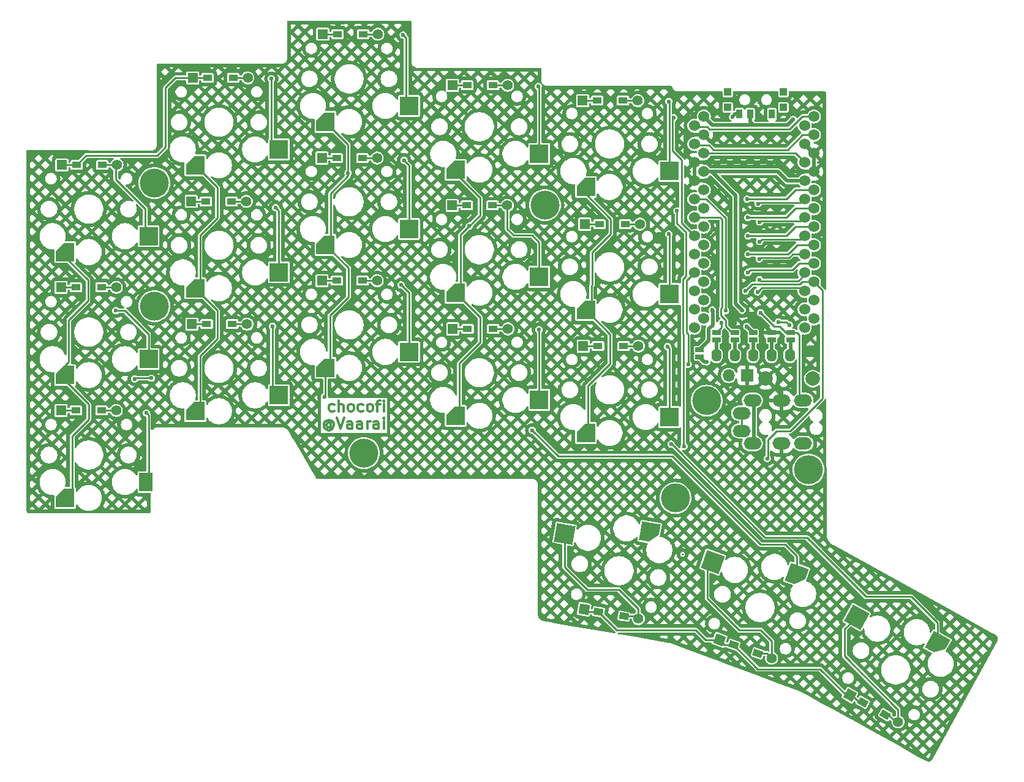
<source format=gtl>
G04 #@! TF.GenerationSoftware,KiCad,Pcbnew,8.0.1*
G04 #@! TF.CreationDate,2024-07-30T22:50:04+02:00*
G04 #@! TF.ProjectId,chocofi,63686f63-6f66-4692-9e6b-696361645f70,0.2*
G04 #@! TF.SameCoordinates,Original*
G04 #@! TF.FileFunction,Copper,L1,Top*
G04 #@! TF.FilePolarity,Positive*
%FSLAX46Y46*%
G04 Gerber Fmt 4.6, Leading zero omitted, Abs format (unit mm)*
G04 Created by KiCad (PCBNEW 8.0.1) date 2024-07-30 22:50:04*
%MOMM*%
%LPD*%
G01*
G04 APERTURE LIST*
G04 Aperture macros list*
%AMRotRect*
0 Rectangle, with rotation*
0 The origin of the aperture is its center*
0 $1 length*
0 $2 width*
0 $3 Rotation angle, in degrees counterclockwise*
0 Add horizontal line*
21,1,$1,$2,0,0,$3*%
%AMOutline5P*
0 Free polygon, 5 corners , with rotation*
0 The origin of the aperture is its center*
0 number of corners: always 5*
0 $1 to $10 corner X, Y*
0 $11 Rotation angle, in degrees counterclockwise*
0 create outline with 5 corners*
4,1,5,$1,$2,$3,$4,$5,$6,$7,$8,$9,$10,$1,$2,$11*%
%AMOutline6P*
0 Free polygon, 6 corners , with rotation*
0 The origin of the aperture is its center*
0 number of corners: always 6*
0 $1 to $12 corner X, Y*
0 $13 Rotation angle, in degrees counterclockwise*
0 create outline with 6 corners*
4,1,6,$1,$2,$3,$4,$5,$6,$7,$8,$9,$10,$11,$12,$1,$2,$13*%
%AMOutline7P*
0 Free polygon, 7 corners , with rotation*
0 The origin of the aperture is its center*
0 number of corners: always 7*
0 $1 to $14 corner X, Y*
0 $15 Rotation angle, in degrees counterclockwise*
0 create outline with 7 corners*
4,1,7,$1,$2,$3,$4,$5,$6,$7,$8,$9,$10,$11,$12,$13,$14,$1,$2,$15*%
%AMOutline8P*
0 Free polygon, 8 corners , with rotation*
0 The origin of the aperture is its center*
0 number of corners: always 8*
0 $1 to $16 corner X, Y*
0 $17 Rotation angle, in degrees counterclockwise*
0 create outline with 8 corners*
4,1,8,$1,$2,$3,$4,$5,$6,$7,$8,$9,$10,$11,$12,$13,$14,$15,$16,$1,$2,$17*%
G04 Aperture macros list end*
%ADD10C,0.300000*%
G04 #@! TA.AperFunction,NonConductor*
%ADD11C,0.300000*%
G04 #@! TD*
G04 #@! TA.AperFunction,ComponentPad*
%ADD12R,1.397000X1.397000*%
G04 #@! TD*
G04 #@! TA.AperFunction,SMDPad,CuDef*
%ADD13R,1.300000X0.950000*%
G04 #@! TD*
G04 #@! TA.AperFunction,ComponentPad*
%ADD14C,1.397000*%
G04 #@! TD*
G04 #@! TA.AperFunction,ComponentPad*
%ADD15RotRect,1.397000X1.397000X350.200000*%
G04 #@! TD*
G04 #@! TA.AperFunction,SMDPad,CuDef*
%ADD16RotRect,1.300000X0.950000X350.200000*%
G04 #@! TD*
G04 #@! TA.AperFunction,ComponentPad*
%ADD17RotRect,1.397000X1.397000X340.600000*%
G04 #@! TD*
G04 #@! TA.AperFunction,SMDPad,CuDef*
%ADD18RotRect,1.300000X0.950000X340.600000*%
G04 #@! TD*
G04 #@! TA.AperFunction,ComponentPad*
%ADD19RotRect,1.397000X1.397000X331.000000*%
G04 #@! TD*
G04 #@! TA.AperFunction,SMDPad,CuDef*
%ADD20RotRect,1.300000X0.950000X331.000000*%
G04 #@! TD*
G04 #@! TA.AperFunction,ComponentPad*
%ADD21O,2.500000X1.700000*%
G04 #@! TD*
G04 #@! TA.AperFunction,SMDPad,CuDef*
%ADD22Outline5P,-1.300000X0.130000X-0.130000X1.300000X1.300000X1.300000X1.300000X-1.300000X-1.300000X-1.300000X0.000000*%
G04 #@! TD*
G04 #@! TA.AperFunction,SMDPad,CuDef*
%ADD23R,2.600000X2.600000*%
G04 #@! TD*
G04 #@! TA.AperFunction,SMDPad,CuDef*
%ADD24R,1.900000X2.600000*%
G04 #@! TD*
G04 #@! TA.AperFunction,SMDPad,CuDef*
%ADD25Outline5P,-1.300000X0.130000X-0.130000X1.300000X1.300000X1.300000X1.300000X-1.300000X-1.300000X-1.300000X170.200000*%
G04 #@! TD*
G04 #@! TA.AperFunction,SMDPad,CuDef*
%ADD26RotRect,2.600000X2.600000X170.200000*%
G04 #@! TD*
G04 #@! TA.AperFunction,SMDPad,CuDef*
%ADD27Outline5P,-1.300000X0.130000X-0.130000X1.300000X1.300000X1.300000X1.300000X-1.300000X-1.300000X-1.300000X160.600000*%
G04 #@! TD*
G04 #@! TA.AperFunction,SMDPad,CuDef*
%ADD28RotRect,2.600000X2.600000X160.600000*%
G04 #@! TD*
G04 #@! TA.AperFunction,SMDPad,CuDef*
%ADD29Outline5P,-1.300000X0.130000X-0.130000X1.300000X1.300000X1.300000X1.300000X-1.300000X-1.300000X-1.300000X151.000000*%
G04 #@! TD*
G04 #@! TA.AperFunction,SMDPad,CuDef*
%ADD30RotRect,2.600000X2.600000X151.000000*%
G04 #@! TD*
G04 #@! TA.AperFunction,ComponentPad*
%ADD31C,1.524000*%
G04 #@! TD*
G04 #@! TA.AperFunction,SMDPad,CuDef*
%ADD32R,1.143000X0.635000*%
G04 #@! TD*
G04 #@! TA.AperFunction,ComponentPad*
%ADD33O,1.397000X1.778000*%
G04 #@! TD*
G04 #@! TA.AperFunction,ComponentPad*
%ADD34C,2.000000*%
G04 #@! TD*
G04 #@! TA.AperFunction,ComponentPad*
%ADD35C,4.000000*%
G04 #@! TD*
G04 #@! TA.AperFunction,SMDPad,CuDef*
%ADD36R,0.900000X1.300000*%
G04 #@! TD*
G04 #@! TA.AperFunction,SMDPad,CuDef*
%ADD37R,1.000000X1.000000*%
G04 #@! TD*
G04 #@! TA.AperFunction,ComponentPad*
%ADD38R,1.700000X1.700000*%
G04 #@! TD*
G04 #@! TA.AperFunction,ComponentPad*
%ADD39O,1.700000X1.700000*%
G04 #@! TD*
G04 #@! TA.AperFunction,ViaPad*
%ADD40C,0.600000*%
G04 #@! TD*
G04 #@! TA.AperFunction,Conductor*
%ADD41C,0.250000*%
G04 #@! TD*
G04 #@! TA.AperFunction,Conductor*
%ADD42C,0.500000*%
G04 #@! TD*
G04 APERTURE END LIST*
D10*
D11*
X119828346Y-98289442D02*
X119685488Y-98360870D01*
X119685488Y-98360870D02*
X119399774Y-98360870D01*
X119399774Y-98360870D02*
X119256917Y-98289442D01*
X119256917Y-98289442D02*
X119185488Y-98218013D01*
X119185488Y-98218013D02*
X119114060Y-98075156D01*
X119114060Y-98075156D02*
X119114060Y-97646584D01*
X119114060Y-97646584D02*
X119185488Y-97503727D01*
X119185488Y-97503727D02*
X119256917Y-97432299D01*
X119256917Y-97432299D02*
X119399774Y-97360870D01*
X119399774Y-97360870D02*
X119685488Y-97360870D01*
X119685488Y-97360870D02*
X119828346Y-97432299D01*
X120471202Y-98360870D02*
X120471202Y-96860870D01*
X121114060Y-98360870D02*
X121114060Y-97575156D01*
X121114060Y-97575156D02*
X121042631Y-97432299D01*
X121042631Y-97432299D02*
X120899774Y-97360870D01*
X120899774Y-97360870D02*
X120685488Y-97360870D01*
X120685488Y-97360870D02*
X120542631Y-97432299D01*
X120542631Y-97432299D02*
X120471202Y-97503727D01*
X122042631Y-98360870D02*
X121899774Y-98289442D01*
X121899774Y-98289442D02*
X121828345Y-98218013D01*
X121828345Y-98218013D02*
X121756917Y-98075156D01*
X121756917Y-98075156D02*
X121756917Y-97646584D01*
X121756917Y-97646584D02*
X121828345Y-97503727D01*
X121828345Y-97503727D02*
X121899774Y-97432299D01*
X121899774Y-97432299D02*
X122042631Y-97360870D01*
X122042631Y-97360870D02*
X122256917Y-97360870D01*
X122256917Y-97360870D02*
X122399774Y-97432299D01*
X122399774Y-97432299D02*
X122471203Y-97503727D01*
X122471203Y-97503727D02*
X122542631Y-97646584D01*
X122542631Y-97646584D02*
X122542631Y-98075156D01*
X122542631Y-98075156D02*
X122471203Y-98218013D01*
X122471203Y-98218013D02*
X122399774Y-98289442D01*
X122399774Y-98289442D02*
X122256917Y-98360870D01*
X122256917Y-98360870D02*
X122042631Y-98360870D01*
X123828346Y-98289442D02*
X123685488Y-98360870D01*
X123685488Y-98360870D02*
X123399774Y-98360870D01*
X123399774Y-98360870D02*
X123256917Y-98289442D01*
X123256917Y-98289442D02*
X123185488Y-98218013D01*
X123185488Y-98218013D02*
X123114060Y-98075156D01*
X123114060Y-98075156D02*
X123114060Y-97646584D01*
X123114060Y-97646584D02*
X123185488Y-97503727D01*
X123185488Y-97503727D02*
X123256917Y-97432299D01*
X123256917Y-97432299D02*
X123399774Y-97360870D01*
X123399774Y-97360870D02*
X123685488Y-97360870D01*
X123685488Y-97360870D02*
X123828346Y-97432299D01*
X124685488Y-98360870D02*
X124542631Y-98289442D01*
X124542631Y-98289442D02*
X124471202Y-98218013D01*
X124471202Y-98218013D02*
X124399774Y-98075156D01*
X124399774Y-98075156D02*
X124399774Y-97646584D01*
X124399774Y-97646584D02*
X124471202Y-97503727D01*
X124471202Y-97503727D02*
X124542631Y-97432299D01*
X124542631Y-97432299D02*
X124685488Y-97360870D01*
X124685488Y-97360870D02*
X124899774Y-97360870D01*
X124899774Y-97360870D02*
X125042631Y-97432299D01*
X125042631Y-97432299D02*
X125114060Y-97503727D01*
X125114060Y-97503727D02*
X125185488Y-97646584D01*
X125185488Y-97646584D02*
X125185488Y-98075156D01*
X125185488Y-98075156D02*
X125114060Y-98218013D01*
X125114060Y-98218013D02*
X125042631Y-98289442D01*
X125042631Y-98289442D02*
X124899774Y-98360870D01*
X124899774Y-98360870D02*
X124685488Y-98360870D01*
X125614060Y-97360870D02*
X126185488Y-97360870D01*
X125828345Y-98360870D02*
X125828345Y-97075156D01*
X125828345Y-97075156D02*
X125899774Y-96932299D01*
X125899774Y-96932299D02*
X126042631Y-96860870D01*
X126042631Y-96860870D02*
X126185488Y-96860870D01*
X126685488Y-98360870D02*
X126685488Y-97360870D01*
X126685488Y-96860870D02*
X126614060Y-96932299D01*
X126614060Y-96932299D02*
X126685488Y-97003727D01*
X126685488Y-97003727D02*
X126756917Y-96932299D01*
X126756917Y-96932299D02*
X126685488Y-96860870D01*
X126685488Y-96860870D02*
X126685488Y-97003727D01*
X119399775Y-100061500D02*
X119328346Y-99990072D01*
X119328346Y-99990072D02*
X119185489Y-99918643D01*
X119185489Y-99918643D02*
X119042632Y-99918643D01*
X119042632Y-99918643D02*
X118899775Y-99990072D01*
X118899775Y-99990072D02*
X118828346Y-100061500D01*
X118828346Y-100061500D02*
X118756918Y-100204358D01*
X118756918Y-100204358D02*
X118756918Y-100347215D01*
X118756918Y-100347215D02*
X118828346Y-100490072D01*
X118828346Y-100490072D02*
X118899775Y-100561500D01*
X118899775Y-100561500D02*
X119042632Y-100632929D01*
X119042632Y-100632929D02*
X119185489Y-100632929D01*
X119185489Y-100632929D02*
X119328346Y-100561500D01*
X119328346Y-100561500D02*
X119399775Y-100490072D01*
X119399775Y-99918643D02*
X119399775Y-100490072D01*
X119399775Y-100490072D02*
X119471203Y-100561500D01*
X119471203Y-100561500D02*
X119542632Y-100561500D01*
X119542632Y-100561500D02*
X119685489Y-100490072D01*
X119685489Y-100490072D02*
X119756918Y-100347215D01*
X119756918Y-100347215D02*
X119756918Y-99990072D01*
X119756918Y-99990072D02*
X119614061Y-99775786D01*
X119614061Y-99775786D02*
X119399775Y-99632929D01*
X119399775Y-99632929D02*
X119114061Y-99561500D01*
X119114061Y-99561500D02*
X118828346Y-99632929D01*
X118828346Y-99632929D02*
X118614061Y-99775786D01*
X118614061Y-99775786D02*
X118471203Y-99990072D01*
X118471203Y-99990072D02*
X118399775Y-100275786D01*
X118399775Y-100275786D02*
X118471203Y-100561500D01*
X118471203Y-100561500D02*
X118614061Y-100775786D01*
X118614061Y-100775786D02*
X118828346Y-100918643D01*
X118828346Y-100918643D02*
X119114061Y-100990072D01*
X119114061Y-100990072D02*
X119399775Y-100918643D01*
X119399775Y-100918643D02*
X119614061Y-100775786D01*
X120185489Y-99275786D02*
X120685489Y-100775786D01*
X120685489Y-100775786D02*
X121185489Y-99275786D01*
X122328346Y-100775786D02*
X122328346Y-99990072D01*
X122328346Y-99990072D02*
X122256917Y-99847215D01*
X122256917Y-99847215D02*
X122114060Y-99775786D01*
X122114060Y-99775786D02*
X121828346Y-99775786D01*
X121828346Y-99775786D02*
X121685488Y-99847215D01*
X122328346Y-100704358D02*
X122185488Y-100775786D01*
X122185488Y-100775786D02*
X121828346Y-100775786D01*
X121828346Y-100775786D02*
X121685488Y-100704358D01*
X121685488Y-100704358D02*
X121614060Y-100561500D01*
X121614060Y-100561500D02*
X121614060Y-100418643D01*
X121614060Y-100418643D02*
X121685488Y-100275786D01*
X121685488Y-100275786D02*
X121828346Y-100204358D01*
X121828346Y-100204358D02*
X122185488Y-100204358D01*
X122185488Y-100204358D02*
X122328346Y-100132929D01*
X123685489Y-100775786D02*
X123685489Y-99990072D01*
X123685489Y-99990072D02*
X123614060Y-99847215D01*
X123614060Y-99847215D02*
X123471203Y-99775786D01*
X123471203Y-99775786D02*
X123185489Y-99775786D01*
X123185489Y-99775786D02*
X123042631Y-99847215D01*
X123685489Y-100704358D02*
X123542631Y-100775786D01*
X123542631Y-100775786D02*
X123185489Y-100775786D01*
X123185489Y-100775786D02*
X123042631Y-100704358D01*
X123042631Y-100704358D02*
X122971203Y-100561500D01*
X122971203Y-100561500D02*
X122971203Y-100418643D01*
X122971203Y-100418643D02*
X123042631Y-100275786D01*
X123042631Y-100275786D02*
X123185489Y-100204358D01*
X123185489Y-100204358D02*
X123542631Y-100204358D01*
X123542631Y-100204358D02*
X123685489Y-100132929D01*
X124399774Y-100775786D02*
X124399774Y-99775786D01*
X124399774Y-100061500D02*
X124471203Y-99918643D01*
X124471203Y-99918643D02*
X124542632Y-99847215D01*
X124542632Y-99847215D02*
X124685489Y-99775786D01*
X124685489Y-99775786D02*
X124828346Y-99775786D01*
X125971203Y-100775786D02*
X125971203Y-99990072D01*
X125971203Y-99990072D02*
X125899774Y-99847215D01*
X125899774Y-99847215D02*
X125756917Y-99775786D01*
X125756917Y-99775786D02*
X125471203Y-99775786D01*
X125471203Y-99775786D02*
X125328345Y-99847215D01*
X125971203Y-100704358D02*
X125828345Y-100775786D01*
X125828345Y-100775786D02*
X125471203Y-100775786D01*
X125471203Y-100775786D02*
X125328345Y-100704358D01*
X125328345Y-100704358D02*
X125256917Y-100561500D01*
X125256917Y-100561500D02*
X125256917Y-100418643D01*
X125256917Y-100418643D02*
X125328345Y-100275786D01*
X125328345Y-100275786D02*
X125471203Y-100204358D01*
X125471203Y-100204358D02*
X125828345Y-100204358D01*
X125828345Y-100204358D02*
X125971203Y-100132929D01*
X126685488Y-100775786D02*
X126685488Y-99775786D01*
X126685488Y-99275786D02*
X126614060Y-99347215D01*
X126614060Y-99347215D02*
X126685488Y-99418643D01*
X126685488Y-99418643D02*
X126756917Y-99347215D01*
X126756917Y-99347215D02*
X126685488Y-99275786D01*
X126685488Y-99275786D02*
X126685488Y-99418643D01*
D12*
X82194400Y-64312800D03*
D13*
X84229400Y-64312800D03*
X87779400Y-64312800D03*
D14*
X89814400Y-64312800D03*
D12*
X100279200Y-52273200D03*
D13*
X102314200Y-52273200D03*
X105864200Y-52273200D03*
D14*
X107899200Y-52273200D03*
D12*
X118262400Y-46228000D03*
D13*
X120297400Y-46228000D03*
X123847400Y-46228000D03*
D14*
X125882400Y-46228000D03*
D12*
X136194800Y-53289200D03*
D13*
X138229800Y-53289200D03*
X141779800Y-53289200D03*
D14*
X143814800Y-53289200D03*
D12*
X154178000Y-55422800D03*
D13*
X156213000Y-55422800D03*
X159763000Y-55422800D03*
D14*
X161798000Y-55422800D03*
D12*
X82092800Y-81229200D03*
D13*
X84127800Y-81229200D03*
X87677800Y-81229200D03*
D14*
X89712800Y-81229200D03*
D12*
X100076000Y-69342000D03*
D13*
X102111000Y-69342000D03*
X105661000Y-69342000D03*
D14*
X107696000Y-69342000D03*
D12*
X118160800Y-63347600D03*
D13*
X120195800Y-63347600D03*
X123745800Y-63347600D03*
D14*
X125780800Y-63347600D03*
D12*
X136144000Y-69900800D03*
D13*
X138179000Y-69900800D03*
X141729000Y-69900800D03*
D14*
X143764000Y-69900800D03*
D12*
X154482800Y-72491600D03*
D13*
X156517800Y-72491600D03*
X160067800Y-72491600D03*
D14*
X162102800Y-72491600D03*
D12*
X82092800Y-98247200D03*
D13*
X84127800Y-98247200D03*
X87677800Y-98247200D03*
D14*
X89712800Y-98247200D03*
D12*
X100177600Y-86309200D03*
D13*
X102212600Y-86309200D03*
X105762600Y-86309200D03*
D14*
X107797600Y-86309200D03*
D12*
X118160800Y-80314800D03*
D13*
X120195800Y-80314800D03*
X123745800Y-80314800D03*
D14*
X125780800Y-80314800D03*
D12*
X136245600Y-86969600D03*
D13*
X138280600Y-86969600D03*
X141830600Y-86969600D03*
D14*
X143865600Y-86969600D03*
D12*
X154279600Y-89357200D03*
D13*
X156314600Y-89357200D03*
X159864600Y-89357200D03*
D14*
X161899600Y-89357200D03*
D15*
X154379898Y-125740731D03*
D16*
X156385203Y-126087107D03*
X159883401Y-126691351D03*
D14*
X161888706Y-127037727D03*
D17*
X173128321Y-129965695D03*
D18*
X175047779Y-130641644D03*
X178396219Y-131820816D03*
D14*
X180315677Y-132496765D03*
D19*
X191139589Y-137610567D03*
D20*
X192919440Y-138597155D03*
X196024340Y-140318229D03*
D14*
X197804191Y-141304817D03*
D21*
X176160000Y-98611000D03*
X176160000Y-101061000D03*
X184660000Y-96861000D03*
X184660000Y-102811000D03*
X181660000Y-96861000D03*
X181660000Y-102811000D03*
X177660000Y-96861000D03*
X177660000Y-102811000D03*
D22*
X82635000Y-76350000D03*
D23*
X94185000Y-74150000D03*
D22*
X100635000Y-64350000D03*
D23*
X112185000Y-62150000D03*
D22*
X118635000Y-58350000D03*
D23*
X130185000Y-56150000D03*
D22*
X136635000Y-64970000D03*
D23*
X148185000Y-62770000D03*
D22*
X154635000Y-67350000D03*
D23*
X166185000Y-65150000D03*
D22*
X82635000Y-93350000D03*
D23*
X94185000Y-91150000D03*
D22*
X100635000Y-81350000D03*
D23*
X112185000Y-79150000D03*
D22*
X118635000Y-75350000D03*
D23*
X130185000Y-73150000D03*
D22*
X136635000Y-81970000D03*
D23*
X148185000Y-79770000D03*
D22*
X154635000Y-84350000D03*
D23*
X166185000Y-82150000D03*
D22*
X82635000Y-110350000D03*
D24*
X93810000Y-108150000D03*
D22*
X100635000Y-98350000D03*
D23*
X112185000Y-96150000D03*
D22*
X118635000Y-92350000D03*
D23*
X130185000Y-90150000D03*
D22*
X136635000Y-98975000D03*
D23*
X148185000Y-96775000D03*
D22*
X154635000Y-101350000D03*
D23*
X166185000Y-99150000D03*
D25*
X163459682Y-115095662D03*
D26*
X151703760Y-115297640D03*
D27*
X183779729Y-120962204D03*
D28*
X172154753Y-119200833D03*
D29*
X203233384Y-130489899D03*
D30*
X192064945Y-126814511D03*
D31*
X169620000Y-58870400D03*
X186166400Y-57600400D03*
X169620000Y-61410400D03*
X186166400Y-60140400D03*
X169620000Y-63950400D03*
X186166400Y-62680400D03*
X169620000Y-66490400D03*
X186166400Y-65220400D03*
X169620000Y-69030400D03*
X186166400Y-67760400D03*
X169620000Y-71570400D03*
X186166400Y-70300400D03*
X169620000Y-74110400D03*
X186166400Y-72840400D03*
X169620000Y-76650400D03*
X186166400Y-75380400D03*
X169620000Y-79190400D03*
X186166400Y-77920400D03*
X169620000Y-81730400D03*
X186166400Y-80460400D03*
X169620000Y-84270400D03*
X186166400Y-83000400D03*
X169620000Y-86810400D03*
X186166400Y-85540400D03*
X170946400Y-85540400D03*
X184860000Y-86810400D03*
X170946400Y-83000400D03*
X184860000Y-84270400D03*
X170946400Y-80460400D03*
X184860000Y-81730400D03*
X170946400Y-77920400D03*
X184860000Y-79190400D03*
X170946400Y-75380400D03*
X184860000Y-76650400D03*
X170946400Y-72840400D03*
X184860000Y-74110400D03*
X170946400Y-70300400D03*
X184860000Y-71570400D03*
X170946400Y-67760400D03*
X184860000Y-69030400D03*
X170946400Y-65220400D03*
X184860000Y-66490400D03*
X170946400Y-62680400D03*
X184860000Y-63950400D03*
X170946400Y-60140400D03*
X184860000Y-61410400D03*
X170946400Y-57600400D03*
X184860000Y-58870400D03*
D32*
X177750000Y-87499620D03*
X177750000Y-88500380D03*
D33*
X172660000Y-90608400D03*
X175200000Y-90608400D03*
X177740000Y-90608400D03*
X180280000Y-90608400D03*
X182820000Y-90608400D03*
D32*
X175200000Y-87499620D03*
X175200000Y-88500380D03*
X172660000Y-87498020D03*
X172660000Y-88498780D03*
X180330000Y-87499620D03*
X180330000Y-88500380D03*
D34*
X186003000Y-93853000D03*
X179503000Y-93853000D03*
D35*
X171323000Y-96901000D03*
X185420000Y-106426000D03*
X95000000Y-66802000D03*
X148971000Y-69850000D03*
X123952000Y-104140000D03*
X167005000Y-110363000D03*
X95000000Y-83820000D03*
D32*
X182910000Y-87499620D03*
X182910000Y-88500380D03*
X170350000Y-90850760D03*
X170350000Y-89850000D03*
D36*
X180350000Y-57287500D03*
X177350000Y-57287500D03*
X175850000Y-57287500D03*
D37*
X181950000Y-56337500D03*
X181950000Y-54237500D03*
X174250000Y-56337500D03*
X174250000Y-54237500D03*
D38*
X176925000Y-93412500D03*
D39*
X174385000Y-93412500D03*
D40*
X174250000Y-56337500D03*
X181950000Y-54237500D03*
X174250000Y-54237500D03*
X181950000Y-56337500D03*
X177050000Y-74110400D03*
X166809500Y-57774000D03*
X177050000Y-76650400D03*
X177000000Y-79190400D03*
X168772500Y-91850000D03*
X94185000Y-74150000D03*
X179700000Y-104900000D03*
X176717045Y-81730900D03*
X112185000Y-62150000D03*
X111150400Y-52374800D03*
X129387600Y-46329600D03*
X130185000Y-56150000D03*
X148031200Y-53441600D03*
X148185000Y-62770000D03*
X166116000Y-55524400D03*
X166185000Y-65150000D03*
X94185000Y-91150000D03*
X89662000Y-84455000D03*
X112185000Y-79150000D03*
X111760000Y-70205600D03*
X130185000Y-73150000D03*
X129489200Y-63652400D03*
X148185000Y-79770000D03*
X166185000Y-82150000D03*
X166116000Y-73863200D03*
X93650000Y-108150000D03*
X93878400Y-98602800D03*
X112185000Y-96150000D03*
X111302800Y-86614000D03*
X130185000Y-90150000D03*
X129082800Y-80873600D03*
X148185000Y-96775000D03*
X148132800Y-87071200D03*
X166185000Y-99150000D03*
X165912800Y-89408000D03*
X185700000Y-90050000D03*
X174700000Y-86050000D03*
X172800000Y-77750000D03*
X178750000Y-85900000D03*
X164750000Y-74400000D03*
X176250000Y-84400000D03*
X176874250Y-86625750D03*
X178425000Y-69654900D03*
X94589600Y-93776800D03*
X178651521Y-72194900D03*
X167233600Y-70662800D03*
X168200000Y-103200000D03*
X82635000Y-110350000D03*
X92252800Y-93878400D03*
X82635000Y-93350000D03*
X82635000Y-76350000D03*
X100635000Y-64350000D03*
X178650000Y-74900000D03*
X100635000Y-81350000D03*
X100635000Y-98350000D03*
X163459682Y-115095662D03*
X178600000Y-77300000D03*
X118635000Y-58350000D03*
X118635000Y-92350000D03*
X118635000Y-75350000D03*
X118480000Y-96334500D03*
X121767600Y-65430400D03*
X183779729Y-120962204D03*
X136635000Y-98975000D03*
X136635000Y-64970000D03*
X178600000Y-80175500D03*
X136635000Y-81970000D03*
X147218400Y-100990400D03*
X138531600Y-72745600D03*
X154635000Y-101350000D03*
X154635000Y-67350000D03*
X203233384Y-130489899D03*
X154635000Y-84350000D03*
X178350000Y-81850000D03*
X166400000Y-102890000D03*
X178800000Y-84750000D03*
X182807579Y-86442421D03*
X177000000Y-71570400D03*
X181250923Y-86025500D03*
X173950000Y-84450000D03*
X176900000Y-69030400D03*
X173355000Y-86116589D03*
X171361564Y-91538436D03*
X172125500Y-84350000D03*
X174900000Y-57650000D03*
X183304986Y-58004986D03*
X177350000Y-57287500D03*
D41*
X166809500Y-57774000D02*
X166635000Y-57948500D01*
X167858600Y-63573600D02*
X167858600Y-72349000D01*
X96520000Y-53644800D02*
X97891600Y-52273200D01*
X118262400Y-46228000D02*
X120297400Y-46228000D01*
X154178000Y-55422800D02*
X156213000Y-55422800D01*
X138229800Y-53289200D02*
X136194800Y-53289200D01*
X85550200Y-62992000D02*
X84229400Y-64312800D01*
X167858600Y-72349000D02*
X169620000Y-74110400D01*
X102314200Y-52273200D02*
X100279200Y-52273200D01*
X96520000Y-53644800D02*
X96520000Y-61849000D01*
X95377000Y-62992000D02*
X85550200Y-62992000D01*
X166635000Y-62350000D02*
X167858600Y-63573600D01*
X97891600Y-52273200D02*
X100279200Y-52273200D01*
X183598000Y-72840400D02*
X186166400Y-72840400D01*
X96520000Y-61849000D02*
X95377000Y-62992000D01*
X166635000Y-57948500D02*
X166635000Y-62350000D01*
X182328000Y-74110400D02*
X183598000Y-72840400D01*
X177050000Y-74110400D02*
X182328000Y-74110400D01*
X84229400Y-64312800D02*
X82194400Y-64312800D01*
X183852000Y-75380400D02*
X186166400Y-75380400D01*
X138179000Y-69900800D02*
X136144000Y-69900800D01*
X102111000Y-69342000D02*
X100076000Y-69342000D01*
X120195800Y-63347600D02*
X118160800Y-63347600D01*
X177050000Y-76650400D02*
X182582000Y-76650400D01*
X84127800Y-81229200D02*
X82092800Y-81229200D01*
X156517800Y-72491600D02*
X154482800Y-72491600D01*
X182582000Y-76650400D02*
X183852000Y-75380400D01*
X168772500Y-87690104D02*
X168533000Y-87450604D01*
X156314600Y-89357200D02*
X154279600Y-89357200D01*
X168533000Y-87450604D02*
X168533000Y-80277400D01*
X84127800Y-98247200D02*
X82092800Y-98247200D01*
X168533000Y-80277400D02*
X169620000Y-79190400D01*
X168772500Y-91850000D02*
X168772500Y-87690104D01*
X183176400Y-78850000D02*
X184106000Y-77920400D01*
X138280600Y-86969600D02*
X136245600Y-86969600D01*
X177000000Y-79190400D02*
X177340400Y-78850000D01*
X177340400Y-78850000D02*
X183176400Y-78850000D01*
X120195800Y-80314800D02*
X118160800Y-80314800D01*
X184106000Y-77920400D02*
X186166400Y-77920400D01*
X102212600Y-86309200D02*
X100177600Y-86309200D01*
X89662000Y-66294000D02*
X89662000Y-64465200D01*
X93726000Y-70358000D02*
X89662000Y-66294000D01*
X93726000Y-73691000D02*
X93726000Y-70358000D01*
X94185000Y-74150000D02*
X93726000Y-73691000D01*
X89662000Y-64465200D02*
X89814400Y-64312800D01*
X87779400Y-64312800D02*
X89814400Y-64312800D01*
X179781200Y-104818800D02*
X179781200Y-102285800D01*
X187328000Y-81622000D02*
X186166400Y-80460400D01*
X184200000Y-80800000D02*
X184539600Y-80460400D01*
X192397155Y-138597155D02*
X191410567Y-137610567D01*
X156385203Y-126087107D02*
X154726274Y-126087107D01*
X175047779Y-130647779D02*
X178400000Y-134000000D01*
X171165695Y-129965695D02*
X169800000Y-128600000D01*
X158898096Y-128600000D02*
X156385203Y-126087107D01*
X177647945Y-80800000D02*
X184200000Y-80800000D01*
X175047779Y-130641644D02*
X173804270Y-130641644D01*
X191410567Y-137610567D02*
X191139589Y-137610567D01*
X192919440Y-138597155D02*
X192397155Y-138597155D01*
X182858000Y-101092000D02*
X187328000Y-96622000D01*
X179700000Y-104900000D02*
X179781200Y-104818800D01*
X187000000Y-134000000D02*
X190610567Y-137610567D01*
X176717045Y-81730900D02*
X177647945Y-80800000D01*
X179781200Y-102285800D02*
X180975000Y-101092000D01*
X169800000Y-128600000D02*
X158898096Y-128600000D01*
X154726274Y-126087107D02*
X154379898Y-125740731D01*
X187328000Y-96622000D02*
X187328000Y-81622000D01*
X190610567Y-137610567D02*
X191139589Y-137610567D01*
X173804270Y-130641644D02*
X173128321Y-129965695D01*
X173128321Y-129965695D02*
X171165695Y-129965695D01*
X178400000Y-134000000D02*
X187000000Y-134000000D01*
X175047779Y-130641644D02*
X175047779Y-130647779D01*
X184539600Y-80460400D02*
X186166400Y-80460400D01*
X180975000Y-101092000D02*
X182858000Y-101092000D01*
X111150400Y-61115400D02*
X112185000Y-62150000D01*
X105864200Y-52273200D02*
X107899200Y-52273200D01*
X111150400Y-52374800D02*
X111150400Y-61115400D01*
X129794000Y-46736000D02*
X129794000Y-55759000D01*
X129794000Y-55759000D02*
X130185000Y-56150000D01*
X129387600Y-46329600D02*
X129794000Y-46736000D01*
X123847400Y-46228000D02*
X125882400Y-46228000D01*
X148185000Y-53595400D02*
X148185000Y-62770000D01*
X148031200Y-53441600D02*
X148185000Y-53595400D01*
X141779800Y-53289200D02*
X143814800Y-53289200D01*
X166185000Y-55593400D02*
X166116000Y-55524400D01*
X159763000Y-55422800D02*
X161798000Y-55422800D01*
X166185000Y-65150000D02*
X166185000Y-55593400D01*
X87677800Y-81229200D02*
X89712800Y-81229200D01*
X94185000Y-87708000D02*
X94185000Y-91150000D01*
X90932000Y-84455000D02*
X94185000Y-87708000D01*
X89662000Y-84455000D02*
X90932000Y-84455000D01*
X111760000Y-70205600D02*
X112185000Y-70630600D01*
X105661000Y-69342000D02*
X107696000Y-69342000D01*
X112185000Y-70630600D02*
X112185000Y-79150000D01*
X130185000Y-64348200D02*
X130185000Y-73150000D01*
X123745800Y-63347600D02*
X125780800Y-63347600D01*
X129489200Y-63652400D02*
X130185000Y-64348200D01*
X143764000Y-69900800D02*
X143764000Y-73152000D01*
X148185000Y-75033000D02*
X148185000Y-79770000D01*
X144653000Y-74041000D02*
X147193000Y-74041000D01*
X147193000Y-74041000D02*
X148185000Y-75033000D01*
X143764000Y-73152000D02*
X144653000Y-74041000D01*
X141729000Y-69900800D02*
X143764000Y-69900800D01*
X166185000Y-73932200D02*
X166185000Y-82150000D01*
X166116000Y-73863200D02*
X166185000Y-73932200D01*
X160067800Y-72491600D02*
X162102800Y-72491600D01*
X94185000Y-107615000D02*
X94185000Y-98909400D01*
X87677800Y-98247200D02*
X89712800Y-98247200D01*
X93650000Y-108150000D02*
X94185000Y-107615000D01*
X94185000Y-98909400D02*
X93878400Y-98602800D01*
X111302800Y-95267800D02*
X112185000Y-96150000D01*
X111302800Y-86614000D02*
X111302800Y-95267800D01*
X105762600Y-86309200D02*
X107797600Y-86309200D01*
X123745800Y-80314800D02*
X125780800Y-80314800D01*
X130185000Y-81975800D02*
X130185000Y-90150000D01*
X129082800Y-80873600D02*
X130185000Y-81975800D01*
X148185000Y-87123400D02*
X148185000Y-96775000D01*
X141830600Y-86969600D02*
X143865600Y-86969600D01*
X148132800Y-87071200D02*
X148185000Y-87123400D01*
X166185000Y-89680200D02*
X166185000Y-99150000D01*
X165912800Y-89408000D02*
X166185000Y-89680200D01*
X159864600Y-89357200D02*
X161899600Y-89357200D01*
X159200000Y-123000000D02*
X161888706Y-125688706D01*
X154800000Y-123000000D02*
X159200000Y-123000000D01*
X161888706Y-125688706D02*
X161888706Y-127037727D01*
X151703760Y-119903760D02*
X154800000Y-123000000D01*
X168000000Y-118126868D02*
X168012261Y-118114607D01*
X151703760Y-115297640D02*
X151703760Y-119903760D01*
X161542330Y-126691351D02*
X161888706Y-127037727D01*
X159883401Y-126691351D02*
X161542330Y-126691351D01*
D42*
X178750000Y-85900000D02*
X180330000Y-87480000D01*
X180330000Y-87480000D02*
X180330000Y-87499620D01*
X168408000Y-62738400D02*
X168408000Y-60192000D01*
X181660000Y-96861000D02*
X181660000Y-96010000D01*
X178750000Y-85868020D02*
X178750000Y-85900000D01*
X182160350Y-65220400D02*
X180890350Y-63950400D01*
X168408000Y-60192000D02*
X168459600Y-60140400D01*
X174700000Y-86050000D02*
X174554500Y-85904500D01*
X174554500Y-85154500D02*
X176556161Y-85154500D01*
X174650000Y-69749973D02*
X174650000Y-83789949D01*
X177731980Y-84850000D02*
X178750000Y-85868020D01*
X184896400Y-61410400D02*
X186166400Y-62680400D01*
X174850000Y-84859000D02*
X174554500Y-85154500D01*
X171390427Y-66490400D02*
X174650000Y-69749973D01*
X169620000Y-63950400D02*
X169620000Y-66490400D01*
X169620000Y-66490400D02*
X171390427Y-66490400D01*
X176556161Y-85154500D02*
X176860661Y-84850000D01*
X169620000Y-63950400D02*
X168408000Y-62738400D01*
X176860661Y-84850000D02*
X177731980Y-84850000D01*
X184860000Y-61410400D02*
X184896400Y-61410400D01*
X168459600Y-60140400D02*
X170946400Y-60140400D01*
X174850000Y-83989949D02*
X174850000Y-84859000D01*
X181660000Y-96010000D02*
X179503000Y-93853000D01*
X180890350Y-63950400D02*
X169620000Y-63950400D01*
X174554500Y-85904500D02*
X174554500Y-85154500D01*
X174650000Y-83789949D02*
X174850000Y-83989949D01*
X186166400Y-62680400D02*
X186166400Y-65220400D01*
X186166400Y-65220400D02*
X182160350Y-65220400D01*
X182440400Y-66490400D02*
X184860000Y-66490400D01*
X181170400Y-65220400D02*
X182440400Y-66490400D01*
X177660000Y-96861000D02*
X177860000Y-97061000D01*
X177860000Y-102611000D02*
X177660000Y-102811000D01*
X170946400Y-65220400D02*
X181170400Y-65220400D01*
X172024030Y-65220400D02*
X170946400Y-65220400D01*
X176874250Y-86625750D02*
X176876130Y-86625750D01*
X177860000Y-97061000D02*
X177860000Y-102611000D01*
X175350000Y-68546370D02*
X172024030Y-65220400D01*
X176876130Y-86625750D02*
X177750000Y-87499620D01*
X175350000Y-83500000D02*
X175350000Y-68546370D01*
X176250000Y-84400000D02*
X175350000Y-83500000D01*
D41*
X178425000Y-69654900D02*
X178599500Y-69480400D01*
X184283000Y-69480400D02*
X184733000Y-69030400D01*
X178599500Y-69480400D02*
X184283000Y-69480400D01*
X82635000Y-92066200D02*
X82635000Y-93350000D01*
X92252800Y-93878400D02*
X92354400Y-93776800D01*
X85902800Y-97383600D02*
X85902800Y-99466400D01*
X82635000Y-93350000D02*
X82635000Y-94115800D01*
X85801200Y-80213200D02*
X85801200Y-83108800D01*
X85801200Y-83108800D02*
X83159600Y-85750400D01*
X184283000Y-72020400D02*
X184733000Y-71570400D01*
X85902800Y-99466400D02*
X83616800Y-101752400D01*
X178826021Y-72020400D02*
X184283000Y-72020400D01*
X82635000Y-76350000D02*
X82635000Y-77047000D01*
X167233600Y-72360396D02*
X167233600Y-70662800D01*
X178651521Y-72194900D02*
X178826021Y-72020400D01*
X168148000Y-87702000D02*
X168083000Y-87637000D01*
X168083000Y-87637000D02*
X168083000Y-80091004D01*
X83159600Y-85750400D02*
X83159600Y-91541600D01*
X83159600Y-91541600D02*
X82635000Y-92066200D01*
X168083000Y-80091004D02*
X168500000Y-79674004D01*
X82635000Y-94115800D02*
X85902800Y-97383600D01*
X83616800Y-109368200D02*
X82635000Y-110350000D01*
X83616800Y-101752400D02*
X83616800Y-109368200D01*
X82635000Y-77047000D02*
X85801200Y-80213200D01*
X168500000Y-73626796D02*
X167233600Y-72360396D01*
X168500000Y-79674004D02*
X168500000Y-73626796D01*
X168200000Y-103200000D02*
X168148000Y-103148000D01*
X168148000Y-103148000D02*
X168148000Y-87702000D01*
X92354400Y-93776800D02*
X94589600Y-93776800D01*
X101295200Y-97689800D02*
X100635000Y-98350000D01*
X101295200Y-74015600D02*
X101295200Y-80689800D01*
X184283000Y-74560400D02*
X184733000Y-74110400D01*
X101295200Y-80689800D02*
X100635000Y-81350000D01*
X103733600Y-84448600D02*
X103733600Y-88290400D01*
X178650000Y-74900000D02*
X178989600Y-74560400D01*
X101295200Y-90728800D02*
X101295200Y-97689800D01*
X100635000Y-81350000D02*
X103733600Y-84448600D01*
X100635000Y-64350000D02*
X103682800Y-67397800D01*
X103733600Y-88290400D02*
X101295200Y-90728800D01*
X103682800Y-71628000D02*
X101295200Y-74015600D01*
X178989600Y-74560400D02*
X184283000Y-74560400D01*
X103682800Y-67397800D02*
X103682800Y-71628000D01*
X119278400Y-85090000D02*
X119278400Y-91706600D01*
X118635000Y-75350000D02*
X121818400Y-78533400D01*
X118635000Y-96179500D02*
X118635000Y-92350000D01*
X121767600Y-65836800D02*
X119380000Y-68224400D01*
X183218396Y-76650400D02*
X184733000Y-76650400D01*
X178600000Y-77300000D02*
X178799600Y-77100400D01*
X119278400Y-91706600D02*
X118635000Y-92350000D01*
X121818400Y-82550000D02*
X119278400Y-85090000D01*
X121767600Y-65430400D02*
X121767600Y-65836800D01*
X118480000Y-96334500D02*
X118635000Y-96179500D01*
X178799600Y-77100400D02*
X182768396Y-77100400D01*
X118635000Y-58350000D02*
X121767600Y-61482600D01*
X119380000Y-68224400D02*
X119380000Y-74605000D01*
X119380000Y-74605000D02*
X118635000Y-75350000D01*
X121767600Y-61482600D02*
X121767600Y-65430400D01*
X182768396Y-77100400D02*
X183218396Y-76650400D01*
X121818400Y-78533400D02*
X121818400Y-82550000D01*
X184860000Y-79490000D02*
X184860000Y-79190400D01*
X182200000Y-116800000D02*
X178800000Y-116800000D01*
X137160000Y-91694000D02*
X137160000Y-98450000D01*
X184000000Y-80350000D02*
X184860000Y-79490000D01*
X138531600Y-72745600D02*
X137312400Y-73964800D01*
X150828000Y-104600000D02*
X147218400Y-100990400D01*
X140004800Y-88849200D02*
X137160000Y-91694000D01*
X136635000Y-65464200D02*
X140004800Y-68834000D01*
X140004800Y-68834000D02*
X140004800Y-71272400D01*
X183779729Y-118379729D02*
X182200000Y-116800000D01*
X178600000Y-80175500D02*
X178774500Y-80350000D01*
X136635000Y-81970000D02*
X140004800Y-85339800D01*
X183779729Y-120962204D02*
X183779729Y-118379729D01*
X140004800Y-85339800D02*
X140004800Y-88849200D01*
X137312400Y-73964800D02*
X137312400Y-81292600D01*
X140004800Y-71272400D02*
X138531600Y-72745600D01*
X137160000Y-98450000D02*
X136635000Y-98975000D01*
X178800000Y-116800000D02*
X166600000Y-104600000D01*
X137312400Y-81292600D02*
X136635000Y-81970000D01*
X178774500Y-80350000D02*
X184000000Y-80350000D01*
X166600000Y-104600000D02*
X150828000Y-104600000D01*
X136635000Y-64970000D02*
X136635000Y-65464200D01*
X154940000Y-101045000D02*
X154635000Y-101350000D01*
X179400000Y-115800000D02*
X185200000Y-115800000D01*
X166400000Y-102890000D02*
X166400000Y-102960000D01*
X158089600Y-73812400D02*
X155498800Y-76403200D01*
X185200000Y-115800000D02*
X193400000Y-124000000D01*
X154940000Y-94843600D02*
X154940000Y-101045000D01*
X178350000Y-81850000D02*
X178950000Y-81250000D01*
X154635000Y-84378600D02*
X157988000Y-87731600D01*
X154635000Y-68325800D02*
X158089600Y-71780400D01*
X157988000Y-91795600D02*
X154940000Y-94843600D01*
X199600000Y-124000000D02*
X203233384Y-127633384D01*
X155397200Y-80975200D02*
X155397200Y-83587800D01*
X178950000Y-81250000D02*
X184379600Y-81250000D01*
X154635000Y-84350000D02*
X154635000Y-84378600D01*
X155397200Y-83587800D02*
X154635000Y-84350000D01*
X166400000Y-102890000D02*
X166490000Y-102890000D01*
X193400000Y-124000000D02*
X199600000Y-124000000D01*
X203233384Y-127633384D02*
X203233384Y-130489899D01*
X184379600Y-81250000D02*
X184860000Y-81730400D01*
X157988000Y-87731600D02*
X157988000Y-91795600D01*
X155498800Y-76403200D02*
X155498800Y-80873600D01*
X158089600Y-71780400D02*
X158089600Y-73812400D01*
X155498800Y-80873600D02*
X155397200Y-80975200D01*
X166490000Y-102890000D02*
X179400000Y-115800000D01*
X154635000Y-67350000D02*
X154635000Y-68325800D01*
X171718251Y-59375000D02*
X182818149Y-59375000D01*
X182818149Y-59375000D02*
X184592749Y-57600400D01*
X184592749Y-57600400D02*
X186166400Y-57600400D01*
X169803000Y-59053400D02*
X171396651Y-59053400D01*
X169620000Y-58870400D02*
X169803000Y-59053400D01*
X171396651Y-59053400D02*
X171718251Y-59375000D01*
X183803100Y-87499620D02*
X184150000Y-87846520D01*
X172281900Y-62230400D02*
X182502749Y-62230400D01*
X169620000Y-61410400D02*
X169803000Y-61593400D01*
X178800000Y-84750000D02*
X180700000Y-86650000D01*
X169803000Y-61593400D02*
X171644900Y-61593400D01*
X184592749Y-60140400D02*
X186166400Y-60140400D01*
X182502749Y-62230400D02*
X184592749Y-60140400D01*
X182238724Y-87499620D02*
X183803100Y-87499620D01*
X184150000Y-87846520D02*
X184150000Y-96351000D01*
X184150000Y-96351000D02*
X184660000Y-96861000D01*
X171644900Y-61593400D02*
X172281900Y-62230400D01*
X181389104Y-86650000D02*
X182238724Y-87499620D01*
X180700000Y-86650000D02*
X181389104Y-86650000D01*
X183590000Y-62680400D02*
X184860000Y-63950400D01*
X170946400Y-62680400D02*
X183590000Y-62680400D01*
X177000000Y-71570400D02*
X182328000Y-71570400D01*
X183598000Y-70300400D02*
X186166400Y-70300400D01*
X175200000Y-87468020D02*
X174858894Y-87468020D01*
X182390658Y-86025500D02*
X182807579Y-86442421D01*
X173479990Y-84036126D02*
X173479990Y-71866386D01*
X181250923Y-86025500D02*
X182390658Y-86025500D01*
X173325000Y-84191116D02*
X173479990Y-84036126D01*
X173325000Y-85125000D02*
X173325000Y-84191116D01*
X174858894Y-87468020D02*
X173979500Y-86588626D01*
X173184004Y-71570400D02*
X169620000Y-71570400D01*
X173979500Y-86588626D02*
X173979500Y-85779500D01*
X173479990Y-71866386D02*
X173184004Y-71570400D01*
X173979500Y-85779500D02*
X173325000Y-85125000D01*
X182328000Y-71570400D02*
X183598000Y-70300400D01*
X176900000Y-69030400D02*
X182328000Y-69030400D01*
X173929990Y-71680010D02*
X173929990Y-84300000D01*
X173355000Y-86803020D02*
X172660000Y-87498020D01*
X173929990Y-84429990D02*
X173950000Y-84450000D01*
X173355000Y-86116589D02*
X173355000Y-86803020D01*
X183598000Y-67760400D02*
X186166400Y-67760400D01*
X171280400Y-69030400D02*
X169620000Y-69030400D01*
X173930000Y-71680000D02*
X171280400Y-69030400D01*
X173930000Y-71680000D02*
X173929990Y-71680010D01*
X173929990Y-84300000D02*
X173929990Y-84429990D01*
X182328000Y-69030400D02*
X183598000Y-67760400D01*
X171999167Y-119200833D02*
X171400000Y-119800000D01*
X171400000Y-124200000D02*
X175800000Y-128600000D01*
X178396219Y-131820816D02*
X179639728Y-131820816D01*
X171400000Y-119800000D02*
X171400000Y-124200000D01*
X172154753Y-119200833D02*
X171999167Y-119200833D01*
X180315677Y-130115677D02*
X180315677Y-132496765D01*
X178800000Y-128600000D02*
X180315677Y-130115677D01*
X179639728Y-131820816D02*
X180315677Y-132496765D01*
X175800000Y-128600000D02*
X178800000Y-128600000D01*
X190400000Y-132200000D02*
X197804191Y-139604191D01*
X197804191Y-139604191D02*
X197804191Y-141304817D01*
X192064945Y-126814511D02*
X190400000Y-128479456D01*
X196024340Y-140318229D02*
X196467916Y-140318229D01*
X196467916Y-140318229D02*
X197454504Y-141304817D01*
X190400000Y-128479456D02*
X190400000Y-132200000D01*
X197454504Y-141304817D02*
X197804191Y-141304817D01*
X176160000Y-101061000D02*
X176160000Y-98611000D01*
D42*
X180330000Y-88500380D02*
X180330000Y-90558400D01*
X180330000Y-90558400D02*
X180280000Y-90608400D01*
X177750000Y-88500380D02*
X177750000Y-90598400D01*
X177750000Y-90598400D02*
X177740000Y-90608400D01*
X175200000Y-88500380D02*
X175200000Y-90608400D01*
X172660000Y-88498780D02*
X172660000Y-90608400D01*
X171361564Y-91538436D02*
X171037676Y-91538436D01*
X171037676Y-91538436D02*
X170350000Y-90850760D01*
X170350000Y-89850000D02*
X171600000Y-88600000D01*
X172175000Y-84399500D02*
X172125500Y-84350000D01*
X172175000Y-86425000D02*
X172175000Y-84399500D01*
X171600000Y-87000000D02*
X172175000Y-86425000D01*
X175850000Y-57287500D02*
X175262500Y-57287500D01*
X175262500Y-57287500D02*
X174900000Y-57650000D01*
X171600000Y-88600000D02*
X171600000Y-87000000D01*
X177350000Y-58350000D02*
X177800000Y-58800000D01*
X183304986Y-58004986D02*
X182509972Y-58800000D01*
X172146000Y-58800000D02*
X170946400Y-57600400D01*
X177350000Y-57287500D02*
X177350000Y-58350000D01*
X177800000Y-58800000D02*
X172146000Y-58800000D01*
X182509972Y-58800000D02*
X177800000Y-58800000D01*
X182910000Y-88500380D02*
X182910000Y-90518400D01*
X182910000Y-90518400D02*
X182820000Y-90608400D01*
G04 #@! TA.AperFunction,Conductor*
G36*
X130319682Y-44338233D02*
G01*
X130352251Y-44343391D01*
X130389146Y-44355379D01*
X130409765Y-44365885D01*
X130441151Y-44388689D01*
X130457510Y-44405048D01*
X130480314Y-44436434D01*
X130490820Y-44457053D01*
X130502808Y-44493948D01*
X130507973Y-44526562D01*
X130509500Y-44545955D01*
X130509500Y-50132246D01*
X130540261Y-50286889D01*
X130540264Y-50286901D01*
X130600602Y-50432572D01*
X130600609Y-50432585D01*
X130688210Y-50563688D01*
X130688213Y-50563692D01*
X130799707Y-50675186D01*
X130799711Y-50675189D01*
X130930814Y-50762790D01*
X130930827Y-50762797D01*
X131076498Y-50823135D01*
X131076503Y-50823137D01*
X131231153Y-50853899D01*
X131231156Y-50853900D01*
X131310391Y-50853900D01*
X148235464Y-50869465D01*
X148236130Y-50869520D01*
X148245605Y-50869520D01*
X148283442Y-50869520D01*
X148302840Y-50871047D01*
X148314012Y-50872816D01*
X148335445Y-50876211D01*
X148372344Y-50888201D01*
X148392958Y-50898705D01*
X148424341Y-50921507D01*
X148440695Y-50937861D01*
X148463501Y-50969251D01*
X148474003Y-50989864D01*
X148485990Y-51026763D01*
X148491173Y-51059497D01*
X148492699Y-51078892D01*
X148492698Y-51126582D01*
X148492700Y-51126607D01*
X148492700Y-52512785D01*
X148492698Y-52512815D01*
X148492698Y-52517652D01*
X148492678Y-52517720D01*
X148492680Y-52569032D01*
X148492683Y-52647874D01*
X148523451Y-52802528D01*
X148580855Y-52941100D01*
X148582071Y-52944036D01*
X148589541Y-53013505D01*
X148564193Y-53064147D01*
X148564635Y-53063864D01*
X148634504Y-53063864D01*
X148687249Y-53095158D01*
X148757289Y-53165194D01*
X148782909Y-53190813D01*
X148782912Y-53190815D01*
X148914012Y-53278411D01*
X148914016Y-53278413D01*
X148914021Y-53278416D01*
X148964062Y-53299143D01*
X149059692Y-53338754D01*
X149059697Y-53338755D01*
X149059703Y-53338758D01*
X149059707Y-53338758D01*
X149059708Y-53338759D01*
X149214353Y-53369519D01*
X149214357Y-53369520D01*
X149214358Y-53369520D01*
X149245573Y-53369520D01*
X149246166Y-53369558D01*
X149253883Y-53369551D01*
X149253885Y-53369552D01*
X149292840Y-53369520D01*
X149293200Y-53369520D01*
X149340795Y-53369520D01*
X149350311Y-53369520D01*
X149350900Y-53369471D01*
X166349811Y-53355508D01*
X166371024Y-53357319D01*
X166406356Y-53363427D01*
X166446149Y-53377610D01*
X166458832Y-53384764D01*
X166468007Y-53389939D01*
X166500728Y-53416656D01*
X166511072Y-53428573D01*
X166517180Y-53435609D01*
X166539033Y-53471763D01*
X166549757Y-53499207D01*
X166553299Y-53509610D01*
X166556086Y-53519163D01*
X166557014Y-53522342D01*
X166559472Y-53532274D01*
X166565486Y-53561745D01*
X166567417Y-53566900D01*
X166575686Y-53586490D01*
X166582542Y-53610034D01*
X166649080Y-53741778D01*
X166649081Y-53741779D01*
X166649083Y-53741782D01*
X166738589Y-53859146D01*
X166738591Y-53859148D01*
X166738592Y-53859149D01*
X166738593Y-53859150D01*
X166848044Y-53958171D01*
X166973750Y-54035511D01*
X166973752Y-54035511D01*
X166973755Y-54035513D01*
X167111488Y-54088572D01*
X167256600Y-54115556D01*
X167280976Y-54115543D01*
X167280977Y-54115544D01*
X167290983Y-54115539D01*
X167290986Y-54115540D01*
X167331480Y-54115520D01*
X167377995Y-54115520D01*
X167388021Y-54115520D01*
X167388360Y-54115490D01*
X173425439Y-54112509D01*
X173492488Y-54132160D01*
X173538269Y-54184942D01*
X173549500Y-54236509D01*
X173549500Y-54757252D01*
X173561131Y-54815729D01*
X173561132Y-54815730D01*
X173605447Y-54882052D01*
X173671769Y-54926367D01*
X173671770Y-54926368D01*
X173730247Y-54937999D01*
X173730250Y-54938000D01*
X173730252Y-54938000D01*
X174769750Y-54938000D01*
X174769751Y-54937999D01*
X174784745Y-54935017D01*
X174828229Y-54926368D01*
X174828229Y-54926367D01*
X174828231Y-54926367D01*
X174894552Y-54882052D01*
X174938867Y-54815731D01*
X174938867Y-54815729D01*
X174938868Y-54815729D01*
X174939562Y-54812239D01*
X175445493Y-54812239D01*
X175479503Y-54730133D01*
X175481969Y-54724569D01*
X175487216Y-54713475D01*
X175489952Y-54708039D01*
X175501481Y-54686469D01*
X175504477Y-54681180D01*
X175510788Y-54670649D01*
X175514049Y-54665499D01*
X175551494Y-54609457D01*
X175460852Y-54609502D01*
X175448500Y-54621855D01*
X175448500Y-54769476D01*
X175448351Y-54775559D01*
X175447749Y-54787816D01*
X175447301Y-54793885D01*
X175445493Y-54812239D01*
X174939562Y-54812239D01*
X174950499Y-54757252D01*
X174950500Y-54757250D01*
X174950500Y-54235695D01*
X174970185Y-54168656D01*
X175022989Y-54122901D01*
X175074435Y-54111695D01*
X181125439Y-54108706D01*
X181192488Y-54128357D01*
X181238269Y-54181139D01*
X181249500Y-54232706D01*
X181249500Y-54757252D01*
X181261131Y-54815729D01*
X181261132Y-54815730D01*
X181305447Y-54882052D01*
X181371769Y-54926367D01*
X181371770Y-54926368D01*
X181430247Y-54937999D01*
X181430250Y-54938000D01*
X181430252Y-54938000D01*
X182469750Y-54938000D01*
X182469751Y-54937999D01*
X182484745Y-54935017D01*
X182528229Y-54926368D01*
X182528229Y-54926367D01*
X182528231Y-54926367D01*
X182594552Y-54882052D01*
X182638867Y-54815731D01*
X182638867Y-54815729D01*
X182638868Y-54815729D01*
X182650499Y-54757252D01*
X182650500Y-54757250D01*
X182650500Y-54231892D01*
X182670185Y-54164853D01*
X182722989Y-54119098D01*
X182774435Y-54107892D01*
X187610216Y-54105504D01*
X187629663Y-54107030D01*
X187662251Y-54112191D01*
X187699144Y-54124178D01*
X187714809Y-54132160D01*
X187719765Y-54134685D01*
X187751151Y-54157489D01*
X187767510Y-54173848D01*
X187790314Y-54205234D01*
X187800820Y-54225853D01*
X187812808Y-54262748D01*
X187817973Y-54295362D01*
X187819500Y-54314755D01*
X187819500Y-54361556D01*
X187819587Y-54362658D01*
X187861235Y-81431625D01*
X187841653Y-81498695D01*
X187788920Y-81544531D01*
X187719777Y-81554581D01*
X187656177Y-81525654D01*
X187629847Y-81493815D01*
X187588465Y-81422138D01*
X187527862Y-81361535D01*
X187097806Y-80931479D01*
X187064321Y-80870156D01*
X187066825Y-80807804D01*
X187114973Y-80649083D01*
X187133557Y-80460400D01*
X187114973Y-80271717D01*
X187059937Y-80090285D01*
X187059342Y-80089171D01*
X186970565Y-79923081D01*
X186970561Y-79923074D01*
X186850283Y-79776516D01*
X186703725Y-79656238D01*
X186703718Y-79656234D01*
X186536522Y-79566866D01*
X186536519Y-79566865D01*
X186536518Y-79566864D01*
X186536515Y-79566863D01*
X186355083Y-79511827D01*
X186355081Y-79511826D01*
X186355083Y-79511826D01*
X186166400Y-79493243D01*
X185977718Y-79511826D01*
X185969466Y-79514329D01*
X185967474Y-79514934D01*
X185897608Y-79515557D01*
X185838495Y-79478308D01*
X185808904Y-79415014D01*
X185808077Y-79384119D01*
X185809713Y-79367511D01*
X185827157Y-79190400D01*
X185808573Y-79001717D01*
X185808077Y-78996680D01*
X185821096Y-78928034D01*
X185869161Y-78877324D01*
X185937012Y-78860649D01*
X185967473Y-78865865D01*
X185977717Y-78868973D01*
X186166400Y-78887557D01*
X186355083Y-78868973D01*
X186536515Y-78813937D01*
X186703724Y-78724562D01*
X186850283Y-78604283D01*
X186970562Y-78457724D01*
X187059937Y-78290515D01*
X187114973Y-78109083D01*
X187133557Y-77920400D01*
X187114973Y-77731717D01*
X187059937Y-77550285D01*
X187056544Y-77543937D01*
X186970565Y-77383081D01*
X186970561Y-77383074D01*
X186850283Y-77236516D01*
X186703725Y-77116238D01*
X186703718Y-77116234D01*
X186536522Y-77026866D01*
X186536519Y-77026865D01*
X186536518Y-77026864D01*
X186536515Y-77026863D01*
X186355083Y-76971827D01*
X186355081Y-76971826D01*
X186355083Y-76971826D01*
X186166400Y-76953243D01*
X185977718Y-76971826D01*
X185970214Y-76974103D01*
X185967474Y-76974934D01*
X185897608Y-76975557D01*
X185838495Y-76938308D01*
X185808904Y-76875014D01*
X185808077Y-76844119D01*
X185809637Y-76828278D01*
X185827157Y-76650400D01*
X185808573Y-76461717D01*
X185808077Y-76456680D01*
X185821096Y-76388034D01*
X185869161Y-76337324D01*
X185937012Y-76320649D01*
X185967473Y-76325865D01*
X185977717Y-76328973D01*
X186166400Y-76347557D01*
X186355083Y-76328973D01*
X186536515Y-76273937D01*
X186703724Y-76184562D01*
X186850283Y-76064283D01*
X186970562Y-75917724D01*
X187059937Y-75750515D01*
X187114973Y-75569083D01*
X187133557Y-75380400D01*
X187114973Y-75191717D01*
X187059937Y-75010285D01*
X187056544Y-75003937D01*
X186970565Y-74843081D01*
X186970561Y-74843074D01*
X186850283Y-74696516D01*
X186703725Y-74576238D01*
X186703718Y-74576234D01*
X186536522Y-74486866D01*
X186536519Y-74486865D01*
X186536518Y-74486864D01*
X186536515Y-74486863D01*
X186355083Y-74431827D01*
X186355081Y-74431826D01*
X186355083Y-74431826D01*
X186166400Y-74413243D01*
X185977718Y-74431826D01*
X185972353Y-74433454D01*
X185967474Y-74434934D01*
X185897608Y-74435557D01*
X185838495Y-74398308D01*
X185808904Y-74335014D01*
X185808077Y-74304119D01*
X185810308Y-74281467D01*
X185814150Y-74242459D01*
X187082015Y-74242459D01*
X187175665Y-74319316D01*
X187180277Y-74323294D01*
X187189371Y-74331537D01*
X187193775Y-74335731D01*
X187211069Y-74353025D01*
X187215263Y-74357429D01*
X187223506Y-74366523D01*
X187227484Y-74371135D01*
X187352604Y-74523593D01*
X187351756Y-73972718D01*
X187082015Y-74242459D01*
X185814150Y-74242459D01*
X185827157Y-74110400D01*
X185808573Y-73921717D01*
X185808077Y-73916680D01*
X185821096Y-73848034D01*
X185869161Y-73797324D01*
X185937012Y-73780649D01*
X185967473Y-73785865D01*
X185977717Y-73788973D01*
X186166400Y-73807557D01*
X186355083Y-73788973D01*
X186536515Y-73733937D01*
X186703724Y-73644562D01*
X186850283Y-73524283D01*
X186970562Y-73377724D01*
X187059937Y-73210515D01*
X187114973Y-73029083D01*
X187133557Y-72840400D01*
X187114973Y-72651717D01*
X187059937Y-72470285D01*
X187058862Y-72468273D01*
X186970565Y-72303081D01*
X186970561Y-72303074D01*
X186850283Y-72156516D01*
X186703725Y-72036238D01*
X186703718Y-72036234D01*
X186536522Y-71946866D01*
X186536519Y-71946865D01*
X186536518Y-71946864D01*
X186536515Y-71946863D01*
X186355083Y-71891827D01*
X186355081Y-71891826D01*
X186355083Y-71891826D01*
X186166400Y-71873243D01*
X185977718Y-71891826D01*
X185969466Y-71894329D01*
X185967474Y-71894934D01*
X185897608Y-71895557D01*
X185838495Y-71858308D01*
X185808904Y-71795014D01*
X185808077Y-71764119D01*
X185811296Y-71731433D01*
X185827157Y-71570400D01*
X185808573Y-71381717D01*
X185808077Y-71376680D01*
X185821096Y-71308034D01*
X185869161Y-71257324D01*
X185937012Y-71240649D01*
X185967473Y-71245865D01*
X185977717Y-71248973D01*
X186166400Y-71267557D01*
X186355083Y-71248973D01*
X186536515Y-71193937D01*
X186703724Y-71104562D01*
X186850283Y-70984283D01*
X186970562Y-70837724D01*
X186970562Y-70837723D01*
X186970566Y-70837719D01*
X186970565Y-70837718D01*
X186978407Y-70823047D01*
X187059937Y-70670515D01*
X187114973Y-70489083D01*
X187133557Y-70300400D01*
X187114973Y-70111717D01*
X187059937Y-69930285D01*
X187058862Y-69928273D01*
X186970565Y-69763081D01*
X186970561Y-69763074D01*
X186850283Y-69616516D01*
X186703725Y-69496238D01*
X186703718Y-69496234D01*
X186536522Y-69406866D01*
X186536519Y-69406865D01*
X186536518Y-69406864D01*
X186536515Y-69406863D01*
X186355083Y-69351827D01*
X186355081Y-69351826D01*
X186355083Y-69351826D01*
X186166400Y-69333243D01*
X185977718Y-69351826D01*
X185969466Y-69354329D01*
X185967474Y-69354934D01*
X185897608Y-69355557D01*
X185838495Y-69318308D01*
X185808904Y-69255014D01*
X185808077Y-69224119D01*
X185812171Y-69182549D01*
X185827157Y-69030400D01*
X185822345Y-68981541D01*
X186976046Y-68981541D01*
X187344644Y-69350139D01*
X187343533Y-68628259D01*
X187227484Y-68769665D01*
X187223506Y-68774277D01*
X187215263Y-68783371D01*
X187211069Y-68787775D01*
X187193775Y-68805069D01*
X187189371Y-68809263D01*
X187180277Y-68817506D01*
X187175665Y-68821484D01*
X187010201Y-68957278D01*
X187005400Y-68961025D01*
X186995543Y-68968335D01*
X186990573Y-68971835D01*
X186976046Y-68981541D01*
X185822345Y-68981541D01*
X185808573Y-68841717D01*
X185808077Y-68836680D01*
X185821096Y-68768034D01*
X185869161Y-68717324D01*
X185937012Y-68700649D01*
X185967473Y-68705865D01*
X185977717Y-68708973D01*
X186166400Y-68727557D01*
X186355083Y-68708973D01*
X186536515Y-68653937D01*
X186703724Y-68564562D01*
X186850283Y-68444283D01*
X186970562Y-68297724D01*
X187059937Y-68130515D01*
X187114973Y-67949083D01*
X187133557Y-67760400D01*
X187114973Y-67571717D01*
X187059937Y-67390285D01*
X187058188Y-67387013D01*
X186970565Y-67223081D01*
X186970561Y-67223074D01*
X186850283Y-67076516D01*
X186703725Y-66956238D01*
X186703718Y-66956234D01*
X186536522Y-66866866D01*
X186536519Y-66866865D01*
X186536518Y-66866864D01*
X186536515Y-66866863D01*
X186355083Y-66811827D01*
X186355081Y-66811826D01*
X186355083Y-66811826D01*
X186166400Y-66793243D01*
X185977718Y-66811826D01*
X185969466Y-66814329D01*
X185967474Y-66814934D01*
X185897608Y-66815557D01*
X185838495Y-66778308D01*
X185808904Y-66715014D01*
X185808077Y-66684119D01*
X185811388Y-66650499D01*
X185818343Y-66579883D01*
X185844504Y-66515098D01*
X185901538Y-66474739D01*
X185952554Y-66468511D01*
X186166399Y-66487221D01*
X186166401Y-66487221D01*
X186386376Y-66467975D01*
X186386386Y-66467973D01*
X186599670Y-66410824D01*
X186599684Y-66410819D01*
X186799807Y-66317500D01*
X186799817Y-66317494D01*
X186864588Y-66272141D01*
X186219247Y-65626800D01*
X186219904Y-65626800D01*
X186323265Y-65599105D01*
X186415936Y-65545601D01*
X186491601Y-65469936D01*
X186545105Y-65377265D01*
X186572800Y-65273904D01*
X186572800Y-65273247D01*
X187218141Y-65918588D01*
X187263494Y-65853817D01*
X187263500Y-65853807D01*
X187356819Y-65653684D01*
X187356824Y-65653670D01*
X187413973Y-65440386D01*
X187413975Y-65440376D01*
X187433221Y-65220400D01*
X187433221Y-65220399D01*
X187413975Y-65000423D01*
X187413973Y-65000413D01*
X187356824Y-64787129D01*
X187356820Y-64787120D01*
X187263496Y-64586986D01*
X187218141Y-64522211D01*
X187218140Y-64522210D01*
X186572800Y-65167551D01*
X186572800Y-65166896D01*
X186545105Y-65063535D01*
X186491601Y-64970864D01*
X186415936Y-64895199D01*
X186323265Y-64841695D01*
X186219904Y-64814000D01*
X186219247Y-64814000D01*
X186864588Y-64168658D01*
X186799811Y-64123301D01*
X186799805Y-64123298D01*
X186670027Y-64062782D01*
X186617587Y-64016610D01*
X186598435Y-63949417D01*
X186618651Y-63882535D01*
X186670027Y-63838018D01*
X186799807Y-63777500D01*
X186799817Y-63777494D01*
X186864588Y-63732141D01*
X186219247Y-63086800D01*
X186219904Y-63086800D01*
X186323265Y-63059105D01*
X186415936Y-63005601D01*
X186491601Y-62929936D01*
X186545105Y-62837265D01*
X186572800Y-62733904D01*
X186572800Y-62733247D01*
X187218141Y-63378588D01*
X187263494Y-63313817D01*
X187263500Y-63313807D01*
X187356819Y-63113684D01*
X187356824Y-63113670D01*
X187413973Y-62900386D01*
X187413975Y-62900376D01*
X187433221Y-62680400D01*
X187433221Y-62680399D01*
X187413975Y-62460423D01*
X187413973Y-62460413D01*
X187356824Y-62247129D01*
X187356820Y-62247120D01*
X187263496Y-62046986D01*
X187218141Y-61982211D01*
X187218140Y-61982210D01*
X186572800Y-62627551D01*
X186572800Y-62626896D01*
X186545105Y-62523535D01*
X186491601Y-62430864D01*
X186415936Y-62355199D01*
X186323265Y-62301695D01*
X186219904Y-62274000D01*
X186219248Y-62274000D01*
X186864588Y-61628659D01*
X186864587Y-61628658D01*
X186799811Y-61583301D01*
X186799805Y-61583298D01*
X186599684Y-61489980D01*
X186599670Y-61489975D01*
X186386386Y-61432826D01*
X186386376Y-61432824D01*
X186230447Y-61419182D01*
X186165379Y-61393729D01*
X186124400Y-61337138D01*
X186117727Y-61306461D01*
X186111580Y-61236196D01*
X186125347Y-61167696D01*
X186173962Y-61117513D01*
X186222951Y-61101987D01*
X186355083Y-61088973D01*
X186536515Y-61033937D01*
X186703724Y-60944562D01*
X186850283Y-60824283D01*
X186970562Y-60677724D01*
X187059937Y-60510515D01*
X187114973Y-60329083D01*
X187133557Y-60140400D01*
X187114973Y-59951717D01*
X187059937Y-59770285D01*
X187059933Y-59770277D01*
X186970565Y-59603081D01*
X186970561Y-59603074D01*
X186850283Y-59456516D01*
X186703725Y-59336238D01*
X186703718Y-59336234D01*
X186536522Y-59246866D01*
X186536519Y-59246865D01*
X186536518Y-59246864D01*
X186536515Y-59246863D01*
X186355083Y-59191827D01*
X186355081Y-59191826D01*
X186355083Y-59191826D01*
X186166400Y-59173243D01*
X185977718Y-59191826D01*
X185969466Y-59194329D01*
X185967474Y-59194934D01*
X185897608Y-59195557D01*
X185838495Y-59158308D01*
X185808904Y-59095014D01*
X185808077Y-59064119D01*
X185811301Y-59031387D01*
X185827157Y-58870400D01*
X185808573Y-58681717D01*
X185808077Y-58676680D01*
X185821096Y-58608034D01*
X185869161Y-58557324D01*
X185937012Y-58540649D01*
X185967473Y-58545865D01*
X185977717Y-58548973D01*
X186166400Y-58567557D01*
X186355083Y-58548973D01*
X186536515Y-58493937D01*
X186703724Y-58404562D01*
X186850283Y-58284283D01*
X186970562Y-58137724D01*
X187059937Y-57970515D01*
X187114973Y-57789083D01*
X187133557Y-57600400D01*
X187114973Y-57411717D01*
X187059937Y-57230285D01*
X187048749Y-57209353D01*
X186970565Y-57063081D01*
X186970561Y-57063074D01*
X186850283Y-56916516D01*
X186703725Y-56796238D01*
X186703718Y-56796234D01*
X186536522Y-56706866D01*
X186536519Y-56706865D01*
X186536518Y-56706864D01*
X186536515Y-56706863D01*
X186355083Y-56651827D01*
X186355081Y-56651826D01*
X186355083Y-56651826D01*
X186166400Y-56633243D01*
X185977718Y-56651826D01*
X185870594Y-56684321D01*
X185796285Y-56706863D01*
X185796282Y-56706864D01*
X185796280Y-56706865D01*
X185796277Y-56706866D01*
X185629081Y-56796234D01*
X185629074Y-56796238D01*
X185482516Y-56916516D01*
X185362238Y-57063074D01*
X185362234Y-57063081D01*
X185284051Y-57209353D01*
X185235089Y-57259197D01*
X185174693Y-57274900D01*
X184549896Y-57274900D01*
X184467109Y-57297082D01*
X184441200Y-57312041D01*
X184437731Y-57314045D01*
X184437729Y-57314046D01*
X184437727Y-57314046D01*
X184392893Y-57339930D01*
X184392885Y-57339936D01*
X183941560Y-57791260D01*
X183880237Y-57824745D01*
X183810545Y-57819761D01*
X183754612Y-57777889D01*
X183741087Y-57755095D01*
X183730363Y-57731613D01*
X183636114Y-57622843D01*
X183515039Y-57545033D01*
X183515037Y-57545032D01*
X183515035Y-57545031D01*
X183515036Y-57545031D01*
X183376949Y-57504486D01*
X183376947Y-57504486D01*
X183233025Y-57504486D01*
X183233022Y-57504486D01*
X183094935Y-57545031D01*
X182973859Y-57622842D01*
X182973858Y-57622842D01*
X182973858Y-57622843D01*
X182966242Y-57631632D01*
X182879609Y-57731612D01*
X182837084Y-57824728D01*
X182811971Y-57860896D01*
X182359688Y-58313181D01*
X182298365Y-58346666D01*
X182272007Y-58349500D01*
X180953062Y-58349500D01*
X180886023Y-58329815D01*
X180840268Y-58277011D01*
X180830324Y-58207853D01*
X180859349Y-58144297D01*
X180884171Y-58122398D01*
X180944552Y-58082052D01*
X180960944Y-58057520D01*
X180988867Y-58015731D01*
X180988867Y-58015729D01*
X180988868Y-58015729D01*
X181000347Y-57958015D01*
X181000500Y-57957248D01*
X181000500Y-57851500D01*
X181498500Y-57851500D01*
X182117091Y-57851500D01*
X182306363Y-57662225D01*
X182180138Y-57536000D01*
X181726744Y-57536000D01*
X181498500Y-57764244D01*
X181498500Y-57851500D01*
X181000500Y-57851500D01*
X181000500Y-56857252D01*
X181249500Y-56857252D01*
X181261131Y-56915729D01*
X181261132Y-56915730D01*
X181305447Y-56982052D01*
X181371769Y-57026367D01*
X181371770Y-57026368D01*
X181430247Y-57037999D01*
X181430250Y-57038000D01*
X181430252Y-57038000D01*
X182469750Y-57038000D01*
X182469751Y-57037999D01*
X182484568Y-57035052D01*
X182528229Y-57026368D01*
X182528229Y-57026367D01*
X182528231Y-57026367D01*
X182594552Y-56982052D01*
X182638867Y-56915731D01*
X182638867Y-56915729D01*
X182638868Y-56915729D01*
X182648608Y-56866760D01*
X182650500Y-56857248D01*
X182650500Y-56846110D01*
X184255110Y-56846110D01*
X184261476Y-56843227D01*
X184291617Y-56830744D01*
X184299207Y-56827887D01*
X184314703Y-56822627D01*
X184322467Y-56820272D01*
X184436760Y-56789648D01*
X184444660Y-56787806D01*
X184460711Y-56784613D01*
X184468716Y-56783291D01*
X184501060Y-56779032D01*
X184509136Y-56778237D01*
X184525472Y-56777166D01*
X184533584Y-56776900D01*
X184954515Y-56776900D01*
X184954965Y-56776227D01*
X184958465Y-56771257D01*
X184965775Y-56761400D01*
X184969522Y-56756599D01*
X185018280Y-56697186D01*
X184711157Y-56390063D01*
X184255110Y-56846110D01*
X182650500Y-56846110D01*
X182650500Y-56037925D01*
X183224819Y-56037925D01*
X183791919Y-56605025D01*
X184359019Y-56037925D01*
X185063296Y-56037925D01*
X185386559Y-56361188D01*
X185572318Y-56261899D01*
X185577757Y-56259162D01*
X185588860Y-56253911D01*
X185594426Y-56251444D01*
X185617023Y-56242085D01*
X185622703Y-56239894D01*
X185634253Y-56235762D01*
X185640026Y-56233855D01*
X185844857Y-56171721D01*
X185850721Y-56170099D01*
X185862625Y-56167117D01*
X185868562Y-56165783D01*
X185892550Y-56161011D01*
X185898542Y-56159971D01*
X185910685Y-56158169D01*
X185916733Y-56157423D01*
X186095615Y-56139804D01*
X186197495Y-56037924D01*
X186901773Y-56037924D01*
X187324813Y-56460964D01*
X187323513Y-55616184D01*
X186901773Y-56037924D01*
X186197495Y-56037924D01*
X185630396Y-55470825D01*
X185063296Y-56037925D01*
X184359019Y-56037925D01*
X183791919Y-55470825D01*
X183224819Y-56037925D01*
X182650500Y-56037925D01*
X182650500Y-55817752D01*
X182650500Y-55817749D01*
X182650499Y-55817747D01*
X182638868Y-55759270D01*
X182638867Y-55759269D01*
X182594552Y-55692947D01*
X182528230Y-55648632D01*
X182528229Y-55648631D01*
X182469752Y-55637000D01*
X182469748Y-55637000D01*
X181430252Y-55637000D01*
X181430247Y-55637000D01*
X181371770Y-55648631D01*
X181371769Y-55648632D01*
X181305447Y-55692947D01*
X181261132Y-55759269D01*
X181261131Y-55759270D01*
X181249500Y-55817747D01*
X181249500Y-56857252D01*
X181000500Y-56857252D01*
X181000500Y-56617752D01*
X181000500Y-56617749D01*
X181000499Y-56617747D01*
X180988868Y-56559270D01*
X180988867Y-56559269D01*
X180944552Y-56492947D01*
X180878230Y-56448632D01*
X180878229Y-56448631D01*
X180819752Y-56437000D01*
X180819748Y-56437000D01*
X179880252Y-56437000D01*
X179880247Y-56437000D01*
X179821770Y-56448631D01*
X179821769Y-56448632D01*
X179755447Y-56492947D01*
X179711132Y-56559269D01*
X179711131Y-56559270D01*
X179699500Y-56617747D01*
X179699500Y-57957252D01*
X179711131Y-58015729D01*
X179711132Y-58015730D01*
X179755447Y-58082052D01*
X179815829Y-58122398D01*
X179860634Y-58176010D01*
X179869341Y-58245335D01*
X179839186Y-58308363D01*
X179779743Y-58345082D01*
X179746938Y-58349500D01*
X178037965Y-58349500D01*
X177970926Y-58329815D01*
X177950284Y-58313181D01*
X177916276Y-58279173D01*
X177882791Y-58217850D01*
X177887775Y-58148158D01*
X177929647Y-58092225D01*
X177935057Y-58088395D01*
X177944552Y-58082052D01*
X177988867Y-58015731D01*
X177988867Y-58015729D01*
X177988868Y-58015729D01*
X178000347Y-57958015D01*
X178000500Y-57957248D01*
X178000500Y-56957163D01*
X178628624Y-56957163D01*
X179195724Y-57524264D01*
X179201500Y-57518489D01*
X179201500Y-56605524D01*
X179201649Y-56599441D01*
X179202251Y-56587184D01*
X179202699Y-56581115D01*
X179205096Y-56556774D01*
X179205841Y-56550734D01*
X179207642Y-56538591D01*
X179208683Y-56532592D01*
X179219090Y-56480270D01*
X179219040Y-56480254D01*
X179207486Y-56476120D01*
X179201807Y-56473929D01*
X179138204Y-56447583D01*
X178628624Y-56957163D01*
X178000500Y-56957163D01*
X178000500Y-56617752D01*
X178000500Y-56617749D01*
X178000499Y-56617747D01*
X177988868Y-56559270D01*
X177988867Y-56559269D01*
X177944552Y-56492947D01*
X177878230Y-56448632D01*
X177878229Y-56448631D01*
X177819752Y-56437000D01*
X177819748Y-56437000D01*
X176880252Y-56437000D01*
X176880247Y-56437000D01*
X176821770Y-56448631D01*
X176821769Y-56448632D01*
X176755447Y-56492947D01*
X176704348Y-56569423D01*
X176701333Y-56567408D01*
X176670707Y-56605404D01*
X176604410Y-56627461D01*
X176536713Y-56610173D01*
X176497582Y-56568132D01*
X176495652Y-56569423D01*
X176444552Y-56492947D01*
X176378230Y-56448632D01*
X176378229Y-56448631D01*
X176319752Y-56437000D01*
X176319748Y-56437000D01*
X175380252Y-56437000D01*
X175380247Y-56437000D01*
X175321770Y-56448631D01*
X175321769Y-56448632D01*
X175255447Y-56492947D01*
X175211132Y-56559269D01*
X175211131Y-56559270D01*
X175199500Y-56617747D01*
X175199500Y-56742840D01*
X175179815Y-56809879D01*
X175127011Y-56855634D01*
X175107599Y-56862613D01*
X175106599Y-56862881D01*
X175036749Y-56861222D01*
X174978885Y-56822062D01*
X174951378Y-56757835D01*
X174950500Y-56743108D01*
X174950500Y-55817749D01*
X174950499Y-55817747D01*
X174938868Y-55759270D01*
X174938867Y-55759269D01*
X174894552Y-55692947D01*
X174828230Y-55648632D01*
X174828229Y-55648631D01*
X174769752Y-55637000D01*
X174769748Y-55637000D01*
X173730252Y-55637000D01*
X173730247Y-55637000D01*
X173671770Y-55648631D01*
X173671769Y-55648632D01*
X173605447Y-55692947D01*
X173561132Y-55759269D01*
X173561131Y-55759270D01*
X173549500Y-55817747D01*
X173549500Y-56857252D01*
X173561131Y-56915729D01*
X173561132Y-56915730D01*
X173605447Y-56982052D01*
X173671769Y-57026367D01*
X173671770Y-57026368D01*
X173730247Y-57037999D01*
X173730250Y-57038000D01*
X174504231Y-57038000D01*
X174571270Y-57057685D01*
X174617025Y-57110489D01*
X174626969Y-57179647D01*
X174597944Y-57243203D01*
X174571271Y-57266315D01*
X174568874Y-57267855D01*
X174568872Y-57267856D01*
X174568872Y-57267857D01*
X174549158Y-57290608D01*
X174474623Y-57376626D01*
X174474622Y-57376628D01*
X174414834Y-57507543D01*
X174394353Y-57650000D01*
X174414834Y-57792456D01*
X174473917Y-57921827D01*
X174474623Y-57923373D01*
X174568872Y-58032143D01*
X174689947Y-58109953D01*
X174689949Y-58109953D01*
X174695977Y-58112707D01*
X174748779Y-58158464D01*
X174768462Y-58225504D01*
X174748776Y-58292542D01*
X174695970Y-58338296D01*
X174644462Y-58349500D01*
X172383966Y-58349500D01*
X172316927Y-58329815D01*
X172296285Y-58313181D01*
X171918949Y-57935845D01*
X171885464Y-57874522D01*
X171887969Y-57812168D01*
X171894973Y-57789083D01*
X171902243Y-57715270D01*
X172402652Y-57715270D01*
X172538882Y-57851500D01*
X173303250Y-57851500D01*
X172761053Y-57309303D01*
X172407850Y-57662505D01*
X172402652Y-57715270D01*
X171902243Y-57715270D01*
X171913557Y-57600400D01*
X171894973Y-57411717D01*
X171839937Y-57230285D01*
X171828749Y-57209353D01*
X171750565Y-57063081D01*
X171750561Y-57063074D01*
X171630283Y-56916516D01*
X171483725Y-56796238D01*
X171483718Y-56796234D01*
X171316522Y-56706866D01*
X171316519Y-56706865D01*
X171316518Y-56706864D01*
X171316515Y-56706863D01*
X171135083Y-56651827D01*
X171135081Y-56651826D01*
X171135083Y-56651826D01*
X170946400Y-56633243D01*
X170757718Y-56651826D01*
X170650594Y-56684321D01*
X170576285Y-56706863D01*
X170576282Y-56706864D01*
X170576280Y-56706865D01*
X170576277Y-56706866D01*
X170409081Y-56796234D01*
X170409074Y-56796238D01*
X170262516Y-56916516D01*
X170142238Y-57063074D01*
X170142234Y-57063081D01*
X170052866Y-57230277D01*
X170052865Y-57230280D01*
X170052864Y-57230282D01*
X170052863Y-57230285D01*
X170033688Y-57293497D01*
X169997826Y-57411718D01*
X169979243Y-57600400D01*
X169998424Y-57795146D01*
X169997107Y-57795275D01*
X169991481Y-57858103D01*
X169948615Y-57913278D01*
X169882724Y-57936519D01*
X169840100Y-57931357D01*
X169808683Y-57921827D01*
X169808681Y-57921826D01*
X169808683Y-57921826D01*
X169620000Y-57903243D01*
X169431318Y-57921826D01*
X169328700Y-57952955D01*
X169249885Y-57976863D01*
X169249882Y-57976864D01*
X169249880Y-57976865D01*
X169249877Y-57976866D01*
X169082681Y-58066234D01*
X169082674Y-58066238D01*
X168936116Y-58186516D01*
X168815838Y-58333074D01*
X168815834Y-58333081D01*
X168726466Y-58500277D01*
X168726465Y-58500280D01*
X168726464Y-58500282D01*
X168726463Y-58500285D01*
X168715362Y-58536882D01*
X168671426Y-58681718D01*
X168652843Y-58870400D01*
X168671426Y-59059081D01*
X168682326Y-59095014D01*
X168726463Y-59240515D01*
X168726464Y-59240518D01*
X168726465Y-59240519D01*
X168726466Y-59240522D01*
X168815834Y-59407718D01*
X168815838Y-59407725D01*
X168936116Y-59554283D01*
X169082674Y-59674561D01*
X169082681Y-59674565D01*
X169249877Y-59763933D01*
X169249878Y-59763933D01*
X169249885Y-59763937D01*
X169431317Y-59818973D01*
X169431316Y-59818973D01*
X169447336Y-59820550D01*
X169583277Y-59833940D01*
X169648062Y-59860100D01*
X169688421Y-59917134D01*
X169694649Y-59968149D01*
X169679579Y-60140398D01*
X169679579Y-60140401D01*
X169694649Y-60312650D01*
X169680882Y-60381150D01*
X169632267Y-60431333D01*
X169583275Y-60446860D01*
X169431318Y-60461826D01*
X169343202Y-60488556D01*
X169249885Y-60516863D01*
X169249882Y-60516864D01*
X169249880Y-60516865D01*
X169249877Y-60516866D01*
X169082681Y-60606234D01*
X169082674Y-60606238D01*
X168936116Y-60726516D01*
X168815838Y-60873074D01*
X168815834Y-60873081D01*
X168726466Y-61040277D01*
X168726465Y-61040280D01*
X168726464Y-61040282D01*
X168726463Y-61040285D01*
X168706339Y-61106625D01*
X168671426Y-61221718D01*
X168652843Y-61410400D01*
X168671426Y-61599081D01*
X168682434Y-61635368D01*
X168726463Y-61780515D01*
X168726464Y-61780518D01*
X168726465Y-61780519D01*
X168726466Y-61780522D01*
X168815834Y-61947718D01*
X168815838Y-61947725D01*
X168936116Y-62094283D01*
X169082674Y-62214561D01*
X169082681Y-62214565D01*
X169249877Y-62303933D01*
X169249878Y-62303933D01*
X169249885Y-62303937D01*
X169431317Y-62358973D01*
X169431316Y-62358973D01*
X169448233Y-62360639D01*
X169620000Y-62377557D01*
X169808683Y-62358973D01*
X169840099Y-62349442D01*
X169909963Y-62348818D01*
X169969077Y-62386065D01*
X169998669Y-62449359D01*
X169997862Y-62485599D01*
X169998424Y-62485655D01*
X169987814Y-62593374D01*
X169961653Y-62658161D01*
X169904618Y-62698519D01*
X169845387Y-62703143D01*
X169845374Y-62703297D01*
X169844451Y-62703216D01*
X169842893Y-62703338D01*
X169839984Y-62702825D01*
X169620001Y-62683579D01*
X169619999Y-62683579D01*
X169400023Y-62702824D01*
X169400013Y-62702826D01*
X169186729Y-62759975D01*
X169186720Y-62759979D01*
X168986590Y-62853301D01*
X168921811Y-62898658D01*
X169567153Y-63544000D01*
X169566496Y-63544000D01*
X169463135Y-63571695D01*
X169370464Y-63625199D01*
X169294799Y-63700864D01*
X169241295Y-63793535D01*
X169213600Y-63896896D01*
X169213600Y-63897553D01*
X168568258Y-63252211D01*
X168522901Y-63316990D01*
X168429579Y-63517120D01*
X168429576Y-63517128D01*
X168424787Y-63534999D01*
X168388420Y-63594658D01*
X168325572Y-63625185D01*
X168256197Y-63616888D01*
X168202320Y-63572400D01*
X168185238Y-63534994D01*
X168184101Y-63530750D01*
X168184101Y-63530747D01*
X168161918Y-63447961D01*
X168142888Y-63415000D01*
X168122982Y-63380522D01*
X168122983Y-63380521D01*
X168122978Y-63380516D01*
X168119064Y-63373737D01*
X168119063Y-63373735D01*
X168054143Y-63308815D01*
X168054120Y-63308794D01*
X167055702Y-62310375D01*
X167759980Y-62310375D01*
X168278984Y-62829380D01*
X168360841Y-62782119D01*
X168412035Y-62765977D01*
X168433682Y-62764082D01*
X168435577Y-62742435D01*
X168451719Y-62691241D01*
X168507145Y-62595244D01*
X168543409Y-62555670D01*
X168635093Y-62491474D01*
X168610735Y-62471484D01*
X168606123Y-62467506D01*
X168597029Y-62459263D01*
X168592625Y-62455069D01*
X168575331Y-62437775D01*
X168571137Y-62433371D01*
X168562894Y-62424277D01*
X168558916Y-62419665D01*
X168423122Y-62254201D01*
X168419375Y-62249400D01*
X168412065Y-62239543D01*
X168408565Y-62234573D01*
X168394976Y-62214237D01*
X168391720Y-62209096D01*
X168385408Y-62198566D01*
X168382405Y-62193266D01*
X168301771Y-62042409D01*
X168164858Y-61905496D01*
X167759980Y-62310375D01*
X167055702Y-62310375D01*
X166996819Y-62251492D01*
X166963334Y-62190169D01*
X166960500Y-62163811D01*
X166960500Y-61199138D01*
X167458500Y-61199138D01*
X167458500Y-61907577D01*
X167812719Y-61553357D01*
X167458500Y-61199138D01*
X166960500Y-61199138D01*
X166960500Y-60634119D01*
X167597758Y-60634119D01*
X168164857Y-61201218D01*
X168173928Y-61192148D01*
X168177023Y-61160731D01*
X168177769Y-61154685D01*
X168179571Y-61142542D01*
X168180611Y-61136550D01*
X168185383Y-61112562D01*
X168186717Y-61106625D01*
X168189699Y-61094721D01*
X168191321Y-61088857D01*
X168253455Y-60884026D01*
X168255362Y-60878253D01*
X168259494Y-60866703D01*
X168261685Y-60861023D01*
X168271044Y-60838426D01*
X168273511Y-60832860D01*
X168278762Y-60821757D01*
X168281499Y-60816318D01*
X168382405Y-60627534D01*
X168385408Y-60622234D01*
X168391720Y-60611704D01*
X168394976Y-60606563D01*
X168408565Y-60586227D01*
X168412065Y-60581257D01*
X168419375Y-60571400D01*
X168423122Y-60566599D01*
X168531897Y-60434057D01*
X168164859Y-60067019D01*
X167597758Y-60634119D01*
X166960500Y-60634119D01*
X166960500Y-59360660D01*
X167458500Y-59360660D01*
X167458500Y-60069101D01*
X167812720Y-59714880D01*
X167458500Y-59360660D01*
X166960500Y-59360660D01*
X166960500Y-58795642D01*
X167597759Y-58795642D01*
X168164858Y-59362741D01*
X168224913Y-59302686D01*
X168191321Y-59191943D01*
X168189699Y-59186079D01*
X168186717Y-59174175D01*
X168185383Y-59168238D01*
X168180611Y-59144250D01*
X168179571Y-59138258D01*
X168177769Y-59126115D01*
X168177023Y-59120067D01*
X168156042Y-58907043D01*
X168155594Y-58900970D01*
X168154992Y-58888710D01*
X168154843Y-58882629D01*
X168154843Y-58858171D01*
X168154992Y-58852090D01*
X168155594Y-58839830D01*
X168156042Y-58833757D01*
X168177023Y-58620733D01*
X168177769Y-58614685D01*
X168179571Y-58602542D01*
X168180611Y-58596550D01*
X168185383Y-58572562D01*
X168186717Y-58566625D01*
X168189699Y-58554721D01*
X168191321Y-58548857D01*
X168253455Y-58344026D01*
X168255362Y-58338253D01*
X168259494Y-58326703D01*
X168260475Y-58324158D01*
X168164859Y-58228542D01*
X167597759Y-58795642D01*
X166960500Y-58795642D01*
X166960500Y-58339612D01*
X166980185Y-58272573D01*
X167017461Y-58235296D01*
X167019548Y-58233954D01*
X167019553Y-58233953D01*
X167140628Y-58156143D01*
X167234877Y-58047373D01*
X167294665Y-57916457D01*
X167300424Y-57876403D01*
X168516997Y-57876403D01*
X168533138Y-57892544D01*
X168558916Y-57861134D01*
X168562894Y-57856523D01*
X168571137Y-57847429D01*
X168575331Y-57843025D01*
X168592625Y-57825731D01*
X168597029Y-57821537D01*
X168606123Y-57813294D01*
X168610735Y-57809316D01*
X168776199Y-57673522D01*
X168781000Y-57669775D01*
X168790857Y-57662465D01*
X168795827Y-57658965D01*
X168816163Y-57645376D01*
X168821304Y-57642120D01*
X168831834Y-57635808D01*
X168837134Y-57632805D01*
X169025918Y-57531899D01*
X169031357Y-57529162D01*
X169042460Y-57523911D01*
X169048026Y-57521444D01*
X169070623Y-57512085D01*
X169076303Y-57509894D01*
X169087853Y-57505762D01*
X169093626Y-57503855D01*
X169235587Y-57460792D01*
X169084097Y-57309302D01*
X168516997Y-57876403D01*
X167300424Y-57876403D01*
X167315147Y-57774000D01*
X167294665Y-57631543D01*
X167234877Y-57500627D01*
X167140628Y-57391857D01*
X167019553Y-57314047D01*
X167019551Y-57314046D01*
X167019549Y-57314045D01*
X167019550Y-57314045D01*
X166881463Y-57273500D01*
X166881461Y-57273500D01*
X166737539Y-57273500D01*
X166697083Y-57285378D01*
X166669434Y-57293497D01*
X166599564Y-57293496D01*
X166540786Y-57255721D01*
X166511762Y-57192165D01*
X166510500Y-57174519D01*
X166510500Y-56957164D01*
X167597759Y-56957164D01*
X168164859Y-57524264D01*
X168731959Y-56957164D01*
X169436236Y-56957164D01*
X169573627Y-57094555D01*
X169579855Y-57074026D01*
X169581762Y-57068253D01*
X169585894Y-57056703D01*
X169588085Y-57051023D01*
X169597444Y-57028426D01*
X169599911Y-57022860D01*
X169605162Y-57011757D01*
X169607899Y-57006318D01*
X169708805Y-56817534D01*
X169711808Y-56812234D01*
X169718120Y-56801704D01*
X169721376Y-56796563D01*
X169734965Y-56776227D01*
X169738465Y-56771257D01*
X169745775Y-56761400D01*
X169749522Y-56756599D01*
X169885316Y-56591135D01*
X169889294Y-56586523D01*
X169897537Y-56577429D01*
X169901731Y-56573025D01*
X169919025Y-56555731D01*
X169923429Y-56551537D01*
X169932523Y-56543294D01*
X169937135Y-56539316D01*
X170055471Y-56442199D01*
X170033992Y-56420720D01*
X171811157Y-56420720D01*
X171955665Y-56539316D01*
X171960277Y-56543294D01*
X171969371Y-56551537D01*
X171973775Y-56555731D01*
X171991069Y-56573025D01*
X171995263Y-56577429D01*
X172003506Y-56586523D01*
X172007484Y-56591135D01*
X172143278Y-56756599D01*
X172147025Y-56761400D01*
X172154335Y-56771257D01*
X172157835Y-56776227D01*
X172171424Y-56796563D01*
X172174680Y-56801704D01*
X172180992Y-56812234D01*
X172183995Y-56817534D01*
X172284901Y-57006318D01*
X172287638Y-57011757D01*
X172292889Y-57022860D01*
X172295356Y-57028426D01*
X172304715Y-57051023D01*
X172306906Y-57056703D01*
X172307556Y-57058521D01*
X172408913Y-56957163D01*
X171841813Y-56390063D01*
X171811157Y-56420720D01*
X170033992Y-56420720D01*
X170003336Y-56390064D01*
X169436236Y-56957164D01*
X168731959Y-56957164D01*
X168164859Y-56390064D01*
X167597759Y-56957164D01*
X166510500Y-56957164D01*
X166510500Y-56367905D01*
X167008500Y-56367905D01*
X167245620Y-56605025D01*
X167812720Y-56037925D01*
X168516997Y-56037925D01*
X169084097Y-56605025D01*
X169651198Y-56037925D01*
X170355475Y-56037925D01*
X170520827Y-56203277D01*
X170624858Y-56171721D01*
X170630721Y-56170099D01*
X170642625Y-56167117D01*
X170648562Y-56165783D01*
X170672550Y-56161011D01*
X170678542Y-56159971D01*
X170690685Y-56158169D01*
X170696733Y-56157423D01*
X170909757Y-56136442D01*
X170915830Y-56135994D01*
X170928090Y-56135392D01*
X170934171Y-56135243D01*
X170958629Y-56135243D01*
X170964710Y-56135392D01*
X170976970Y-56135994D01*
X170983043Y-56136442D01*
X171196067Y-56157423D01*
X171202115Y-56158169D01*
X171214258Y-56159971D01*
X171220250Y-56161011D01*
X171244238Y-56165783D01*
X171250175Y-56167117D01*
X171262079Y-56170099D01*
X171267942Y-56171721D01*
X171335411Y-56192187D01*
X171489673Y-56037925D01*
X172193953Y-56037925D01*
X172761053Y-56605025D01*
X173051500Y-56314578D01*
X173051500Y-55805524D01*
X173051649Y-55799441D01*
X173052251Y-55787184D01*
X173052699Y-55781115D01*
X173054370Y-55764142D01*
X172761053Y-55470825D01*
X172193953Y-56037925D01*
X171489673Y-56037925D01*
X171489674Y-56037924D01*
X170922575Y-55470825D01*
X170355475Y-56037925D01*
X169651198Y-56037925D01*
X169084097Y-55470824D01*
X168516997Y-56037925D01*
X167812720Y-56037925D01*
X167245619Y-55470824D01*
X167113470Y-55602973D01*
X167091564Y-55755346D01*
X167089992Y-55764060D01*
X167086195Y-55781513D01*
X167084005Y-55790093D01*
X167073975Y-55824247D01*
X167071180Y-55832643D01*
X167064940Y-55849372D01*
X167061553Y-55857548D01*
X167008500Y-55973717D01*
X167008500Y-56367905D01*
X166510500Y-56367905D01*
X166510500Y-55879656D01*
X166530185Y-55812617D01*
X166540791Y-55798449D01*
X166541377Y-55797773D01*
X166601165Y-55666857D01*
X166621647Y-55524400D01*
X166601165Y-55381943D01*
X166541377Y-55251027D01*
X166447128Y-55142257D01*
X166410451Y-55118686D01*
X167597758Y-55118686D01*
X168164859Y-55685787D01*
X168731959Y-55118686D01*
X169436235Y-55118686D01*
X170003336Y-55685787D01*
X170570436Y-55118686D01*
X171274713Y-55118686D01*
X171841814Y-55685787D01*
X172240100Y-55287500D01*
X175184133Y-55287500D01*
X175191595Y-55292486D01*
X175201367Y-55299734D01*
X175220354Y-55315316D01*
X175229371Y-55323489D01*
X175264011Y-55358129D01*
X175272184Y-55367146D01*
X175287766Y-55386133D01*
X175295014Y-55395905D01*
X175366546Y-55502958D01*
X175371562Y-55511329D01*
X175358683Y-55446580D01*
X175357642Y-55440579D01*
X175355841Y-55428435D01*
X175355096Y-55422396D01*
X175352699Y-55398055D01*
X175352251Y-55391986D01*
X175351649Y-55379729D01*
X175351500Y-55373646D01*
X175351500Y-55361420D01*
X175849499Y-55361420D01*
X175878340Y-55506407D01*
X175878343Y-55506417D01*
X175934912Y-55642988D01*
X175934919Y-55643001D01*
X176017048Y-55765915D01*
X176017051Y-55765919D01*
X176121580Y-55870448D01*
X176121584Y-55870451D01*
X176244498Y-55952580D01*
X176244511Y-55952587D01*
X176381082Y-56009156D01*
X176381087Y-56009158D01*
X176381091Y-56009158D01*
X176381092Y-56009159D01*
X176526079Y-56038000D01*
X176526082Y-56038000D01*
X176673920Y-56038000D01*
X176791062Y-56014698D01*
X176818913Y-56009158D01*
X176925566Y-55964981D01*
X176955488Y-55952587D01*
X176955488Y-55952586D01*
X176955495Y-55952584D01*
X176975825Y-55939000D01*
X177808311Y-55939000D01*
X177831976Y-55939000D01*
X177838059Y-55939149D01*
X177850316Y-55939751D01*
X177856385Y-55940199D01*
X177880726Y-55942596D01*
X177886766Y-55943341D01*
X177898909Y-55945142D01*
X177904908Y-55946183D01*
X177999411Y-55964981D01*
X178011215Y-55967937D01*
X178034723Y-55975068D01*
X178046184Y-55979169D01*
X178091445Y-55997918D01*
X178102442Y-56003120D01*
X178124103Y-56014698D01*
X178134542Y-56020954D01*
X178241595Y-56092486D01*
X178251367Y-56099734D01*
X178270354Y-56115316D01*
X178279371Y-56123489D01*
X178314011Y-56158129D01*
X178322184Y-56167146D01*
X178337766Y-56186133D01*
X178345014Y-56195905D01*
X178416546Y-56302958D01*
X178422802Y-56313397D01*
X178434380Y-56335058D01*
X178439582Y-56346055D01*
X178458331Y-56391316D01*
X178462432Y-56402777D01*
X178466226Y-56415284D01*
X178714182Y-56167328D01*
X178656262Y-56109408D01*
X178652059Y-56104994D01*
X178643816Y-56095898D01*
X178639847Y-56091297D01*
X178624331Y-56072391D01*
X178620585Y-56067590D01*
X178613274Y-56057732D01*
X178609771Y-56052758D01*
X178514049Y-55909501D01*
X178510788Y-55904351D01*
X178504477Y-55893820D01*
X178501481Y-55888531D01*
X178489952Y-55866961D01*
X178487216Y-55861525D01*
X178481969Y-55850431D01*
X178479503Y-55844867D01*
X178413571Y-55685692D01*
X178411380Y-55680014D01*
X178407246Y-55668460D01*
X178405338Y-55662684D01*
X178398238Y-55639280D01*
X178396616Y-55633421D01*
X178393632Y-55621512D01*
X178392297Y-55615565D01*
X178385113Y-55579452D01*
X178276486Y-55470825D01*
X177808311Y-55939000D01*
X176975825Y-55939000D01*
X177078416Y-55870451D01*
X177182951Y-55765916D01*
X177265084Y-55642995D01*
X177321658Y-55506413D01*
X177335239Y-55438139D01*
X177350500Y-55361420D01*
X178849499Y-55361420D01*
X178878340Y-55506407D01*
X178878343Y-55506417D01*
X178934912Y-55642988D01*
X178934919Y-55643001D01*
X179017048Y-55765915D01*
X179017051Y-55765919D01*
X179121580Y-55870448D01*
X179121584Y-55870451D01*
X179244498Y-55952580D01*
X179244511Y-55952587D01*
X179381082Y-56009156D01*
X179381087Y-56009158D01*
X179381091Y-56009158D01*
X179381092Y-56009159D01*
X179526079Y-56038000D01*
X179526082Y-56038000D01*
X179673920Y-56038000D01*
X179791062Y-56014698D01*
X179818913Y-56009158D01*
X179925566Y-55964981D01*
X179955488Y-55952587D01*
X179955488Y-55952586D01*
X179955495Y-55952584D01*
X180078416Y-55870451D01*
X180182951Y-55765916D01*
X180265084Y-55642995D01*
X180321658Y-55506413D01*
X180335239Y-55438139D01*
X180350500Y-55361420D01*
X180350500Y-55287500D01*
X182884133Y-55287500D01*
X182891595Y-55292486D01*
X182901367Y-55299734D01*
X182920354Y-55315316D01*
X182929371Y-55323489D01*
X182964011Y-55358129D01*
X182972184Y-55367146D01*
X182987766Y-55386133D01*
X182995014Y-55395905D01*
X183062124Y-55496341D01*
X183439780Y-55118686D01*
X184144056Y-55118686D01*
X184711157Y-55685787D01*
X185278257Y-55118686D01*
X185982534Y-55118686D01*
X186549635Y-55685787D01*
X187116735Y-55118686D01*
X186602050Y-54604001D01*
X186497167Y-54604052D01*
X185982534Y-55118686D01*
X185278257Y-55118686D01*
X184764479Y-54604908D01*
X184657781Y-54604960D01*
X184144056Y-55118686D01*
X183439780Y-55118686D01*
X183144290Y-54823197D01*
X183144159Y-54824266D01*
X183142358Y-54836409D01*
X183141317Y-54842408D01*
X183122519Y-54936911D01*
X183119563Y-54948715D01*
X183112432Y-54972223D01*
X183108331Y-54983684D01*
X183089582Y-55028945D01*
X183084380Y-55039942D01*
X183072802Y-55061603D01*
X183066546Y-55072042D01*
X182995014Y-55179095D01*
X182987766Y-55188867D01*
X182972184Y-55207854D01*
X182964011Y-55216871D01*
X182929371Y-55251511D01*
X182920354Y-55259684D01*
X182901367Y-55275266D01*
X182891595Y-55282514D01*
X182884133Y-55287500D01*
X180350500Y-55287500D01*
X180350500Y-55213579D01*
X180321659Y-55068592D01*
X180321658Y-55068591D01*
X180321658Y-55068587D01*
X180307870Y-55035300D01*
X180265087Y-54932011D01*
X180265080Y-54931998D01*
X180182951Y-54809084D01*
X180182948Y-54809080D01*
X180078419Y-54704551D01*
X180078415Y-54704548D01*
X179955501Y-54622419D01*
X179955488Y-54622412D01*
X179818917Y-54565843D01*
X179818907Y-54565840D01*
X179673920Y-54537000D01*
X179673918Y-54537000D01*
X179526082Y-54537000D01*
X179526080Y-54537000D01*
X179381092Y-54565840D01*
X179381082Y-54565843D01*
X179244511Y-54622412D01*
X179244498Y-54622419D01*
X179121584Y-54704548D01*
X179121580Y-54704551D01*
X179017051Y-54809080D01*
X179017048Y-54809084D01*
X178934919Y-54931998D01*
X178934912Y-54932011D01*
X178878343Y-55068582D01*
X178878340Y-55068592D01*
X178849500Y-55213579D01*
X178849500Y-55213582D01*
X178849500Y-55361418D01*
X178849500Y-55361420D01*
X178849499Y-55361420D01*
X177350500Y-55361420D01*
X177350500Y-55213579D01*
X177321659Y-55068592D01*
X177321658Y-55068591D01*
X177321658Y-55068587D01*
X177307870Y-55035300D01*
X177265087Y-54932011D01*
X177265080Y-54931998D01*
X177182951Y-54809084D01*
X177182948Y-54809080D01*
X177078419Y-54704551D01*
X177078415Y-54704548D01*
X176955501Y-54622419D01*
X176955488Y-54622412D01*
X176818917Y-54565843D01*
X176818907Y-54565840D01*
X176673920Y-54537000D01*
X176673918Y-54537000D01*
X176526082Y-54537000D01*
X176526080Y-54537000D01*
X176381092Y-54565840D01*
X176381082Y-54565843D01*
X176244511Y-54622412D01*
X176244498Y-54622419D01*
X176121584Y-54704548D01*
X176121580Y-54704551D01*
X176017051Y-54809080D01*
X176017048Y-54809084D01*
X175934919Y-54931998D01*
X175934912Y-54932011D01*
X175878343Y-55068582D01*
X175878340Y-55068592D01*
X175849500Y-55213579D01*
X175849500Y-55213582D01*
X175849500Y-55361418D01*
X175849500Y-55361420D01*
X175849499Y-55361420D01*
X175351500Y-55361420D01*
X175351500Y-55201354D01*
X175351649Y-55195271D01*
X175352251Y-55183014D01*
X175352699Y-55176945D01*
X175355096Y-55152604D01*
X175355841Y-55146565D01*
X175357642Y-55134421D01*
X175358683Y-55128420D01*
X175371562Y-55063670D01*
X175366546Y-55072042D01*
X175295014Y-55179095D01*
X175287766Y-55188867D01*
X175272184Y-55207854D01*
X175264011Y-55216871D01*
X175229371Y-55251511D01*
X175220354Y-55259684D01*
X175201367Y-55275266D01*
X175191595Y-55282514D01*
X175184133Y-55287500D01*
X172240100Y-55287500D01*
X172408914Y-55118686D01*
X171901488Y-54611260D01*
X171782079Y-54611319D01*
X171274713Y-55118686D01*
X170570436Y-55118686D01*
X170063918Y-54612168D01*
X169942693Y-54612227D01*
X169436235Y-55118686D01*
X168731959Y-55118686D01*
X168226348Y-54613075D01*
X168103308Y-54613135D01*
X167597758Y-55118686D01*
X166410451Y-55118686D01*
X166326053Y-55064447D01*
X166326051Y-55064446D01*
X166326049Y-55064445D01*
X166326050Y-55064445D01*
X166187963Y-55023900D01*
X166187961Y-55023900D01*
X166044039Y-55023900D01*
X166044036Y-55023900D01*
X165905949Y-55064445D01*
X165784873Y-55142256D01*
X165690623Y-55251026D01*
X165690622Y-55251028D01*
X165630834Y-55381943D01*
X165610353Y-55524400D01*
X165630834Y-55666856D01*
X165690622Y-55797771D01*
X165690623Y-55797773D01*
X165784872Y-55906543D01*
X165802537Y-55917896D01*
X165848293Y-55970698D01*
X165859500Y-56022212D01*
X165859500Y-63525500D01*
X165839815Y-63592539D01*
X165787011Y-63638294D01*
X165735500Y-63649500D01*
X164865247Y-63649500D01*
X164806770Y-63661131D01*
X164806769Y-63661132D01*
X164740447Y-63705447D01*
X164696132Y-63771769D01*
X164696131Y-63771770D01*
X164684500Y-63830247D01*
X164684500Y-64159751D01*
X164664815Y-64226790D01*
X164612011Y-64272545D01*
X164542853Y-64282489D01*
X164479297Y-64253464D01*
X164453114Y-64221754D01*
X164410273Y-64147550D01*
X164396820Y-64130018D01*
X164266593Y-63960302D01*
X164266587Y-63960295D01*
X164099704Y-63793412D01*
X164099697Y-63793406D01*
X163912454Y-63649730D01*
X163912453Y-63649729D01*
X163912450Y-63649727D01*
X163830957Y-63602677D01*
X163708056Y-63531719D01*
X163708045Y-63531714D01*
X163489993Y-63441394D01*
X163398487Y-63416875D01*
X163262014Y-63380307D01*
X163262013Y-63380306D01*
X163262010Y-63380306D01*
X163028020Y-63349501D01*
X163028017Y-63349500D01*
X163028011Y-63349500D01*
X162791989Y-63349500D01*
X162791983Y-63349500D01*
X162791979Y-63349501D01*
X162557989Y-63380306D01*
X162330006Y-63441394D01*
X162111954Y-63531714D01*
X162111943Y-63531719D01*
X161926360Y-63638867D01*
X161908098Y-63649411D01*
X161907545Y-63649730D01*
X161720302Y-63793406D01*
X161720295Y-63793412D01*
X161553412Y-63960295D01*
X161553406Y-63960302D01*
X161409730Y-64147545D01*
X161409727Y-64147549D01*
X161409727Y-64147550D01*
X161406093Y-64153845D01*
X161291719Y-64351943D01*
X161291714Y-64351954D01*
X161201394Y-64570006D01*
X161140306Y-64797989D01*
X161109501Y-65031979D01*
X161109500Y-65031995D01*
X161109500Y-65268004D01*
X161109501Y-65268020D01*
X161138218Y-65486151D01*
X161140307Y-65502014D01*
X161151986Y-65545601D01*
X161201394Y-65729993D01*
X161291714Y-65948045D01*
X161291719Y-65948056D01*
X161355546Y-66058606D01*
X161409727Y-66152450D01*
X161409729Y-66152453D01*
X161409730Y-66152454D01*
X161553406Y-66339697D01*
X161553412Y-66339704D01*
X161720295Y-66506587D01*
X161720302Y-66506593D01*
X161804392Y-66571117D01*
X161907550Y-66650273D01*
X162033498Y-66722989D01*
X162111943Y-66768280D01*
X162111948Y-66768282D01*
X162111951Y-66768284D01*
X162330007Y-66858606D01*
X162557986Y-66919693D01*
X162791989Y-66950500D01*
X162791996Y-66950500D01*
X163028004Y-66950500D01*
X163028011Y-66950500D01*
X163262014Y-66919693D01*
X163489993Y-66858606D01*
X163708049Y-66768284D01*
X163912450Y-66650273D01*
X164099699Y-66506592D01*
X164266592Y-66339699D01*
X164410273Y-66152450D01*
X164453114Y-66078246D01*
X164503680Y-66030032D01*
X164572287Y-66016809D01*
X164637152Y-66042777D01*
X164677680Y-66099692D01*
X164684500Y-66140248D01*
X164684500Y-66469752D01*
X164696131Y-66528229D01*
X164696132Y-66528230D01*
X164740447Y-66594552D01*
X164806769Y-66638867D01*
X164806770Y-66638868D01*
X164865247Y-66650499D01*
X164865250Y-66650500D01*
X167409100Y-66650500D01*
X167476139Y-66670185D01*
X167521894Y-66722989D01*
X167533100Y-66774500D01*
X167533100Y-70063466D01*
X167513415Y-70130505D01*
X167460611Y-70176260D01*
X167391453Y-70186204D01*
X167374166Y-70182443D01*
X167305564Y-70162300D01*
X167305561Y-70162300D01*
X167161639Y-70162300D01*
X167161636Y-70162300D01*
X167023549Y-70202845D01*
X166902473Y-70280656D01*
X166808223Y-70389426D01*
X166808222Y-70389428D01*
X166748434Y-70520343D01*
X166727953Y-70662800D01*
X166748434Y-70805256D01*
X166801497Y-70921446D01*
X166808223Y-70936173D01*
X166877813Y-71016485D01*
X166906838Y-71080040D01*
X166908100Y-71097687D01*
X166908100Y-72317543D01*
X166908100Y-72403249D01*
X166915852Y-72432179D01*
X166930282Y-72486036D01*
X166941027Y-72504646D01*
X166973135Y-72560258D01*
X166973137Y-72560260D01*
X168138181Y-73725304D01*
X168171666Y-73786627D01*
X168174500Y-73812985D01*
X168174500Y-79487815D01*
X168154815Y-79554854D01*
X168138181Y-79575496D01*
X167822537Y-79891139D01*
X167822535Y-79891142D01*
X167779681Y-79965365D01*
X167779681Y-79965366D01*
X167776477Y-79977324D01*
X167757500Y-80048147D01*
X167757500Y-80558951D01*
X167737815Y-80625990D01*
X167685011Y-80671745D01*
X167615853Y-80681689D01*
X167564612Y-80662055D01*
X167563232Y-80661133D01*
X167563229Y-80661131D01*
X167504752Y-80649500D01*
X167504748Y-80649500D01*
X166634500Y-80649500D01*
X166567461Y-80629815D01*
X166521706Y-80577011D01*
X166510500Y-80525500D01*
X166510500Y-80151500D01*
X167008500Y-80151500D01*
X167259500Y-80151500D01*
X167259500Y-80031838D01*
X167259766Y-80023726D01*
X167260837Y-80007390D01*
X167261632Y-79999313D01*
X167265891Y-79966971D01*
X167267212Y-79958971D01*
X167270404Y-79942922D01*
X167272247Y-79935019D01*
X167295447Y-79848431D01*
X167295448Y-79848427D01*
X167302875Y-79820711D01*
X167305230Y-79812947D01*
X167310490Y-79797452D01*
X167313347Y-79789862D01*
X167325830Y-79759723D01*
X167329180Y-79752328D01*
X167336421Y-79737645D01*
X167340246Y-79730489D01*
X167399412Y-79628012D01*
X167403697Y-79621122D01*
X167412791Y-79607512D01*
X167417519Y-79600915D01*
X167437379Y-79575034D01*
X167442527Y-79568760D01*
X167442909Y-79568324D01*
X167245619Y-79371034D01*
X167008500Y-79608154D01*
X167008500Y-80151500D01*
X166510500Y-80151500D01*
X166510500Y-78429637D01*
X167008500Y-78429637D01*
X167245620Y-78666757D01*
X167676500Y-78235877D01*
X167676500Y-77963437D01*
X167245620Y-77532557D01*
X167008500Y-77769677D01*
X167008500Y-78429637D01*
X166510500Y-78429637D01*
X166510500Y-76591159D01*
X167008500Y-76591159D01*
X167245620Y-76828279D01*
X167676500Y-76397399D01*
X167676500Y-76124959D01*
X167245620Y-75694079D01*
X167008500Y-75931199D01*
X167008500Y-76591159D01*
X166510500Y-76591159D01*
X166510500Y-74752682D01*
X167008500Y-74752682D01*
X167245620Y-74989802D01*
X167676500Y-74558922D01*
X167676500Y-74286482D01*
X167245619Y-73855601D01*
X167105749Y-73995471D01*
X167091564Y-74094145D01*
X167089992Y-74102860D01*
X167086195Y-74120313D01*
X167084005Y-74128893D01*
X167073975Y-74163047D01*
X167071180Y-74171443D01*
X167064940Y-74188172D01*
X167061553Y-74196348D01*
X167008500Y-74312517D01*
X167008500Y-74752682D01*
X166510500Y-74752682D01*
X166510500Y-74218456D01*
X166530185Y-74151417D01*
X166540791Y-74137249D01*
X166541377Y-74136573D01*
X166601165Y-74005657D01*
X166621647Y-73863200D01*
X166601165Y-73720743D01*
X166541377Y-73589827D01*
X166447128Y-73481057D01*
X166326053Y-73403247D01*
X166326051Y-73403246D01*
X166326049Y-73403245D01*
X166326050Y-73403245D01*
X166187963Y-73362700D01*
X166187961Y-73362700D01*
X166044039Y-73362700D01*
X166044036Y-73362700D01*
X165905949Y-73403245D01*
X165784873Y-73481056D01*
X165690623Y-73589826D01*
X165690622Y-73589828D01*
X165630834Y-73720743D01*
X165610353Y-73863200D01*
X165630834Y-74005656D01*
X165690622Y-74136571D01*
X165690623Y-74136573D01*
X165784872Y-74245343D01*
X165802537Y-74256696D01*
X165848293Y-74309498D01*
X165859500Y-74361012D01*
X165859500Y-80525500D01*
X165839815Y-80592539D01*
X165787011Y-80638294D01*
X165735500Y-80649500D01*
X164865247Y-80649500D01*
X164806770Y-80661131D01*
X164806769Y-80661132D01*
X164740447Y-80705447D01*
X164696132Y-80771769D01*
X164696131Y-80771770D01*
X164684500Y-80830247D01*
X164684500Y-81159751D01*
X164664815Y-81226790D01*
X164612011Y-81272545D01*
X164542853Y-81282489D01*
X164479297Y-81253464D01*
X164453114Y-81221754D01*
X164410273Y-81147550D01*
X164407766Y-81144283D01*
X164266593Y-80960302D01*
X164266587Y-80960295D01*
X164099704Y-80793412D01*
X164099697Y-80793406D01*
X163912454Y-80649730D01*
X163912453Y-80649729D01*
X163912450Y-80649727D01*
X163812064Y-80591769D01*
X163708056Y-80531719D01*
X163708045Y-80531714D01*
X163489993Y-80441394D01*
X163394091Y-80415697D01*
X163262014Y-80380307D01*
X163262013Y-80380306D01*
X163262010Y-80380306D01*
X163028020Y-80349501D01*
X163028017Y-80349500D01*
X163028011Y-80349500D01*
X162791989Y-80349500D01*
X162791983Y-80349500D01*
X162791979Y-80349501D01*
X162557989Y-80380306D01*
X162330006Y-80441394D01*
X162111954Y-80531714D01*
X162111943Y-80531719D01*
X161926360Y-80638867D01*
X161908666Y-80649083D01*
X161907545Y-80649730D01*
X161720302Y-80793406D01*
X161720295Y-80793412D01*
X161553412Y-80960295D01*
X161553406Y-80960302D01*
X161409730Y-81147545D01*
X161409727Y-81147549D01*
X161409727Y-81147550D01*
X161409334Y-81148231D01*
X161291719Y-81351943D01*
X161291714Y-81351954D01*
X161201394Y-81570006D01*
X161140306Y-81797989D01*
X161109501Y-82031979D01*
X161109500Y-82031995D01*
X161109500Y-82268004D01*
X161109501Y-82268020D01*
X161140037Y-82499967D01*
X161140307Y-82502014D01*
X161172976Y-82623935D01*
X161201394Y-82729993D01*
X161291714Y-82948045D01*
X161291719Y-82948056D01*
X161362677Y-83070957D01*
X161409727Y-83152450D01*
X161409729Y-83152453D01*
X161409730Y-83152454D01*
X161553406Y-83339697D01*
X161553412Y-83339704D01*
X161720295Y-83506587D01*
X161720302Y-83506593D01*
X161756069Y-83534038D01*
X161907550Y-83650273D01*
X162030093Y-83721023D01*
X162111943Y-83768280D01*
X162111948Y-83768282D01*
X162111951Y-83768284D01*
X162330007Y-83858606D01*
X162557986Y-83919693D01*
X162791989Y-83950500D01*
X162791996Y-83950500D01*
X163028004Y-83950500D01*
X163028011Y-83950500D01*
X163262014Y-83919693D01*
X163489993Y-83858606D01*
X163708049Y-83768284D01*
X163912450Y-83650273D01*
X164099699Y-83506592D01*
X164266592Y-83339699D01*
X164410273Y-83152450D01*
X164453114Y-83078246D01*
X164503680Y-83030032D01*
X164572287Y-83016809D01*
X164637152Y-83042777D01*
X164677680Y-83099692D01*
X164684500Y-83140248D01*
X164684500Y-83469752D01*
X164696131Y-83528229D01*
X164696132Y-83528230D01*
X164740447Y-83594552D01*
X164806769Y-83638867D01*
X164806770Y-83638868D01*
X164865247Y-83650499D01*
X164865250Y-83650500D01*
X164865252Y-83650500D01*
X167504750Y-83650500D01*
X167504751Y-83650499D01*
X167540719Y-83643345D01*
X167563228Y-83638868D01*
X167563228Y-83638867D01*
X167563231Y-83638867D01*
X167564606Y-83637947D01*
X167568066Y-83636864D01*
X167574513Y-83634194D01*
X167574751Y-83634770D01*
X167631283Y-83617068D01*
X167698663Y-83635550D01*
X167745355Y-83687528D01*
X167757500Y-83741048D01*
X167757500Y-87594147D01*
X167757500Y-87679853D01*
X167776951Y-87752445D01*
X167779683Y-87762642D01*
X167779684Y-87762644D01*
X167805886Y-87808026D01*
X167822500Y-87870027D01*
X167822500Y-97602383D01*
X167802815Y-97669422D01*
X167750011Y-97715177D01*
X167680853Y-97725121D01*
X167629609Y-97705485D01*
X167563230Y-97661132D01*
X167563229Y-97661131D01*
X167504752Y-97649500D01*
X167504748Y-97649500D01*
X166634500Y-97649500D01*
X166567461Y-97629815D01*
X166521706Y-97577011D01*
X166510500Y-97525500D01*
X166510500Y-96814413D01*
X167008500Y-96814413D01*
X167245620Y-97051533D01*
X167324500Y-96972653D01*
X167324500Y-95996213D01*
X167245620Y-95917333D01*
X167008500Y-96154453D01*
X167008500Y-96814413D01*
X166510500Y-96814413D01*
X166510500Y-94975936D01*
X167008500Y-94975936D01*
X167245620Y-95213056D01*
X167324500Y-95134176D01*
X167324500Y-94157735D01*
X167245620Y-94078855D01*
X167008500Y-94315975D01*
X167008500Y-94975936D01*
X166510500Y-94975936D01*
X166510500Y-93137458D01*
X167008500Y-93137458D01*
X167245620Y-93374578D01*
X167324500Y-93295698D01*
X167324500Y-92319258D01*
X167245620Y-92240378D01*
X167008500Y-92477498D01*
X167008500Y-93137458D01*
X166510500Y-93137458D01*
X166510500Y-91298980D01*
X167008500Y-91298980D01*
X167245620Y-91536100D01*
X167324500Y-91457220D01*
X167324500Y-90480780D01*
X167245620Y-90401900D01*
X167008500Y-90639020D01*
X167008500Y-91298980D01*
X166510500Y-91298980D01*
X166510500Y-89637349D01*
X166510499Y-89637345D01*
X166510047Y-89635659D01*
X166494625Y-89578098D01*
X166493362Y-89573385D01*
X166493362Y-89573384D01*
X166489873Y-89560366D01*
X166488318Y-89554561D01*
X166445465Y-89480338D01*
X166445462Y-89480335D01*
X166444070Y-89478520D01*
X166443371Y-89476712D01*
X166441401Y-89473300D01*
X166441933Y-89472992D01*
X166420176Y-89416711D01*
X166419709Y-89416779D01*
X166419416Y-89414746D01*
X166418877Y-89413350D01*
X166418738Y-89410029D01*
X166418446Y-89408002D01*
X166418447Y-89408000D01*
X166397965Y-89265543D01*
X166338177Y-89134627D01*
X166243928Y-89025857D01*
X166187534Y-88989615D01*
X166819426Y-88989615D01*
X166858353Y-89074853D01*
X166861740Y-89083028D01*
X166867980Y-89099757D01*
X166870775Y-89108153D01*
X166880805Y-89142307D01*
X166882995Y-89150887D01*
X166886792Y-89168340D01*
X166888364Y-89177055D01*
X166902607Y-89276132D01*
X166927755Y-89319687D01*
X166931582Y-89326847D01*
X166938825Y-89341535D01*
X166942177Y-89348933D01*
X166954659Y-89379074D01*
X166957514Y-89386663D01*
X166962772Y-89402154D01*
X166965126Y-89409913D01*
X166967767Y-89419770D01*
X167245620Y-89697623D01*
X167324500Y-89618743D01*
X167324500Y-88642303D01*
X167245619Y-88563422D01*
X166819426Y-88989615D01*
X166187534Y-88989615D01*
X166122853Y-88948047D01*
X166122851Y-88948046D01*
X166122849Y-88948045D01*
X166122850Y-88948045D01*
X165984763Y-88907500D01*
X165984761Y-88907500D01*
X165840839Y-88907500D01*
X165840836Y-88907500D01*
X165702749Y-88948045D01*
X165581673Y-89025856D01*
X165581672Y-89025856D01*
X165581672Y-89025857D01*
X165578441Y-89029586D01*
X165487423Y-89134626D01*
X165487422Y-89134628D01*
X165427634Y-89265543D01*
X165407153Y-89408000D01*
X165427634Y-89550456D01*
X165487422Y-89681371D01*
X165487423Y-89681373D01*
X165581672Y-89790143D01*
X165702747Y-89867953D01*
X165702750Y-89867954D01*
X165702749Y-89867954D01*
X165770434Y-89887828D01*
X165829212Y-89925602D01*
X165858238Y-89989157D01*
X165859500Y-90006805D01*
X165859500Y-97525500D01*
X165839815Y-97592539D01*
X165787011Y-97638294D01*
X165735500Y-97649500D01*
X164865247Y-97649500D01*
X164806770Y-97661131D01*
X164806769Y-97661132D01*
X164740447Y-97705447D01*
X164696132Y-97771769D01*
X164696131Y-97771770D01*
X164684500Y-97830247D01*
X164684500Y-98159751D01*
X164664815Y-98226790D01*
X164612011Y-98272545D01*
X164542853Y-98282489D01*
X164479297Y-98253464D01*
X164453114Y-98221754D01*
X164410273Y-98147550D01*
X164406289Y-98142358D01*
X164266593Y-97960302D01*
X164266587Y-97960295D01*
X164099704Y-97793412D01*
X164099697Y-97793406D01*
X163912454Y-97649730D01*
X163912453Y-97649729D01*
X163912450Y-97649727D01*
X163806972Y-97588829D01*
X163708056Y-97531719D01*
X163708045Y-97531714D01*
X163489993Y-97441394D01*
X163463466Y-97434286D01*
X163262014Y-97380307D01*
X163262013Y-97380306D01*
X163262010Y-97380306D01*
X163028020Y-97349501D01*
X163028017Y-97349500D01*
X163028011Y-97349500D01*
X162791989Y-97349500D01*
X162791983Y-97349500D01*
X162791979Y-97349501D01*
X162557989Y-97380306D01*
X162330006Y-97441394D01*
X162111954Y-97531714D01*
X162111943Y-97531719D01*
X161907545Y-97649730D01*
X161720302Y-97793406D01*
X161720295Y-97793412D01*
X161553412Y-97960295D01*
X161553406Y-97960302D01*
X161409730Y-98147545D01*
X161291719Y-98351943D01*
X161291714Y-98351954D01*
X161201394Y-98570006D01*
X161140306Y-98797989D01*
X161109501Y-99031979D01*
X161109500Y-99031995D01*
X161109500Y-99268004D01*
X161109501Y-99268020D01*
X161139489Y-99495805D01*
X161140307Y-99502014D01*
X161164756Y-99593258D01*
X161201394Y-99729993D01*
X161291714Y-99948045D01*
X161291719Y-99948056D01*
X161355546Y-100058606D01*
X161409727Y-100152450D01*
X161409729Y-100152453D01*
X161409730Y-100152454D01*
X161553406Y-100339697D01*
X161553412Y-100339704D01*
X161720295Y-100506587D01*
X161720302Y-100506593D01*
X161794337Y-100563402D01*
X161907550Y-100650273D01*
X162023173Y-100717028D01*
X162111943Y-100768280D01*
X162111948Y-100768282D01*
X162111951Y-100768284D01*
X162330007Y-100858606D01*
X162557986Y-100919693D01*
X162791989Y-100950500D01*
X162791996Y-100950500D01*
X163028004Y-100950500D01*
X163028011Y-100950500D01*
X163262014Y-100919693D01*
X163489993Y-100858606D01*
X163708049Y-100768284D01*
X163912450Y-100650273D01*
X164099699Y-100506592D01*
X164266592Y-100339699D01*
X164410273Y-100152450D01*
X164453114Y-100078246D01*
X164503680Y-100030032D01*
X164572287Y-100016809D01*
X164637152Y-100042777D01*
X164677680Y-100099692D01*
X164684500Y-100140248D01*
X164684500Y-100469752D01*
X164696131Y-100528229D01*
X164696132Y-100528230D01*
X164740447Y-100594552D01*
X164806769Y-100638867D01*
X164806770Y-100638868D01*
X164865247Y-100650499D01*
X164865250Y-100650500D01*
X164865252Y-100650500D01*
X167504750Y-100650500D01*
X167504751Y-100650499D01*
X167524418Y-100646587D01*
X167563228Y-100638868D01*
X167563228Y-100638867D01*
X167563231Y-100638867D01*
X167629552Y-100594552D01*
X167629552Y-100594550D01*
X167629608Y-100594514D01*
X167696286Y-100573636D01*
X167763666Y-100592120D01*
X167810357Y-100644099D01*
X167822500Y-100697616D01*
X167822500Y-102825123D01*
X167802815Y-102892162D01*
X167792215Y-102906324D01*
X167774623Y-102926626D01*
X167774622Y-102926628D01*
X167714834Y-103057543D01*
X167694353Y-103200000D01*
X167714214Y-103338140D01*
X167704270Y-103407299D01*
X167658515Y-103460103D01*
X167591475Y-103479787D01*
X167524436Y-103460102D01*
X167503795Y-103443468D01*
X166927327Y-102867000D01*
X166893842Y-102805677D01*
X166892270Y-102796964D01*
X166892163Y-102796222D01*
X166886170Y-102754534D01*
X166885166Y-102747548D01*
X166885165Y-102747546D01*
X166885165Y-102747543D01*
X166866893Y-102707534D01*
X166825379Y-102616630D01*
X166825376Y-102616626D01*
X166818551Y-102608749D01*
X166731128Y-102507857D01*
X166610053Y-102430047D01*
X166610051Y-102430046D01*
X166610049Y-102430045D01*
X166610050Y-102430045D01*
X166471963Y-102389500D01*
X166471961Y-102389500D01*
X166328039Y-102389500D01*
X166328036Y-102389500D01*
X166189949Y-102430045D01*
X166068873Y-102507856D01*
X165974623Y-102616626D01*
X165974622Y-102616628D01*
X165914834Y-102747543D01*
X165894353Y-102890000D01*
X165914834Y-103032456D01*
X165953905Y-103118007D01*
X165974623Y-103163373D01*
X166068872Y-103272143D01*
X166189947Y-103349953D01*
X166189950Y-103349954D01*
X166189949Y-103349954D01*
X166328036Y-103390499D01*
X166328038Y-103390500D01*
X166478811Y-103390500D01*
X166545850Y-103410185D01*
X166566492Y-103426819D01*
X179200138Y-116060465D01*
X179274361Y-116103318D01*
X179357147Y-116125500D01*
X185013811Y-116125500D01*
X185080850Y-116145185D01*
X185101492Y-116161819D01*
X193200138Y-124260465D01*
X193274361Y-124303318D01*
X193357147Y-124325500D01*
X193442853Y-124325500D01*
X199413811Y-124325500D01*
X199480850Y-124345185D01*
X199501492Y-124361819D01*
X202871565Y-127731892D01*
X202905050Y-127793215D01*
X202907884Y-127819573D01*
X202907884Y-128400248D01*
X202888199Y-128467287D01*
X202835395Y-128513042D01*
X202766237Y-128522986D01*
X202752622Y-128519851D01*
X202749773Y-128519526D01*
X202670283Y-128526132D01*
X202599374Y-128562651D01*
X202599371Y-128562654D01*
X202560843Y-128608166D01*
X202401957Y-128894804D01*
X202352239Y-128943894D01*
X202283873Y-128958312D01*
X202218565Y-128933480D01*
X202177049Y-128877282D01*
X202169504Y-128834687D01*
X202169504Y-128784143D01*
X202169504Y-128784137D01*
X202138697Y-128550134D01*
X202077610Y-128322155D01*
X201987288Y-128104099D01*
X201987286Y-128104096D01*
X201987284Y-128104091D01*
X201919926Y-127987425D01*
X201869277Y-127899698D01*
X201787570Y-127793215D01*
X201725597Y-127712450D01*
X201725591Y-127712443D01*
X201558708Y-127545560D01*
X201558701Y-127545554D01*
X201371458Y-127401878D01*
X201371457Y-127401877D01*
X201371454Y-127401875D01*
X201280218Y-127349200D01*
X201167060Y-127283867D01*
X201167049Y-127283862D01*
X200948997Y-127193542D01*
X200848534Y-127166623D01*
X200721018Y-127132455D01*
X200721017Y-127132454D01*
X200721014Y-127132454D01*
X200487024Y-127101649D01*
X200487021Y-127101648D01*
X200487015Y-127101648D01*
X200250993Y-127101648D01*
X200250987Y-127101648D01*
X200250983Y-127101649D01*
X200016993Y-127132454D01*
X199789010Y-127193542D01*
X199570958Y-127283862D01*
X199570947Y-127283867D01*
X199381365Y-127393324D01*
X199370126Y-127399813D01*
X199366549Y-127401878D01*
X199179306Y-127545554D01*
X199179299Y-127545560D01*
X199012416Y-127712443D01*
X199012410Y-127712450D01*
X198868734Y-127899693D01*
X198750723Y-128104091D01*
X198750718Y-128104102D01*
X198660398Y-128322154D01*
X198599310Y-128550137D01*
X198568505Y-128784127D01*
X198568504Y-128784143D01*
X198568504Y-129020152D01*
X198568505Y-129020168D01*
X198598432Y-129247492D01*
X198599311Y-129254162D01*
X198646824Y-129431484D01*
X198660398Y-129482141D01*
X198750718Y-129700193D01*
X198750723Y-129700204D01*
X198821433Y-129822675D01*
X198868731Y-129904598D01*
X198868733Y-129904601D01*
X198868734Y-129904602D01*
X199012410Y-130091845D01*
X199012416Y-130091852D01*
X199179299Y-130258735D01*
X199179306Y-130258741D01*
X199273713Y-130331182D01*
X199366554Y-130402421D01*
X199478318Y-130466948D01*
X199570947Y-130520428D01*
X199570952Y-130520430D01*
X199570955Y-130520432D01*
X199789011Y-130610754D01*
X200016990Y-130671841D01*
X200250993Y-130702648D01*
X200251000Y-130702648D01*
X200487008Y-130702648D01*
X200487015Y-130702648D01*
X200721018Y-130671841D01*
X200948997Y-130610754D01*
X201167053Y-130520432D01*
X201167060Y-130520427D01*
X201167064Y-130520426D01*
X201206222Y-130497817D01*
X201270737Y-130460569D01*
X201338636Y-130444096D01*
X201404663Y-130466948D01*
X201447854Y-130521869D01*
X201454496Y-130591422D01*
X201441190Y-130628072D01*
X201281191Y-130916718D01*
X201281190Y-130916722D01*
X201263011Y-130973511D01*
X201269617Y-131052999D01*
X201306136Y-131123908D01*
X201306137Y-131123909D01*
X201306139Y-131123912D01*
X201351650Y-131162439D01*
X201351652Y-131162440D01*
X201351654Y-131162442D01*
X202407939Y-131747950D01*
X202457030Y-131797668D01*
X202471448Y-131866034D01*
X202446616Y-131931342D01*
X202435505Y-131944084D01*
X202318927Y-132060662D01*
X202175252Y-132247904D01*
X202057241Y-132452302D01*
X202057236Y-132452313D01*
X201966916Y-132670365D01*
X201905828Y-132898348D01*
X201875023Y-133132338D01*
X201875022Y-133132354D01*
X201875022Y-133368363D01*
X201875023Y-133368379D01*
X201897001Y-133535322D01*
X201905829Y-133602373D01*
X201955813Y-133788914D01*
X201966916Y-133830352D01*
X202057236Y-134048404D01*
X202057241Y-134048415D01*
X202128199Y-134171316D01*
X202175249Y-134252809D01*
X202175251Y-134252812D01*
X202175252Y-134252813D01*
X202318928Y-134440056D01*
X202318934Y-134440063D01*
X202485817Y-134606946D01*
X202485823Y-134606951D01*
X202673072Y-134750632D01*
X202799283Y-134823500D01*
X202877465Y-134868639D01*
X202877470Y-134868641D01*
X202877473Y-134868643D01*
X203095529Y-134958965D01*
X203323508Y-135020052D01*
X203557511Y-135050859D01*
X203557518Y-135050859D01*
X203793526Y-135050859D01*
X203793533Y-135050859D01*
X204027536Y-135020052D01*
X204255515Y-134958965D01*
X204473571Y-134868643D01*
X204677972Y-134750632D01*
X204865221Y-134606951D01*
X205032114Y-134440058D01*
X205175795Y-134252809D01*
X205221743Y-134173225D01*
X206205789Y-134173225D01*
X206772889Y-134740325D01*
X207339989Y-134173225D01*
X208044267Y-134173225D01*
X208473291Y-134602249D01*
X208875173Y-133869931D01*
X208611367Y-133606125D01*
X208044267Y-134173225D01*
X207339989Y-134173225D01*
X206772889Y-133606125D01*
X206205789Y-134173225D01*
X205221743Y-134173225D01*
X205293806Y-134048408D01*
X205384128Y-133830352D01*
X205404374Y-133754795D01*
X205919940Y-133754795D01*
X206420750Y-133253986D01*
X207125028Y-133253986D01*
X207692128Y-133821086D01*
X208259228Y-133253986D01*
X208963505Y-133253986D01*
X209124720Y-133415201D01*
X209516865Y-132700625D01*
X208963505Y-133253986D01*
X208259228Y-133253986D01*
X207692128Y-132686886D01*
X207125028Y-133253986D01*
X206420750Y-133253986D01*
X205922596Y-132755832D01*
X205928355Y-132777324D01*
X205929340Y-132781259D01*
X205931198Y-132789227D01*
X205932055Y-132793195D01*
X205935235Y-132809182D01*
X205935962Y-132813174D01*
X205937295Y-132821248D01*
X205937890Y-132825262D01*
X205970825Y-133075426D01*
X205971289Y-133079459D01*
X205972091Y-133087603D01*
X205972423Y-133091646D01*
X205973489Y-133107912D01*
X205973687Y-133111959D01*
X205973955Y-133120136D01*
X205974022Y-133124198D01*
X205974022Y-133376520D01*
X205973955Y-133380582D01*
X205973687Y-133388759D01*
X205973489Y-133392806D01*
X205972423Y-133409072D01*
X205972091Y-133413115D01*
X205971289Y-133421259D01*
X205970825Y-133425292D01*
X205937890Y-133675456D01*
X205937295Y-133679470D01*
X205935962Y-133687544D01*
X205935235Y-133691536D01*
X205932055Y-133707523D01*
X205931198Y-133711491D01*
X205929340Y-133719459D01*
X205928355Y-133723394D01*
X205919940Y-133754795D01*
X205404374Y-133754795D01*
X205445215Y-133602373D01*
X205476022Y-133368370D01*
X205476022Y-133132348D01*
X205445215Y-132898345D01*
X205384128Y-132670366D01*
X205293806Y-132452310D01*
X205293804Y-132452307D01*
X205293802Y-132452302D01*
X205251640Y-132379277D01*
X205225931Y-132334747D01*
X206205789Y-132334747D01*
X206772889Y-132901847D01*
X207339989Y-132334747D01*
X208044267Y-132334747D01*
X208611367Y-132901847D01*
X209178467Y-132334747D01*
X208611367Y-131767647D01*
X208044267Y-132334747D01*
X207339989Y-132334747D01*
X206772889Y-131767647D01*
X206205789Y-132334747D01*
X205225931Y-132334747D01*
X205175795Y-132247909D01*
X205081952Y-132125610D01*
X205032115Y-132060661D01*
X205032109Y-132060654D01*
X204865226Y-131893771D01*
X204865219Y-131893765D01*
X204677976Y-131750089D01*
X204677975Y-131750088D01*
X204677972Y-131750086D01*
X204593169Y-131701125D01*
X204473578Y-131632078D01*
X204473566Y-131632072D01*
X204442692Y-131619284D01*
X204388288Y-131575443D01*
X204366224Y-131509148D01*
X204383504Y-131441449D01*
X204411048Y-131415508D01*
X205286550Y-131415508D01*
X205853650Y-131982608D01*
X206420750Y-131415508D01*
X207125028Y-131415508D01*
X207692128Y-131982608D01*
X208259228Y-131415508D01*
X208963505Y-131415508D01*
X209530605Y-131982608D01*
X210097705Y-131415508D01*
X209530605Y-130848407D01*
X208963505Y-131415508D01*
X208259228Y-131415508D01*
X207692128Y-130848408D01*
X207125028Y-131415508D01*
X206420750Y-131415508D01*
X205853650Y-130848408D01*
X205286550Y-131415508D01*
X204411048Y-131415508D01*
X204425461Y-131401934D01*
X204425068Y-131401440D01*
X204430974Y-131396742D01*
X204433372Y-131394483D01*
X204434624Y-131393839D01*
X204473152Y-131348328D01*
X204945456Y-130496269D01*
X206205788Y-130496269D01*
X206772889Y-131063369D01*
X207339989Y-130496269D01*
X208044266Y-130496269D01*
X208611367Y-131063369D01*
X209178467Y-130496269D01*
X209882743Y-130496269D01*
X210427578Y-131041104D01*
X210829461Y-130308786D01*
X210449844Y-129929169D01*
X209882743Y-130496269D01*
X209178467Y-130496269D01*
X208611367Y-129929169D01*
X208044266Y-130496269D01*
X207339989Y-130496269D01*
X206772889Y-129929169D01*
X206205788Y-130496269D01*
X204945456Y-130496269D01*
X205185577Y-130063078D01*
X205203756Y-130006288D01*
X205200950Y-129972529D01*
X205197150Y-129926798D01*
X205160631Y-129855889D01*
X205160630Y-129855888D01*
X205160629Y-129855886D01*
X205115118Y-129817359D01*
X205115115Y-129817357D01*
X205115113Y-129817355D01*
X204420672Y-129432420D01*
X205431159Y-129432420D01*
X205501090Y-129491620D01*
X205509980Y-129499928D01*
X205527081Y-129517559D01*
X205535114Y-129526698D01*
X205565614Y-129565040D01*
X205572714Y-129574926D01*
X205586050Y-129595560D01*
X205592147Y-129606093D01*
X205651097Y-129720556D01*
X205656131Y-129731634D01*
X205665181Y-129754463D01*
X205669103Y-129765977D01*
X205682607Y-129813065D01*
X205685384Y-129824912D01*
X205689809Y-129849076D01*
X205691411Y-129861142D01*
X205702075Y-129989457D01*
X205702183Y-129992664D01*
X205853650Y-130144131D01*
X206420750Y-129577030D01*
X207125027Y-129577030D01*
X207692128Y-130144131D01*
X208259228Y-129577030D01*
X208963504Y-129577030D01*
X209530605Y-130144131D01*
X210097705Y-129577030D01*
X209530605Y-129009930D01*
X208963504Y-129577030D01*
X208259228Y-129577030D01*
X207692128Y-129009930D01*
X207125027Y-129577030D01*
X206420750Y-129577030D01*
X205853649Y-129009930D01*
X205431159Y-129432420D01*
X204420672Y-129432420D01*
X203622768Y-128990135D01*
X203573677Y-128940417D01*
X203558884Y-128881682D01*
X203558884Y-128657792D01*
X204367311Y-128657792D01*
X204761438Y-129051919D01*
X204984009Y-129175292D01*
X205501510Y-128657792D01*
X206205789Y-128657792D01*
X206772889Y-129224892D01*
X207339989Y-128657792D01*
X207339988Y-128657791D01*
X208044266Y-128657791D01*
X208611367Y-129224892D01*
X209162302Y-128673956D01*
X208432242Y-128269816D01*
X208044266Y-128657791D01*
X207339988Y-128657791D01*
X206772889Y-128090692D01*
X206205789Y-128657792D01*
X205501510Y-128657792D01*
X205501511Y-128657791D01*
X204934411Y-128090691D01*
X204367311Y-128657792D01*
X203558884Y-128657792D01*
X203558884Y-127590533D01*
X203558884Y-127590531D01*
X203536702Y-127507746D01*
X203536702Y-127507745D01*
X203493849Y-127433522D01*
X203293648Y-127233321D01*
X203953304Y-127233321D01*
X203984337Y-127287072D01*
X203991511Y-127301618D01*
X204004052Y-127331894D01*
X204009266Y-127347255D01*
X204017733Y-127378854D01*
X204044137Y-127477395D01*
X204045980Y-127485302D01*
X204049172Y-127501352D01*
X204050493Y-127509351D01*
X204054752Y-127541695D01*
X204055547Y-127549771D01*
X204056618Y-127566107D01*
X204056884Y-127574219D01*
X204056884Y-128263942D01*
X204582273Y-127738553D01*
X205286550Y-127738553D01*
X205853650Y-128305653D01*
X206420750Y-127738553D01*
X206420749Y-127738552D01*
X207125027Y-127738552D01*
X207692127Y-128305652D01*
X207978913Y-128018866D01*
X207248854Y-127614726D01*
X207125027Y-127738552D01*
X206420749Y-127738552D01*
X205853650Y-127171453D01*
X205286550Y-127738553D01*
X204582273Y-127738553D01*
X204015172Y-127171452D01*
X203953304Y-127233321D01*
X203293648Y-127233321D01*
X202879640Y-126819313D01*
X204367310Y-126819313D01*
X204934411Y-127386414D01*
X205501511Y-126819314D01*
X205116530Y-126434333D01*
X204882077Y-126304546D01*
X204367310Y-126819313D01*
X202879640Y-126819313D01*
X201960401Y-125900074D01*
X203448071Y-125900074D01*
X204015172Y-126467174D01*
X204428749Y-126053597D01*
X203698689Y-125649456D01*
X203448071Y-125900074D01*
X201960401Y-125900074D01*
X201088251Y-125027924D01*
X202575922Y-125027924D01*
X203095933Y-125547936D01*
X203245362Y-125398507D01*
X202575922Y-125027924D01*
X201088251Y-125027924D01*
X199799862Y-123739535D01*
X199762750Y-123718108D01*
X199725640Y-123696682D01*
X199684246Y-123685591D01*
X199642853Y-123674500D01*
X199642852Y-123674500D01*
X193586189Y-123674500D01*
X193519150Y-123654815D01*
X193498508Y-123638181D01*
X192817426Y-122957099D01*
X193521704Y-122957099D01*
X193741105Y-123176500D01*
X194436505Y-123176500D01*
X194470646Y-123142359D01*
X195174923Y-123142359D01*
X195209064Y-123176500D01*
X196274982Y-123176500D01*
X196309123Y-123142359D01*
X197013401Y-123142359D01*
X197047542Y-123176500D01*
X198113460Y-123176500D01*
X198147601Y-123142359D01*
X197580501Y-122575259D01*
X197013401Y-123142359D01*
X196309123Y-123142359D01*
X195742023Y-122575259D01*
X195174923Y-123142359D01*
X194470646Y-123142359D01*
X193903545Y-122575258D01*
X193521704Y-122957099D01*
X192817426Y-122957099D01*
X191898188Y-122037861D01*
X192602465Y-122037861D01*
X193169565Y-122604961D01*
X193551405Y-122223120D01*
X194255684Y-122223120D01*
X194822784Y-122790220D01*
X195389884Y-122223120D01*
X195389883Y-122223119D01*
X196094161Y-122223119D01*
X196661262Y-122790220D01*
X197228362Y-122223120D01*
X196880150Y-121874908D01*
X196598362Y-121718918D01*
X196094161Y-122223119D01*
X195389883Y-122223119D01*
X194822784Y-121656019D01*
X194255684Y-122223120D01*
X193551405Y-122223120D01*
X193551406Y-122223119D01*
X192984306Y-121656019D01*
X192602465Y-122037861D01*
X191898188Y-122037861D01*
X190978949Y-121118622D01*
X191683226Y-121118622D01*
X192250326Y-121685722D01*
X192632166Y-121303881D01*
X193336445Y-121303881D01*
X193903545Y-121870981D01*
X194470646Y-121303881D01*
X194470645Y-121303880D01*
X195174922Y-121303880D01*
X195742022Y-121870980D01*
X196145034Y-121467968D01*
X195414974Y-121063828D01*
X195174922Y-121303880D01*
X194470645Y-121303880D01*
X193903545Y-120736780D01*
X193336445Y-121303881D01*
X192632166Y-121303881D01*
X192632167Y-121303880D01*
X192065067Y-120736780D01*
X191683226Y-121118622D01*
X190978949Y-121118622D01*
X190059710Y-120199383D01*
X190763987Y-120199383D01*
X191331087Y-120766483D01*
X191712929Y-120384642D01*
X192417206Y-120384642D01*
X192984307Y-120951742D01*
X193467549Y-120468500D01*
X194339541Y-120468500D01*
X194822783Y-120951742D01*
X194961646Y-120812879D01*
X194339541Y-120468500D01*
X193467549Y-120468500D01*
X193551407Y-120384642D01*
X192984307Y-119817542D01*
X192417206Y-120384642D01*
X191712929Y-120384642D01*
X191145828Y-119817541D01*
X190763987Y-120199383D01*
X190059710Y-120199383D01*
X189140471Y-119280144D01*
X189844749Y-119280144D01*
X190411849Y-119847244D01*
X190793689Y-119465403D01*
X191497967Y-119465403D01*
X192065067Y-120032503D01*
X192594870Y-119502700D01*
X191864811Y-119098559D01*
X191497967Y-119465403D01*
X190793689Y-119465403D01*
X190226589Y-118898303D01*
X189844749Y-119280144D01*
X189140471Y-119280144D01*
X188221232Y-118360905D01*
X188925510Y-118360905D01*
X189492610Y-118928006D01*
X189874451Y-118546164D01*
X190578728Y-118546164D01*
X191145828Y-119113264D01*
X191411482Y-118847610D01*
X190681423Y-118443470D01*
X190578728Y-118546164D01*
X189874451Y-118546164D01*
X189307351Y-117979064D01*
X188925510Y-118360905D01*
X188221232Y-118360905D01*
X187301994Y-117441667D01*
X188006271Y-117441667D01*
X188573371Y-118008767D01*
X188955212Y-117626925D01*
X188643770Y-117315483D01*
X188633740Y-117309931D01*
X188543523Y-117266680D01*
X188539742Y-117264787D01*
X188532193Y-117260846D01*
X188528488Y-117258831D01*
X188513725Y-117250473D01*
X188510081Y-117248327D01*
X188502819Y-117243882D01*
X188499260Y-117241619D01*
X188322774Y-117125163D01*
X188006271Y-117441667D01*
X187301994Y-117441667D01*
X186382755Y-116522428D01*
X187087032Y-116522428D01*
X187654132Y-117089528D01*
X187955115Y-116788544D01*
X187869974Y-116690632D01*
X187867267Y-116687411D01*
X187861919Y-116680822D01*
X187859325Y-116677512D01*
X187849113Y-116664020D01*
X187846628Y-116660618D01*
X187841732Y-116653671D01*
X187839359Y-116650180D01*
X187704255Y-116443911D01*
X187702009Y-116440351D01*
X187697593Y-116433082D01*
X187695462Y-116429437D01*
X187687174Y-116414685D01*
X187685173Y-116410976D01*
X187681272Y-116403444D01*
X187679403Y-116399680D01*
X187635345Y-116307058D01*
X187468873Y-116140586D01*
X187087032Y-116522428D01*
X186382755Y-116522428D01*
X185463516Y-115603189D01*
X186167793Y-115603189D01*
X186734893Y-116170289D01*
X187116734Y-115788447D01*
X186549634Y-115221347D01*
X186167793Y-115603189D01*
X185463516Y-115603189D01*
X185399864Y-115539537D01*
X185399862Y-115539535D01*
X185336695Y-115503065D01*
X185325640Y-115496682D01*
X185284246Y-115485591D01*
X185242853Y-115474500D01*
X185242852Y-115474500D01*
X179586189Y-115474500D01*
X179519150Y-115454815D01*
X179498508Y-115438181D01*
X178886560Y-114826233D01*
X179590838Y-114826233D01*
X179741105Y-114976500D01*
X180574774Y-114976500D01*
X180682064Y-114869210D01*
X180682063Y-114869209D01*
X181386340Y-114869209D01*
X181493631Y-114976500D01*
X182413251Y-114976500D01*
X182520541Y-114869209D01*
X183224818Y-114869209D01*
X183332109Y-114976500D01*
X184251729Y-114976500D01*
X184359019Y-114869209D01*
X185063295Y-114869209D01*
X185170586Y-114976500D01*
X185259165Y-114976500D01*
X185267277Y-114976766D01*
X185283613Y-114977837D01*
X185291689Y-114978632D01*
X185324033Y-114982891D01*
X185332031Y-114984212D01*
X185348082Y-114987404D01*
X185355990Y-114989247D01*
X185470284Y-115019872D01*
X185478047Y-115022227D01*
X185493543Y-115027487D01*
X185501133Y-115030344D01*
X185531274Y-115042827D01*
X185538669Y-115046177D01*
X185553355Y-115053419D01*
X185560514Y-115057245D01*
X185662992Y-115116412D01*
X185669882Y-115120697D01*
X185683492Y-115129791D01*
X185690089Y-115134519D01*
X185715970Y-115154379D01*
X185722244Y-115159527D01*
X185734548Y-115170318D01*
X185740467Y-115175862D01*
X185815655Y-115251049D01*
X186197495Y-114869209D01*
X186901773Y-114869209D01*
X187414307Y-115381743D01*
X187413586Y-115361885D01*
X187413614Y-115352152D01*
X187414442Y-115332533D01*
X187415233Y-115322841D01*
X187415376Y-115321658D01*
X187413892Y-114357090D01*
X186901773Y-114869209D01*
X186197495Y-114869209D01*
X185630396Y-114302109D01*
X185063295Y-114869209D01*
X184359019Y-114869209D01*
X183791919Y-114302109D01*
X183224818Y-114869209D01*
X182520541Y-114869209D01*
X181953441Y-114302109D01*
X181386340Y-114869209D01*
X180682063Y-114869209D01*
X180114962Y-114302108D01*
X179590838Y-114826233D01*
X178886560Y-114826233D01*
X177967322Y-113906995D01*
X178671600Y-113906995D01*
X179238700Y-114474095D01*
X179762823Y-113949971D01*
X180467102Y-113949971D01*
X181034202Y-114517071D01*
X181601302Y-113949971D01*
X182305580Y-113949971D01*
X182872680Y-114517071D01*
X183439780Y-113949971D01*
X184144057Y-113949971D01*
X184711157Y-114517071D01*
X185278257Y-113949971D01*
X185982535Y-113949971D01*
X186549635Y-114517071D01*
X187116735Y-113949971D01*
X186549635Y-113382871D01*
X185982535Y-113949971D01*
X185278257Y-113949971D01*
X184711157Y-113382870D01*
X184144057Y-113949971D01*
X183439780Y-113949971D01*
X182872680Y-113382871D01*
X182305580Y-113949971D01*
X181601302Y-113949971D01*
X181034202Y-113382871D01*
X180467102Y-113949971D01*
X179762823Y-113949971D01*
X179762824Y-113949970D01*
X179195724Y-113382870D01*
X178671600Y-113906995D01*
X177967322Y-113906995D01*
X177048083Y-112987756D01*
X177752361Y-112987756D01*
X178319461Y-113554856D01*
X178843584Y-113030732D01*
X179547863Y-113030732D01*
X180114963Y-113597832D01*
X180682063Y-113030732D01*
X181386341Y-113030732D01*
X181953441Y-113597832D01*
X182520541Y-113030732D01*
X183224819Y-113030732D01*
X183791919Y-113597832D01*
X184359019Y-113030732D01*
X185063296Y-113030732D01*
X185630396Y-113597832D01*
X186197496Y-113030732D01*
X186901774Y-113030732D01*
X187412637Y-113541595D01*
X187411067Y-112521438D01*
X186901774Y-113030732D01*
X186197496Y-113030732D01*
X185630396Y-112463632D01*
X185063296Y-113030732D01*
X184359019Y-113030732D01*
X183791919Y-112463632D01*
X183224819Y-113030732D01*
X182520541Y-113030732D01*
X181953441Y-112463632D01*
X181386341Y-113030732D01*
X180682063Y-113030732D01*
X180114963Y-112463631D01*
X179547863Y-113030732D01*
X178843584Y-113030732D01*
X178843585Y-113030731D01*
X178276485Y-112463631D01*
X177752361Y-112987756D01*
X177048083Y-112987756D01*
X176128844Y-112068517D01*
X176833122Y-112068517D01*
X177400222Y-112635617D01*
X177924345Y-112111493D01*
X178628624Y-112111493D01*
X179195724Y-112678593D01*
X179762825Y-112111493D01*
X180467102Y-112111493D01*
X181034202Y-112678593D01*
X181601302Y-112111493D01*
X182305580Y-112111493D01*
X182872680Y-112678593D01*
X183439780Y-112111493D01*
X184144057Y-112111493D01*
X184711157Y-112678593D01*
X185278257Y-112111493D01*
X185982535Y-112111493D01*
X186549635Y-112678593D01*
X187116735Y-112111493D01*
X186549635Y-111544393D01*
X185982535Y-112111493D01*
X185278257Y-112111493D01*
X184711157Y-111544392D01*
X184144057Y-112111493D01*
X183439780Y-112111493D01*
X182872680Y-111544393D01*
X182305580Y-112111493D01*
X181601302Y-112111493D01*
X181034202Y-111544393D01*
X180467102Y-112111493D01*
X179762825Y-112111493D01*
X179195724Y-111544392D01*
X178628624Y-112111493D01*
X177924345Y-112111493D01*
X177924346Y-112111492D01*
X177357246Y-111544392D01*
X176833122Y-112068517D01*
X176128844Y-112068517D01*
X175209605Y-111149278D01*
X175913883Y-111149278D01*
X176480983Y-111716378D01*
X177005106Y-111192254D01*
X177709386Y-111192254D01*
X178276486Y-111759354D01*
X178843586Y-111192254D01*
X179547863Y-111192254D01*
X180114963Y-111759354D01*
X180682063Y-111192254D01*
X181386341Y-111192254D01*
X181953441Y-111759354D01*
X182520541Y-111192254D01*
X183224819Y-111192254D01*
X183791919Y-111759354D01*
X184359019Y-111192254D01*
X185063296Y-111192254D01*
X185630396Y-111759354D01*
X186197496Y-111192254D01*
X186901774Y-111192254D01*
X187409804Y-111700284D01*
X187408243Y-110685784D01*
X186901774Y-111192254D01*
X186197496Y-111192254D01*
X185630396Y-110625154D01*
X185063296Y-111192254D01*
X184359019Y-111192254D01*
X183791919Y-110625154D01*
X183224819Y-111192254D01*
X182520541Y-111192254D01*
X181953441Y-110625154D01*
X181386341Y-111192254D01*
X180682063Y-111192254D01*
X180114963Y-110625153D01*
X179547863Y-111192254D01*
X178843586Y-111192254D01*
X178276486Y-110625154D01*
X177709386Y-111192254D01*
X177005106Y-111192254D01*
X177005107Y-111192253D01*
X176438007Y-110625153D01*
X175913883Y-111149278D01*
X175209605Y-111149278D01*
X174290366Y-110230039D01*
X174994644Y-110230039D01*
X175561744Y-110797139D01*
X176085867Y-110273015D01*
X176790146Y-110273015D01*
X177357247Y-110840115D01*
X177924347Y-110273015D01*
X178628624Y-110273015D01*
X179195724Y-110840115D01*
X179762825Y-110273015D01*
X180467101Y-110273015D01*
X181034202Y-110840115D01*
X181601302Y-110273015D01*
X182305579Y-110273015D01*
X182872680Y-110840115D01*
X183439780Y-110273015D01*
X184144056Y-110273015D01*
X184711157Y-110840115D01*
X185278257Y-110273015D01*
X185982534Y-110273015D01*
X186549635Y-110840115D01*
X187116735Y-110273015D01*
X186549635Y-109705915D01*
X185982534Y-110273015D01*
X185278257Y-110273015D01*
X184711157Y-109705914D01*
X184144056Y-110273015D01*
X183439780Y-110273015D01*
X182872680Y-109705915D01*
X182305579Y-110273015D01*
X181601302Y-110273015D01*
X181034202Y-109705915D01*
X180467101Y-110273015D01*
X179762825Y-110273015D01*
X179195724Y-109705914D01*
X178628624Y-110273015D01*
X177924347Y-110273015D01*
X177357247Y-109705915D01*
X176790146Y-110273015D01*
X176085867Y-110273015D01*
X176085868Y-110273014D01*
X175518768Y-109705914D01*
X174994644Y-110230039D01*
X174290366Y-110230039D01*
X173371128Y-109310801D01*
X174075406Y-109310801D01*
X174642506Y-109877901D01*
X175166629Y-109353777D01*
X175870908Y-109353777D01*
X176438008Y-109920877D01*
X177005108Y-109353777D01*
X177709386Y-109353777D01*
X178276486Y-109920877D01*
X178843586Y-109353777D01*
X179547863Y-109353777D01*
X180114963Y-109920877D01*
X180682063Y-109353777D01*
X181386341Y-109353777D01*
X181953441Y-109920877D01*
X182520541Y-109353777D01*
X183224819Y-109353777D01*
X183791919Y-109920877D01*
X184359019Y-109353777D01*
X184359018Y-109353776D01*
X185063295Y-109353776D01*
X185630396Y-109920877D01*
X186197496Y-109353777D01*
X186901774Y-109353777D01*
X187406971Y-109858974D01*
X187405419Y-108850131D01*
X186901774Y-109353777D01*
X186197496Y-109353777D01*
X185921358Y-109077639D01*
X185797004Y-109102376D01*
X185793011Y-109103103D01*
X185784943Y-109104435D01*
X185780932Y-109105030D01*
X185764771Y-109107158D01*
X185760746Y-109107621D01*
X185752599Y-109108424D01*
X185748546Y-109108757D01*
X185444438Y-109128689D01*
X185440389Y-109128887D01*
X185432211Y-109129155D01*
X185428150Y-109129222D01*
X185411850Y-109129222D01*
X185407789Y-109129155D01*
X185399611Y-109128887D01*
X185395561Y-109128688D01*
X185294977Y-109122094D01*
X185063295Y-109353776D01*
X184359018Y-109353776D01*
X183791919Y-108786677D01*
X183224819Y-109353777D01*
X182520541Y-109353777D01*
X181953441Y-108786677D01*
X181386341Y-109353777D01*
X180682063Y-109353777D01*
X180114963Y-108786676D01*
X179547863Y-109353777D01*
X178843586Y-109353777D01*
X178276486Y-108786677D01*
X177709386Y-109353777D01*
X177005108Y-109353777D01*
X176438008Y-108786677D01*
X175870908Y-109353777D01*
X175166629Y-109353777D01*
X175166630Y-109353776D01*
X174599530Y-108786676D01*
X174075406Y-109310801D01*
X173371128Y-109310801D01*
X172451889Y-108391562D01*
X173156167Y-108391562D01*
X173723267Y-108958662D01*
X174247390Y-108434538D01*
X174951669Y-108434538D01*
X175518769Y-109001638D01*
X176085869Y-108434538D01*
X176790147Y-108434538D01*
X177357247Y-109001638D01*
X177924347Y-108434538D01*
X178628624Y-108434538D01*
X179195724Y-109001638D01*
X179762825Y-108434538D01*
X180467102Y-108434538D01*
X181034202Y-109001638D01*
X181601302Y-108434538D01*
X182305580Y-108434538D01*
X182872680Y-109001638D01*
X183439780Y-108434538D01*
X182872680Y-107867438D01*
X182305580Y-108434538D01*
X181601302Y-108434538D01*
X181034202Y-107867438D01*
X180467102Y-108434538D01*
X179762825Y-108434538D01*
X179195724Y-107867437D01*
X178628624Y-108434538D01*
X177924347Y-108434538D01*
X177357247Y-107867438D01*
X176790147Y-108434538D01*
X176085869Y-108434538D01*
X175518769Y-107867438D01*
X174951669Y-108434538D01*
X174247390Y-108434538D01*
X174247391Y-108434537D01*
X173680291Y-107867437D01*
X173156167Y-108391562D01*
X172451889Y-108391562D01*
X171532650Y-107472323D01*
X172236928Y-107472323D01*
X172804028Y-108039423D01*
X173328151Y-107515299D01*
X174032430Y-107515299D01*
X174599530Y-108082399D01*
X175166630Y-107515299D01*
X175870908Y-107515299D01*
X176438008Y-108082399D01*
X177005108Y-107515299D01*
X177709386Y-107515299D01*
X178276486Y-108082399D01*
X178843586Y-107515299D01*
X179547863Y-107515299D01*
X180114963Y-108082399D01*
X180682063Y-107515299D01*
X181386341Y-107515299D01*
X181953441Y-108082399D01*
X182520541Y-107515299D01*
X181953441Y-106948199D01*
X181386341Y-107515299D01*
X180682063Y-107515299D01*
X180114963Y-106948198D01*
X179547863Y-107515299D01*
X178843586Y-107515299D01*
X178276486Y-106948199D01*
X177709386Y-107515299D01*
X177005108Y-107515299D01*
X176438008Y-106948199D01*
X175870908Y-107515299D01*
X175166630Y-107515299D01*
X174599530Y-106948198D01*
X174032430Y-107515299D01*
X173328151Y-107515299D01*
X173328152Y-107515298D01*
X172761052Y-106948198D01*
X172236928Y-107472323D01*
X171532650Y-107472323D01*
X170613411Y-106553084D01*
X171317689Y-106553084D01*
X171884789Y-107120184D01*
X172408912Y-106596060D01*
X173113192Y-106596060D01*
X173680292Y-107163160D01*
X174247392Y-106596060D01*
X174951669Y-106596060D01*
X175518769Y-107163160D01*
X176085869Y-106596060D01*
X176790147Y-106596060D01*
X177357247Y-107163160D01*
X177924347Y-106596060D01*
X178628624Y-106596060D01*
X179195724Y-107163160D01*
X179762825Y-106596060D01*
X180467102Y-106596060D01*
X181034202Y-107163160D01*
X181601302Y-106596060D01*
X182305580Y-106596060D01*
X182801006Y-107091486D01*
X182743624Y-106803003D01*
X182742897Y-106799011D01*
X182741565Y-106790943D01*
X182740970Y-106786932D01*
X182738842Y-106770771D01*
X182738379Y-106766746D01*
X182737576Y-106758599D01*
X182737243Y-106754546D01*
X182717311Y-106450438D01*
X182717113Y-106446389D01*
X182716845Y-106438211D01*
X182716778Y-106434150D01*
X182716778Y-106426000D01*
X183214778Y-106426000D01*
X183230189Y-106661133D01*
X183233644Y-106713837D01*
X183233646Y-106713849D01*
X183289917Y-106996745D01*
X183289921Y-106996760D01*
X183382642Y-107269905D01*
X183510219Y-107528606D01*
X183510223Y-107528613D01*
X183670478Y-107768452D01*
X183860672Y-107985327D01*
X184077547Y-108175521D01*
X184255440Y-108294385D01*
X184317389Y-108335778D01*
X184576098Y-108463359D01*
X184849247Y-108556081D01*
X185132161Y-108612356D01*
X185420000Y-108631222D01*
X185707839Y-108612356D01*
X185990753Y-108556081D01*
X186263902Y-108463359D01*
X186522611Y-108335778D01*
X186762454Y-108175520D01*
X186979327Y-107985327D01*
X187169520Y-107768454D01*
X187329778Y-107528611D01*
X187457359Y-107269902D01*
X187550081Y-106996753D01*
X187606356Y-106713839D01*
X187625222Y-106426000D01*
X187606356Y-106138161D01*
X187550081Y-105855247D01*
X187457359Y-105582098D01*
X187329778Y-105323389D01*
X187266274Y-105228348D01*
X187169521Y-105083547D01*
X186979327Y-104866672D01*
X186762452Y-104676478D01*
X186522613Y-104516223D01*
X186522606Y-104516219D01*
X186263905Y-104388642D01*
X185990760Y-104295921D01*
X185990754Y-104295919D01*
X185990753Y-104295919D01*
X185990751Y-104295918D01*
X185990745Y-104295917D01*
X185707849Y-104239646D01*
X185707839Y-104239644D01*
X185420000Y-104220778D01*
X185132161Y-104239644D01*
X185132155Y-104239645D01*
X185132150Y-104239646D01*
X184849254Y-104295917D01*
X184849239Y-104295921D01*
X184576094Y-104388642D01*
X184317393Y-104516219D01*
X184317386Y-104516223D01*
X184077547Y-104676478D01*
X183860672Y-104866672D01*
X183670478Y-105083547D01*
X183510223Y-105323386D01*
X183510219Y-105323393D01*
X183382642Y-105582094D01*
X183289921Y-105855239D01*
X183289917Y-105855254D01*
X183237182Y-106120373D01*
X183233644Y-106138161D01*
X183214778Y-106426000D01*
X182716778Y-106426000D01*
X182716778Y-106417850D01*
X182716845Y-106413789D01*
X182717113Y-106405611D01*
X182717311Y-106401562D01*
X182732547Y-106169092D01*
X182305580Y-106596060D01*
X181601302Y-106596060D01*
X181034202Y-106028960D01*
X180467102Y-106596060D01*
X179762825Y-106596060D01*
X179195724Y-106028959D01*
X178628624Y-106596060D01*
X177924347Y-106596060D01*
X177357247Y-106028960D01*
X176790147Y-106596060D01*
X176085869Y-106596060D01*
X175518769Y-106028960D01*
X174951669Y-106596060D01*
X174247392Y-106596060D01*
X173680292Y-106028960D01*
X173113192Y-106596060D01*
X172408912Y-106596060D01*
X172408913Y-106596059D01*
X171841813Y-106028959D01*
X171317689Y-106553084D01*
X170613411Y-106553084D01*
X169694172Y-105633845D01*
X170398450Y-105633845D01*
X170965550Y-106200945D01*
X171489673Y-105676821D01*
X172193953Y-105676821D01*
X172761053Y-106243921D01*
X173328153Y-105676821D01*
X174032430Y-105676821D01*
X174599530Y-106243921D01*
X175166630Y-105676821D01*
X175870908Y-105676821D01*
X176438008Y-106243921D01*
X177005108Y-105676821D01*
X177709386Y-105676821D01*
X178276486Y-106243921D01*
X178621907Y-105898500D01*
X179769542Y-105898500D01*
X180114963Y-106243921D01*
X180682063Y-105676821D01*
X181386341Y-105676821D01*
X181953441Y-106243921D01*
X182520541Y-105676821D01*
X181953441Y-105109721D01*
X181386341Y-105676821D01*
X180682063Y-105676821D01*
X180503131Y-105497889D01*
X180395837Y-105621713D01*
X180389805Y-105628191D01*
X180377180Y-105640816D01*
X180370704Y-105646846D01*
X180343803Y-105670157D01*
X180336911Y-105675711D01*
X180322613Y-105686415D01*
X180315339Y-105691466D01*
X180164321Y-105788519D01*
X180156709Y-105793035D01*
X180141038Y-105801592D01*
X180133125Y-105805553D01*
X180100746Y-105820341D01*
X180092569Y-105823729D01*
X180075835Y-105829971D01*
X180067432Y-105832767D01*
X179895185Y-105883342D01*
X179886609Y-105885531D01*
X179869159Y-105889327D01*
X179860446Y-105890899D01*
X179825214Y-105895964D01*
X179816416Y-105896910D01*
X179798605Y-105898184D01*
X179789758Y-105898500D01*
X179769542Y-105898500D01*
X178621907Y-105898500D01*
X178843586Y-105676821D01*
X178276486Y-105109721D01*
X177709386Y-105676821D01*
X177005108Y-105676821D01*
X176438008Y-105109721D01*
X175870908Y-105676821D01*
X175166630Y-105676821D01*
X174599530Y-105109720D01*
X174032430Y-105676821D01*
X173328153Y-105676821D01*
X172761053Y-105109721D01*
X172193953Y-105676821D01*
X171489673Y-105676821D01*
X171489674Y-105676820D01*
X170922574Y-105109720D01*
X170398450Y-105633845D01*
X169694172Y-105633845D01*
X168774933Y-104714606D01*
X169479211Y-104714606D01*
X170046312Y-105281707D01*
X170570436Y-104757582D01*
X171274713Y-104757582D01*
X171841814Y-105324683D01*
X172408914Y-104757582D01*
X173113191Y-104757582D01*
X173680292Y-105324683D01*
X174247392Y-104757582D01*
X174951668Y-104757582D01*
X175518769Y-105324683D01*
X176085869Y-104757582D01*
X176790146Y-104757582D01*
X177357247Y-105324683D01*
X177924347Y-104757582D01*
X177526265Y-104359500D01*
X177188228Y-104359500D01*
X176790146Y-104757582D01*
X176085869Y-104757582D01*
X175518769Y-104190482D01*
X174951668Y-104757582D01*
X174247392Y-104757582D01*
X173680292Y-104190482D01*
X173113191Y-104757582D01*
X172408914Y-104757582D01*
X171841814Y-104190482D01*
X171274713Y-104757582D01*
X170570436Y-104757582D01*
X170003335Y-104190481D01*
X169479211Y-104714606D01*
X168774933Y-104714606D01*
X168074980Y-104014653D01*
X168779258Y-104014653D01*
X169127073Y-104362468D01*
X169651196Y-103838344D01*
X170355475Y-103838344D01*
X170922575Y-104405444D01*
X171489675Y-103838344D01*
X172193953Y-103838344D01*
X172761053Y-104405444D01*
X173328153Y-103838344D01*
X174032430Y-103838344D01*
X174599530Y-104405444D01*
X175166630Y-103838344D01*
X175166629Y-103838343D01*
X175870907Y-103838343D01*
X176438007Y-104405443D01*
X176621034Y-104222416D01*
X176560526Y-104197353D01*
X176554958Y-104194885D01*
X176543861Y-104189636D01*
X176538428Y-104186901D01*
X176516859Y-104175372D01*
X176511565Y-104172373D01*
X176501039Y-104166064D01*
X176495897Y-104162808D01*
X176303505Y-104034257D01*
X176298528Y-104030751D01*
X176288669Y-104023439D01*
X176283870Y-104019695D01*
X176264964Y-104004179D01*
X176260363Y-104000210D01*
X176251267Y-103991967D01*
X176246853Y-103987764D01*
X176083236Y-103824147D01*
X176079033Y-103819733D01*
X176070790Y-103810637D01*
X176066821Y-103806036D01*
X176051305Y-103787130D01*
X176047561Y-103782331D01*
X176040249Y-103772472D01*
X176036744Y-103767495D01*
X175998697Y-103710553D01*
X175870907Y-103838343D01*
X175166629Y-103838343D01*
X174599530Y-103271243D01*
X174032430Y-103838344D01*
X173328153Y-103838344D01*
X172761053Y-103271244D01*
X172193953Y-103838344D01*
X171489675Y-103838344D01*
X170922575Y-103271244D01*
X170355475Y-103838344D01*
X169651196Y-103838344D01*
X169651197Y-103838343D01*
X169184141Y-103371287D01*
X169175564Y-103430946D01*
X169173992Y-103439660D01*
X169170195Y-103457113D01*
X169168005Y-103465693D01*
X169157975Y-103499847D01*
X169155180Y-103508243D01*
X169148940Y-103524972D01*
X169145553Y-103533147D01*
X169070980Y-103696439D01*
X169067017Y-103704357D01*
X169058459Y-103720029D01*
X169053944Y-103727639D01*
X169034701Y-103757582D01*
X169029654Y-103764851D01*
X169018952Y-103779148D01*
X169013396Y-103786043D01*
X168895837Y-103921713D01*
X168889805Y-103928191D01*
X168877180Y-103940816D01*
X168870704Y-103946846D01*
X168843803Y-103970157D01*
X168836911Y-103975711D01*
X168822613Y-103986415D01*
X168815339Y-103991466D01*
X168779258Y-104014653D01*
X168074980Y-104014653D01*
X167951715Y-103891388D01*
X167918230Y-103830065D01*
X167923214Y-103760373D01*
X167965086Y-103704440D01*
X168030550Y-103680023D01*
X168074331Y-103684730D01*
X168128038Y-103700500D01*
X168128039Y-103700500D01*
X168271962Y-103700500D01*
X168271962Y-103700499D01*
X168390443Y-103665711D01*
X168410050Y-103659954D01*
X168410050Y-103659953D01*
X168410053Y-103659953D01*
X168531128Y-103582143D01*
X168625377Y-103473373D01*
X168685165Y-103342457D01*
X168705647Y-103200000D01*
X168685165Y-103057543D01*
X168625377Y-102926627D01*
X168625375Y-102926625D01*
X168625374Y-102926622D01*
X168618860Y-102919105D01*
X169436236Y-102919105D01*
X170003336Y-103486205D01*
X170570436Y-102919105D01*
X171274714Y-102919105D01*
X171841814Y-103486205D01*
X172408914Y-102919105D01*
X173113192Y-102919105D01*
X173680292Y-103486205D01*
X174247392Y-102919105D01*
X174247391Y-102919104D01*
X174951668Y-102919104D01*
X175518768Y-103486204D01*
X175766621Y-103238351D01*
X175765158Y-103232508D01*
X175763825Y-103226570D01*
X175718683Y-102999625D01*
X175717642Y-102993626D01*
X175715841Y-102981483D01*
X175715096Y-102975444D01*
X175712699Y-102951105D01*
X175712251Y-102945034D01*
X175711649Y-102932776D01*
X175711500Y-102926694D01*
X175711500Y-102695306D01*
X175711649Y-102689224D01*
X175712251Y-102676966D01*
X175712699Y-102670895D01*
X175715096Y-102646556D01*
X175715841Y-102640517D01*
X175717642Y-102628374D01*
X175718682Y-102622376D01*
X175721243Y-102609500D01*
X175644306Y-102609500D01*
X175638224Y-102609351D01*
X175625966Y-102608749D01*
X175619895Y-102608301D01*
X175595556Y-102605904D01*
X175589517Y-102605159D01*
X175577374Y-102603358D01*
X175571375Y-102602317D01*
X175344430Y-102557175D01*
X175338492Y-102555842D01*
X175326583Y-102552859D01*
X175320711Y-102551234D01*
X175319811Y-102550961D01*
X174951668Y-102919104D01*
X174247391Y-102919104D01*
X173680292Y-102352005D01*
X173113192Y-102919105D01*
X172408914Y-102919105D01*
X171841814Y-102352005D01*
X171274714Y-102919105D01*
X170570436Y-102919105D01*
X170003336Y-102352004D01*
X169436236Y-102919105D01*
X168618860Y-102919105D01*
X168531133Y-102817862D01*
X168531130Y-102817859D01*
X168531128Y-102817857D01*
X168530453Y-102817423D01*
X168529929Y-102816819D01*
X168524428Y-102812052D01*
X168525113Y-102811260D01*
X168484702Y-102764616D01*
X168473500Y-102713112D01*
X168473500Y-102454368D01*
X168971500Y-102454368D01*
X169084098Y-102566966D01*
X169651198Y-101999866D01*
X170355475Y-101999866D01*
X170922575Y-102566966D01*
X171489675Y-101999866D01*
X172193953Y-101999866D01*
X172761053Y-102566966D01*
X173328153Y-101999866D01*
X173328152Y-101999865D01*
X174032429Y-101999865D01*
X174599529Y-102566965D01*
X174850702Y-102315792D01*
X174803505Y-102284257D01*
X174798528Y-102280751D01*
X174788669Y-102273439D01*
X174783870Y-102269695D01*
X174764964Y-102254179D01*
X174760363Y-102250210D01*
X174751267Y-102241967D01*
X174746853Y-102237764D01*
X174583236Y-102074147D01*
X174579033Y-102069733D01*
X174570790Y-102060637D01*
X174566821Y-102056036D01*
X174551305Y-102037130D01*
X174547561Y-102032331D01*
X174540249Y-102022472D01*
X174536743Y-102017495D01*
X174408192Y-101825103D01*
X174404936Y-101819961D01*
X174398627Y-101809435D01*
X174395628Y-101804141D01*
X174384099Y-101782572D01*
X174381364Y-101777139D01*
X174376115Y-101766042D01*
X174373647Y-101760474D01*
X174343822Y-101688472D01*
X174032429Y-101999865D01*
X173328152Y-101999865D01*
X172761053Y-101432766D01*
X172193953Y-101999866D01*
X171489675Y-101999866D01*
X170922575Y-101432766D01*
X170355475Y-101999866D01*
X169651198Y-101999866D01*
X169084097Y-101432765D01*
X168971500Y-101545363D01*
X168971500Y-102454368D01*
X168473500Y-102454368D01*
X168473500Y-101080627D01*
X169436236Y-101080627D01*
X170003336Y-101647727D01*
X170570436Y-101080627D01*
X171274714Y-101080627D01*
X171841814Y-101647727D01*
X172408914Y-101080627D01*
X173113192Y-101080627D01*
X173680292Y-101647727D01*
X174163550Y-101164469D01*
X174709500Y-101164469D01*
X174749868Y-101367412D01*
X174749870Y-101367420D01*
X174826547Y-101552535D01*
X174829059Y-101558598D01*
X174859402Y-101604010D01*
X174944024Y-101730657D01*
X175090342Y-101876975D01*
X175090345Y-101876977D01*
X175262402Y-101991941D01*
X175453580Y-102071130D01*
X175645264Y-102109258D01*
X175656530Y-102111499D01*
X175656534Y-102111500D01*
X175656535Y-102111500D01*
X176231978Y-102111500D01*
X176299017Y-102131185D01*
X176344772Y-102183989D01*
X176354716Y-102253147D01*
X176335080Y-102304391D01*
X176329058Y-102313402D01*
X176249870Y-102504579D01*
X176249868Y-102504587D01*
X176209500Y-102707530D01*
X176209500Y-102914469D01*
X176249868Y-103117412D01*
X176249870Y-103117420D01*
X176328896Y-103308206D01*
X176329059Y-103308598D01*
X176366701Y-103364934D01*
X176444024Y-103480657D01*
X176590342Y-103626975D01*
X176590345Y-103626977D01*
X176762402Y-103741941D01*
X176953580Y-103821130D01*
X177156530Y-103861499D01*
X177156534Y-103861500D01*
X177156535Y-103861500D01*
X178163466Y-103861500D01*
X178163467Y-103861499D01*
X178366420Y-103821130D01*
X178557598Y-103741941D01*
X178729655Y-103626977D01*
X178875977Y-103480655D01*
X178990941Y-103308598D01*
X179070130Y-103117420D01*
X179110500Y-102914465D01*
X179110500Y-102707535D01*
X179070130Y-102504580D01*
X178990941Y-102313402D01*
X178875977Y-102141345D01*
X178875975Y-102141342D01*
X178729657Y-101995024D01*
X178557596Y-101880057D01*
X178387047Y-101809414D01*
X178332644Y-101765573D01*
X178310579Y-101699279D01*
X178310500Y-101694853D01*
X178310500Y-97977146D01*
X178330185Y-97910107D01*
X178382989Y-97864352D01*
X178387021Y-97862596D01*
X178502110Y-97814925D01*
X178557594Y-97791943D01*
X178557595Y-97791942D01*
X178557598Y-97791941D01*
X178729655Y-97676977D01*
X178875977Y-97530655D01*
X178990941Y-97358598D01*
X179070130Y-97167420D01*
X179110500Y-96964465D01*
X179110500Y-96757535D01*
X179070130Y-96554580D01*
X178990941Y-96363402D01*
X178875977Y-96191345D01*
X178875975Y-96191342D01*
X178729657Y-96045024D01*
X178631950Y-95979739D01*
X178557598Y-95930059D01*
X178549428Y-95926675D01*
X178366420Y-95850870D01*
X178366412Y-95850868D01*
X178163469Y-95810500D01*
X178163465Y-95810500D01*
X177156535Y-95810500D01*
X177156530Y-95810500D01*
X176953587Y-95850868D01*
X176953579Y-95850870D01*
X176762403Y-95930058D01*
X176590342Y-96045024D01*
X176444024Y-96191342D01*
X176329058Y-96363403D01*
X176249870Y-96554579D01*
X176249868Y-96554587D01*
X176209500Y-96757530D01*
X176209500Y-96964469D01*
X176249868Y-97167412D01*
X176249870Y-97167420D01*
X176329058Y-97358597D01*
X176335080Y-97367609D01*
X176355958Y-97434286D01*
X176337474Y-97501667D01*
X176285495Y-97548357D01*
X176231978Y-97560500D01*
X175656530Y-97560500D01*
X175453587Y-97600868D01*
X175453579Y-97600870D01*
X175262403Y-97680058D01*
X175090342Y-97795024D01*
X174944024Y-97941342D01*
X174829058Y-98113403D01*
X174749870Y-98304579D01*
X174749868Y-98304587D01*
X174709500Y-98507530D01*
X174709500Y-98714469D01*
X174749868Y-98917412D01*
X174749870Y-98917420D01*
X174828358Y-99106907D01*
X174829059Y-99108598D01*
X174855419Y-99148049D01*
X174944024Y-99280657D01*
X175090342Y-99426975D01*
X175090345Y-99426977D01*
X175262402Y-99541941D01*
X175453580Y-99621130D01*
X175594407Y-99649142D01*
X175656530Y-99661499D01*
X175656534Y-99661500D01*
X175656535Y-99661500D01*
X175710500Y-99661500D01*
X175777539Y-99681185D01*
X175823294Y-99733989D01*
X175834500Y-99785500D01*
X175834500Y-99886500D01*
X175814815Y-99953539D01*
X175762011Y-99999294D01*
X175710500Y-100010500D01*
X175656530Y-100010500D01*
X175453587Y-100050868D01*
X175453579Y-100050870D01*
X175262403Y-100130058D01*
X175090342Y-100245024D01*
X174944024Y-100391342D01*
X174829058Y-100563403D01*
X174749870Y-100754579D01*
X174749868Y-100754587D01*
X174709500Y-100957530D01*
X174709500Y-101164469D01*
X174163550Y-101164469D01*
X174211500Y-101116519D01*
X174211500Y-101044735D01*
X173680292Y-100513527D01*
X173113192Y-101080627D01*
X172408914Y-101080627D01*
X171841814Y-100513527D01*
X171274714Y-101080627D01*
X170570436Y-101080627D01*
X170003336Y-100513526D01*
X169436236Y-101080627D01*
X168473500Y-101080627D01*
X168473500Y-100615891D01*
X168971500Y-100615891D01*
X169084097Y-100728488D01*
X169651198Y-100161388D01*
X169651197Y-100161387D01*
X170355474Y-100161387D01*
X170922575Y-100728488D01*
X171489675Y-100161388D01*
X172193952Y-100161388D01*
X172761053Y-100728488D01*
X173328153Y-100161388D01*
X173328152Y-100161387D01*
X174032429Y-100161387D01*
X174332325Y-100461283D01*
X174373647Y-100361526D01*
X174376115Y-100355958D01*
X174381364Y-100344861D01*
X174384099Y-100339428D01*
X174395628Y-100317859D01*
X174398627Y-100312565D01*
X174404936Y-100302039D01*
X174408192Y-100296897D01*
X174536743Y-100104505D01*
X174540249Y-100099528D01*
X174547561Y-100089669D01*
X174551305Y-100084870D01*
X174566821Y-100065964D01*
X174570790Y-100061363D01*
X174579033Y-100052267D01*
X174583236Y-100047853D01*
X174746853Y-99884236D01*
X174751267Y-99880033D01*
X174760363Y-99871790D01*
X174764964Y-99867821D01*
X174783870Y-99852305D01*
X174788669Y-99848561D01*
X174798528Y-99841249D01*
X174803504Y-99837744D01*
X174806113Y-99836000D01*
X174803505Y-99834257D01*
X174798528Y-99830751D01*
X174788669Y-99823439D01*
X174783870Y-99819695D01*
X174764964Y-99804179D01*
X174760363Y-99800210D01*
X174751267Y-99791967D01*
X174746853Y-99787764D01*
X174583236Y-99624147D01*
X174579033Y-99619733D01*
X174576680Y-99617136D01*
X174032429Y-100161387D01*
X173328152Y-100161387D01*
X172761053Y-99594288D01*
X172193952Y-100161388D01*
X171489675Y-100161388D01*
X170922574Y-99594287D01*
X170355474Y-100161387D01*
X169651197Y-100161387D01*
X169084097Y-99594287D01*
X168971500Y-99706885D01*
X168971500Y-100615891D01*
X168473500Y-100615891D01*
X168473500Y-99242149D01*
X169436235Y-99242149D01*
X170003336Y-99809250D01*
X170226662Y-99585923D01*
X171618487Y-99585923D01*
X171841814Y-99809250D01*
X172197018Y-99454045D01*
X172046112Y-99505272D01*
X172042243Y-99506515D01*
X172034409Y-99508891D01*
X172030514Y-99510004D01*
X172014769Y-99514223D01*
X172010829Y-99515209D01*
X172002864Y-99517066D01*
X171998900Y-99517922D01*
X171700003Y-99577376D01*
X171696011Y-99578103D01*
X171687943Y-99579435D01*
X171683932Y-99580030D01*
X171667771Y-99582158D01*
X171663746Y-99582621D01*
X171655599Y-99583424D01*
X171651546Y-99583757D01*
X171618487Y-99585923D01*
X170226662Y-99585923D01*
X170381460Y-99431125D01*
X170311306Y-99407311D01*
X170307484Y-99405944D01*
X170299835Y-99403065D01*
X170296070Y-99401577D01*
X170281010Y-99395340D01*
X170277281Y-99393724D01*
X170269821Y-99390344D01*
X170266152Y-99388608D01*
X169992816Y-99253814D01*
X169989210Y-99251962D01*
X169981986Y-99248101D01*
X169978424Y-99246121D01*
X169971548Y-99242150D01*
X173113192Y-99242150D01*
X173680292Y-99809250D01*
X174247392Y-99242150D01*
X173680292Y-98675050D01*
X173113192Y-99242150D01*
X169971548Y-99242150D01*
X169964308Y-99237969D01*
X169960835Y-99235887D01*
X169953895Y-99231571D01*
X169950490Y-99229375D01*
X169697098Y-99060065D01*
X169693762Y-99057757D01*
X169687115Y-99052994D01*
X169683859Y-99050579D01*
X169670926Y-99040656D01*
X169667746Y-99038132D01*
X169661418Y-99032939D01*
X169658321Y-99030312D01*
X169652861Y-99025523D01*
X169436235Y-99242149D01*
X168473500Y-99242149D01*
X168473500Y-98233742D01*
X168971500Y-98233742D01*
X168971500Y-98777413D01*
X169084097Y-98890010D01*
X169294021Y-98680086D01*
X169193688Y-98565679D01*
X169191061Y-98562582D01*
X169185868Y-98556254D01*
X169183344Y-98553074D01*
X169173421Y-98540141D01*
X169171006Y-98536885D01*
X169166243Y-98530238D01*
X169163935Y-98526902D01*
X168994625Y-98273510D01*
X168992429Y-98270105D01*
X168988113Y-98263165D01*
X168986031Y-98259692D01*
X168977879Y-98245576D01*
X168975899Y-98242014D01*
X168972038Y-98234790D01*
X168971500Y-98233742D01*
X168473500Y-98233742D01*
X168473500Y-96901000D01*
X169117778Y-96901000D01*
X169136309Y-97183735D01*
X169136644Y-97188837D01*
X169136646Y-97188849D01*
X169192917Y-97471745D01*
X169192921Y-97471760D01*
X169285642Y-97744905D01*
X169413219Y-98003606D01*
X169413223Y-98003613D01*
X169573478Y-98243452D01*
X169763672Y-98460327D01*
X169980547Y-98650521D01*
X170220386Y-98810776D01*
X170220393Y-98810780D01*
X170308031Y-98853998D01*
X170479098Y-98938359D01*
X170752247Y-99031081D01*
X171035161Y-99087356D01*
X171323000Y-99106222D01*
X171610839Y-99087356D01*
X171893753Y-99031081D01*
X172166902Y-98938359D01*
X172425611Y-98810778D01*
X172665454Y-98650520D01*
X172882327Y-98460327D01*
X173072520Y-98243454D01*
X173232778Y-98003611D01*
X173345507Y-97775018D01*
X173876045Y-97775018D01*
X174247392Y-97403672D01*
X174018750Y-97175030D01*
X175180310Y-97175030D01*
X175274300Y-97136099D01*
X175279979Y-97133908D01*
X175291533Y-97129774D01*
X175297306Y-97127867D01*
X175320711Y-97120766D01*
X175326583Y-97119141D01*
X175338492Y-97116158D01*
X175344430Y-97114825D01*
X175571375Y-97069683D01*
X175577374Y-97068642D01*
X175589517Y-97066841D01*
X175595556Y-97066096D01*
X175619895Y-97063699D01*
X175625966Y-97063251D01*
X175638224Y-97062649D01*
X175644306Y-97062500D01*
X175721244Y-97062500D01*
X175718683Y-97049625D01*
X175717642Y-97043626D01*
X175716217Y-97034020D01*
X175518769Y-96836572D01*
X175180310Y-97175030D01*
X174018750Y-97175030D01*
X174009909Y-97166189D01*
X174005757Y-97229546D01*
X174005424Y-97233599D01*
X174004621Y-97241746D01*
X174004158Y-97245771D01*
X174002030Y-97261932D01*
X174001435Y-97265943D01*
X174000103Y-97274011D01*
X173999376Y-97278003D01*
X173939922Y-97576900D01*
X173939066Y-97580864D01*
X173937209Y-97588829D01*
X173936223Y-97592769D01*
X173932004Y-97608514D01*
X173930891Y-97612409D01*
X173928515Y-97620243D01*
X173927272Y-97624112D01*
X173876045Y-97775018D01*
X173345507Y-97775018D01*
X173360359Y-97744902D01*
X173453081Y-97471753D01*
X173509356Y-97188839D01*
X173528222Y-96901000D01*
X173509356Y-96613161D01*
X173483750Y-96484432D01*
X174032429Y-96484432D01*
X174599530Y-97051533D01*
X175166630Y-96484433D01*
X174599529Y-95917332D01*
X174032429Y-96484432D01*
X173483750Y-96484432D01*
X173453081Y-96330247D01*
X173360359Y-96057098D01*
X173244690Y-95822544D01*
X173232780Y-95798393D01*
X173232776Y-95798386D01*
X173072521Y-95558547D01*
X172882327Y-95341672D01*
X172755971Y-95230861D01*
X173447523Y-95230861D01*
X173452312Y-95236321D01*
X173454939Y-95239418D01*
X173460132Y-95245746D01*
X173462656Y-95248926D01*
X173472579Y-95261859D01*
X173474994Y-95265115D01*
X173479757Y-95271762D01*
X173482065Y-95275098D01*
X173651375Y-95528490D01*
X173653571Y-95531895D01*
X173657887Y-95538835D01*
X173659969Y-95542308D01*
X173668121Y-95556424D01*
X173670101Y-95559986D01*
X173673962Y-95567210D01*
X173675814Y-95570816D01*
X173810608Y-95844152D01*
X173812344Y-95847821D01*
X173815724Y-95855281D01*
X173817340Y-95859010D01*
X173823577Y-95874070D01*
X173825065Y-95877835D01*
X173827944Y-95885484D01*
X173829311Y-95889306D01*
X173853125Y-95959460D01*
X174247392Y-95565194D01*
X174247391Y-95565193D01*
X174951668Y-95565193D01*
X175518769Y-96132294D01*
X176085869Y-95565194D01*
X175713503Y-95192828D01*
X175642203Y-95166235D01*
X175634024Y-95162847D01*
X175617779Y-95155428D01*
X175609863Y-95151465D01*
X175578621Y-95134405D01*
X175571013Y-95129892D01*
X175555990Y-95120238D01*
X175548714Y-95115186D01*
X175464625Y-95052236D01*
X174951668Y-95565193D01*
X174247391Y-95565193D01*
X173680291Y-94998093D01*
X173447523Y-95230861D01*
X172755971Y-95230861D01*
X172665452Y-95151478D01*
X172425613Y-94991223D01*
X172425606Y-94991219D01*
X172372688Y-94965123D01*
X174351597Y-94965123D01*
X174599530Y-95213056D01*
X174955294Y-94857291D01*
X174950995Y-94858830D01*
X174945216Y-94860739D01*
X174723794Y-94927906D01*
X174717930Y-94929528D01*
X174706026Y-94932510D01*
X174700089Y-94933844D01*
X174676101Y-94938616D01*
X174670109Y-94939656D01*
X174657966Y-94941458D01*
X174651918Y-94942204D01*
X174421643Y-94964884D01*
X174415570Y-94965332D01*
X174403310Y-94965934D01*
X174397229Y-94966083D01*
X174372771Y-94966083D01*
X174366690Y-94965934D01*
X174354430Y-94965332D01*
X174351597Y-94965123D01*
X172372688Y-94965123D01*
X172166905Y-94863642D01*
X171893760Y-94770921D01*
X171893754Y-94770919D01*
X171893753Y-94770919D01*
X171893751Y-94770918D01*
X171893745Y-94770917D01*
X171610849Y-94714646D01*
X171610839Y-94714644D01*
X171323000Y-94695778D01*
X171035161Y-94714644D01*
X171035155Y-94714645D01*
X171035150Y-94714646D01*
X170752254Y-94770917D01*
X170752239Y-94770921D01*
X170479094Y-94863642D01*
X170220393Y-94991219D01*
X170220386Y-94991223D01*
X169980547Y-95151478D01*
X169763672Y-95341672D01*
X169573478Y-95558547D01*
X169413223Y-95798386D01*
X169413219Y-95798393D01*
X169285642Y-96057094D01*
X169192921Y-96330239D01*
X169192917Y-96330254D01*
X169136826Y-96612244D01*
X169136644Y-96613161D01*
X169117778Y-96901000D01*
X168473500Y-96901000D01*
X168473500Y-95100458D01*
X168971500Y-95100458D01*
X169084098Y-95213056D01*
X169651198Y-94645955D01*
X169434048Y-94428805D01*
X172411102Y-94428805D01*
X172653184Y-94548186D01*
X172656790Y-94550038D01*
X172664014Y-94553899D01*
X172667576Y-94555879D01*
X172681692Y-94564031D01*
X172685165Y-94566113D01*
X172692105Y-94570429D01*
X172695510Y-94572625D01*
X172948902Y-94741935D01*
X172952238Y-94744243D01*
X172958885Y-94749006D01*
X172962141Y-94751421D01*
X172975074Y-94761344D01*
X172978254Y-94763868D01*
X172984582Y-94769061D01*
X172987679Y-94771688D01*
X173102086Y-94872021D01*
X173328152Y-94645955D01*
X172761052Y-94078855D01*
X172411102Y-94428805D01*
X169434048Y-94428805D01*
X169084097Y-94078855D01*
X168971500Y-94191453D01*
X168971500Y-95100458D01*
X168473500Y-95100458D01*
X168473500Y-93726717D01*
X169436236Y-93726717D01*
X170003336Y-94293817D01*
X170570436Y-93726717D01*
X171274714Y-93726717D01*
X171790651Y-94242654D01*
X171875998Y-94259631D01*
X172408913Y-93726716D01*
X172094697Y-93412500D01*
X173329417Y-93412500D01*
X173349699Y-93618432D01*
X173368975Y-93681976D01*
X173409768Y-93816454D01*
X173507315Y-93998950D01*
X173507317Y-93998952D01*
X173638589Y-94158910D01*
X173726571Y-94231114D01*
X173798550Y-94290185D01*
X173981046Y-94387732D01*
X174179066Y-94447800D01*
X174179065Y-94447800D01*
X174197529Y-94449618D01*
X174385000Y-94468083D01*
X174590934Y-94447800D01*
X174788954Y-94387732D01*
X174971450Y-94290185D01*
X175131410Y-94158910D01*
X175262685Y-93998950D01*
X175341643Y-93851230D01*
X175390605Y-93801388D01*
X175458742Y-93785928D01*
X175524422Y-93809760D01*
X175566791Y-93865318D01*
X175575000Y-93909686D01*
X175575000Y-94310344D01*
X175581401Y-94369872D01*
X175581403Y-94369879D01*
X175631645Y-94504586D01*
X175631649Y-94504593D01*
X175717809Y-94619687D01*
X175717812Y-94619690D01*
X175832906Y-94705850D01*
X175832913Y-94705854D01*
X175967620Y-94756096D01*
X175967627Y-94756098D01*
X176027155Y-94762499D01*
X176027172Y-94762500D01*
X176675000Y-94762500D01*
X176675000Y-93845512D01*
X176732007Y-93878425D01*
X176859174Y-93912500D01*
X176990826Y-93912500D01*
X177117993Y-93878425D01*
X177175000Y-93845512D01*
X177175000Y-94762500D01*
X177822828Y-94762500D01*
X177822844Y-94762499D01*
X177882372Y-94756098D01*
X177882379Y-94756096D01*
X178017086Y-94705854D01*
X178017089Y-94705852D01*
X178080062Y-94658711D01*
X178145527Y-94634293D01*
X178213800Y-94649144D01*
X178258183Y-94690156D01*
X178279564Y-94722882D01*
X178901958Y-94100488D01*
X178926978Y-94160890D01*
X178998112Y-94267351D01*
X179088649Y-94357888D01*
X179195110Y-94429022D01*
X179255511Y-94454041D01*
X178632942Y-95076609D01*
X178679768Y-95113055D01*
X178679770Y-95113056D01*
X178898385Y-95231364D01*
X178898396Y-95231369D01*
X179133506Y-95312083D01*
X179378707Y-95353000D01*
X179627293Y-95353000D01*
X179872493Y-95312083D01*
X180107603Y-95231369D01*
X180107614Y-95231364D01*
X180282238Y-95136863D01*
X182733909Y-95136863D01*
X182741414Y-95139302D01*
X182746019Y-95140899D01*
X182755234Y-95144299D01*
X182759766Y-95146073D01*
X182777840Y-95153560D01*
X182782295Y-95155508D01*
X182791209Y-95159617D01*
X182795594Y-95161744D01*
X183002357Y-95267096D01*
X183006655Y-95269393D01*
X183015220Y-95274190D01*
X183019417Y-95276651D01*
X183036096Y-95286872D01*
X183040191Y-95289493D01*
X183048356Y-95294948D01*
X183052356Y-95297736D01*
X183240100Y-95434139D01*
X183243989Y-95437083D01*
X183251708Y-95443169D01*
X183255475Y-95446261D01*
X183270350Y-95458968D01*
X183273984Y-95462197D01*
X183281186Y-95468855D01*
X183284692Y-95472227D01*
X183326500Y-95514035D01*
X183326500Y-95451914D01*
X182872679Y-94998093D01*
X182733909Y-95136863D01*
X180282238Y-95136863D01*
X180326228Y-95113057D01*
X180326231Y-95113055D01*
X180373056Y-95076609D01*
X179750488Y-94454041D01*
X179810890Y-94429022D01*
X179917351Y-94357888D01*
X180007888Y-94267351D01*
X180079022Y-94160890D01*
X180104041Y-94100489D01*
X180726434Y-94722882D01*
X180776694Y-94645955D01*
X181386340Y-94645955D01*
X181762597Y-95022212D01*
X181808910Y-95013000D01*
X182153496Y-95013000D01*
X182520540Y-94645955D01*
X181953441Y-94078855D01*
X181386340Y-94645955D01*
X180776694Y-94645955D01*
X180826731Y-94569369D01*
X180926587Y-94341717D01*
X180987612Y-94100738D01*
X180987614Y-94100729D01*
X181008141Y-93853005D01*
X181008141Y-93852994D01*
X180997677Y-93726717D01*
X182305580Y-93726717D01*
X182872680Y-94293817D01*
X183326500Y-93839997D01*
X183326500Y-93613437D01*
X182872680Y-93159617D01*
X182305580Y-93726717D01*
X180997677Y-93726717D01*
X180987614Y-93605270D01*
X180987612Y-93605261D01*
X180926587Y-93364282D01*
X180826731Y-93136630D01*
X180726434Y-92983116D01*
X180104041Y-93605510D01*
X180079022Y-93545110D01*
X180007888Y-93438649D01*
X179917351Y-93348112D01*
X179810890Y-93276978D01*
X179750489Y-93251958D01*
X180194969Y-92807478D01*
X181386341Y-92807478D01*
X181953441Y-93374578D01*
X182520541Y-92807478D01*
X181953441Y-92240378D01*
X181386341Y-92807478D01*
X180194969Y-92807478D01*
X180373057Y-92629390D01*
X180373056Y-92629389D01*
X180326229Y-92592943D01*
X180107614Y-92474635D01*
X180107603Y-92474630D01*
X179872493Y-92393916D01*
X179627293Y-92353000D01*
X179378707Y-92353000D01*
X179133506Y-92393916D01*
X178898396Y-92474630D01*
X178898390Y-92474632D01*
X178679761Y-92592949D01*
X178632942Y-92629388D01*
X178632942Y-92629390D01*
X179255511Y-93251958D01*
X179195110Y-93276978D01*
X179088649Y-93348112D01*
X178998112Y-93438649D01*
X178926978Y-93545110D01*
X178901958Y-93605511D01*
X178310247Y-93013800D01*
X178276762Y-92952477D01*
X178278832Y-92923533D01*
X178275000Y-92923533D01*
X178275000Y-92514672D01*
X178274999Y-92514655D01*
X178268598Y-92455127D01*
X178268596Y-92455120D01*
X178218354Y-92320413D01*
X178218350Y-92320406D01*
X178132190Y-92205312D01*
X178132187Y-92205309D01*
X178034349Y-92132067D01*
X180710930Y-92132067D01*
X181034202Y-92455339D01*
X181310816Y-92178725D01*
X182596066Y-92178725D01*
X182872680Y-92455339D01*
X183175454Y-92152564D01*
X182993704Y-92188717D01*
X182987705Y-92189758D01*
X182975562Y-92191559D01*
X182969523Y-92192304D01*
X182945184Y-92194701D01*
X182939113Y-92195149D01*
X182926855Y-92195751D01*
X182920773Y-92195900D01*
X182719227Y-92195900D01*
X182713145Y-92195751D01*
X182700887Y-92195149D01*
X182694816Y-92194701D01*
X182670477Y-92192304D01*
X182664438Y-92191559D01*
X182652295Y-92189758D01*
X182646296Y-92188717D01*
X182596066Y-92178725D01*
X181310816Y-92178725D01*
X181601302Y-91888239D01*
X181379852Y-91666789D01*
X181374763Y-91673653D01*
X181371017Y-91678454D01*
X181355501Y-91697360D01*
X181351532Y-91701961D01*
X181343289Y-91711057D01*
X181339086Y-91715471D01*
X181196571Y-91857986D01*
X181192157Y-91862189D01*
X181183061Y-91870432D01*
X181178460Y-91874401D01*
X181159554Y-91889917D01*
X181154753Y-91893663D01*
X181144895Y-91900974D01*
X181139921Y-91904477D01*
X180972342Y-92016451D01*
X180967192Y-92019712D01*
X180956661Y-92026023D01*
X180951372Y-92029019D01*
X180929802Y-92040548D01*
X180924366Y-92043284D01*
X180913272Y-92048531D01*
X180907708Y-92050997D01*
X180721508Y-92128123D01*
X180715830Y-92130314D01*
X180710930Y-92132067D01*
X178034349Y-92132067D01*
X178017093Y-92119149D01*
X178017086Y-92119145D01*
X177882379Y-92068903D01*
X177882372Y-92068901D01*
X177822844Y-92062500D01*
X177175000Y-92062500D01*
X177175000Y-92979488D01*
X177117993Y-92946575D01*
X176990826Y-92912500D01*
X176859174Y-92912500D01*
X176732007Y-92946575D01*
X176675000Y-92979488D01*
X176675000Y-92062500D01*
X176027155Y-92062500D01*
X175967627Y-92068901D01*
X175967620Y-92068903D01*
X175832913Y-92119145D01*
X175832906Y-92119149D01*
X175717812Y-92205309D01*
X175717809Y-92205312D01*
X175631649Y-92320406D01*
X175631645Y-92320413D01*
X175581403Y-92455120D01*
X175581401Y-92455127D01*
X175575000Y-92514655D01*
X175575000Y-92915313D01*
X175555315Y-92982352D01*
X175502511Y-93028107D01*
X175433353Y-93038051D01*
X175369797Y-93009026D01*
X175341642Y-92973767D01*
X175262685Y-92826050D01*
X175190851Y-92738519D01*
X175131410Y-92666089D01*
X174992330Y-92551951D01*
X174971450Y-92534815D01*
X174788954Y-92437268D01*
X174590934Y-92377200D01*
X174590932Y-92377199D01*
X174590934Y-92377199D01*
X174385000Y-92356917D01*
X174179067Y-92377199D01*
X174032911Y-92421535D01*
X173982273Y-92436896D01*
X173981043Y-92437269D01*
X173881240Y-92490616D01*
X173798550Y-92534815D01*
X173798548Y-92534816D01*
X173798547Y-92534817D01*
X173638589Y-92666089D01*
X173507317Y-92826047D01*
X173507315Y-92826050D01*
X173471617Y-92892836D01*
X173409769Y-93008543D01*
X173349699Y-93206567D01*
X173329417Y-93412500D01*
X172094697Y-93412500D01*
X171841814Y-93159617D01*
X171274714Y-93726717D01*
X170570436Y-93726717D01*
X170003336Y-93159616D01*
X169436236Y-93726717D01*
X168473500Y-93726717D01*
X168473500Y-93261980D01*
X168971500Y-93261980D01*
X169084098Y-93374578D01*
X169651198Y-92807478D01*
X169651197Y-92807477D01*
X170355474Y-92807477D01*
X170922575Y-93374578D01*
X171489675Y-92807478D01*
X172193953Y-92807478D01*
X172761052Y-93374577D01*
X172840573Y-93295056D01*
X172855296Y-93145582D01*
X172856042Y-93139534D01*
X172857844Y-93127391D01*
X172858884Y-93121399D01*
X172863656Y-93097411D01*
X172864990Y-93091474D01*
X172867972Y-93079570D01*
X172869594Y-93073706D01*
X172936761Y-92852284D01*
X172938670Y-92846505D01*
X172942804Y-92834951D01*
X172944994Y-92829275D01*
X172954353Y-92806679D01*
X172956817Y-92801120D01*
X172962066Y-92790020D01*
X172964806Y-92784575D01*
X173073883Y-92580510D01*
X173076882Y-92575217D01*
X173083189Y-92564694D01*
X173084034Y-92563359D01*
X172761053Y-92240378D01*
X172193953Y-92807478D01*
X171489675Y-92807478D01*
X171213280Y-92531083D01*
X171201118Y-92529335D01*
X171192405Y-92527763D01*
X171174955Y-92523967D01*
X171166378Y-92521778D01*
X171047716Y-92486936D01*
X170962054Y-92486936D01*
X170953942Y-92486670D01*
X170937606Y-92485599D01*
X170929530Y-92484804D01*
X170897186Y-92480545D01*
X170889182Y-92479223D01*
X170873130Y-92476030D01*
X170865228Y-92474188D01*
X170733803Y-92438972D01*
X170733803Y-92438971D01*
X170726055Y-92436896D01*
X170355474Y-92807477D01*
X169651197Y-92807477D01*
X169441790Y-92598070D01*
X169416303Y-92620157D01*
X169409411Y-92625711D01*
X169395113Y-92636415D01*
X169387839Y-92641466D01*
X169236821Y-92738519D01*
X169229209Y-92743035D01*
X169213538Y-92751592D01*
X169205625Y-92755553D01*
X169173246Y-92770341D01*
X169165069Y-92773729D01*
X169148335Y-92779971D01*
X169139932Y-92782767D01*
X168971500Y-92832221D01*
X168971500Y-93261980D01*
X168473500Y-93261980D01*
X168473500Y-92449480D01*
X168493185Y-92382441D01*
X168545989Y-92336686D01*
X168615147Y-92326742D01*
X168632435Y-92330503D01*
X168700538Y-92350500D01*
X168700539Y-92350500D01*
X168844462Y-92350500D01*
X168844462Y-92350499D01*
X168982553Y-92309953D01*
X169103628Y-92232143D01*
X169154132Y-92173858D01*
X169721855Y-92173858D01*
X170003336Y-92455339D01*
X170308267Y-92150408D01*
X170212299Y-92054440D01*
X173279393Y-92054440D01*
X173423405Y-92198452D01*
X173492078Y-92142095D01*
X173496879Y-92138348D01*
X173506743Y-92131033D01*
X173511720Y-92127528D01*
X173532055Y-92113942D01*
X173537194Y-92110689D01*
X173547717Y-92104382D01*
X173553010Y-92101383D01*
X173757075Y-91992306D01*
X173762520Y-91989566D01*
X173773620Y-91984317D01*
X173779179Y-91981853D01*
X173801775Y-91972494D01*
X173807451Y-91970304D01*
X173819005Y-91966170D01*
X173824784Y-91964261D01*
X174046206Y-91897094D01*
X174052070Y-91895472D01*
X174063974Y-91892490D01*
X174069911Y-91891156D01*
X174084579Y-91888238D01*
X178628624Y-91888238D01*
X178742133Y-92001747D01*
X178981549Y-91919555D01*
X178986438Y-91917989D01*
X178996346Y-91915040D01*
X179001282Y-91913681D01*
X179021245Y-91908626D01*
X179026233Y-91907472D01*
X179036347Y-91905351D01*
X179041387Y-91904402D01*
X179306894Y-91860097D01*
X179311971Y-91859358D01*
X179322227Y-91858080D01*
X179327318Y-91857552D01*
X179347841Y-91855851D01*
X179352960Y-91855533D01*
X179360657Y-91855214D01*
X179220914Y-91715471D01*
X179216711Y-91711057D01*
X179208468Y-91701961D01*
X179204499Y-91697360D01*
X179188983Y-91678454D01*
X179185237Y-91673653D01*
X179177926Y-91663795D01*
X179174423Y-91658821D01*
X179062449Y-91491242D01*
X179059188Y-91486092D01*
X179052877Y-91475561D01*
X179049881Y-91470272D01*
X179048734Y-91468127D01*
X178628624Y-91888238D01*
X174084579Y-91888238D01*
X174093899Y-91886384D01*
X174099891Y-91885344D01*
X174112034Y-91883542D01*
X174118082Y-91882796D01*
X174230842Y-91871689D01*
X173866673Y-91507520D01*
X173765577Y-91658821D01*
X173762074Y-91663795D01*
X173754763Y-91673653D01*
X173751017Y-91678454D01*
X173735501Y-91697360D01*
X173731532Y-91701961D01*
X173723289Y-91711057D01*
X173719086Y-91715471D01*
X173576571Y-91857986D01*
X173572157Y-91862189D01*
X173563061Y-91870432D01*
X173558460Y-91874401D01*
X173539554Y-91889917D01*
X173534753Y-91893663D01*
X173524895Y-91900974D01*
X173519921Y-91904477D01*
X173352342Y-92016451D01*
X173347192Y-92019712D01*
X173336661Y-92026023D01*
X173331372Y-92029019D01*
X173309802Y-92040548D01*
X173304366Y-92043284D01*
X173293272Y-92048531D01*
X173287708Y-92050997D01*
X173279393Y-92054440D01*
X170212299Y-92054440D01*
X170024619Y-91866760D01*
X169776147Y-91866760D01*
X169776147Y-91867798D01*
X169775831Y-91876645D01*
X169774557Y-91894456D01*
X169773611Y-91903255D01*
X169748064Y-92080946D01*
X169746492Y-92089660D01*
X169742695Y-92107113D01*
X169740505Y-92115693D01*
X169730475Y-92149847D01*
X169727680Y-92158243D01*
X169721855Y-92173858D01*
X169154132Y-92173858D01*
X169197877Y-92123373D01*
X169257665Y-91992457D01*
X169278147Y-91850000D01*
X169257665Y-91707543D01*
X169197877Y-91576627D01*
X169197875Y-91576625D01*
X169197874Y-91576622D01*
X169128287Y-91496314D01*
X169099262Y-91432758D01*
X169098000Y-91415112D01*
X169098000Y-88371048D01*
X169596000Y-88371048D01*
X170003336Y-88778384D01*
X170570436Y-88211284D01*
X170405598Y-88046446D01*
X170402866Y-88047995D01*
X170214082Y-88148901D01*
X170208643Y-88151638D01*
X170197540Y-88156889D01*
X170191974Y-88159356D01*
X170169377Y-88168715D01*
X170163697Y-88170906D01*
X170152147Y-88175038D01*
X170146374Y-88176945D01*
X169941543Y-88239079D01*
X169935679Y-88240701D01*
X169923775Y-88243683D01*
X169917838Y-88245017D01*
X169893850Y-88249789D01*
X169887858Y-88250829D01*
X169875715Y-88252631D01*
X169869667Y-88253377D01*
X169656643Y-88274358D01*
X169650570Y-88274806D01*
X169638310Y-88275408D01*
X169632229Y-88275557D01*
X169607771Y-88275557D01*
X169601690Y-88275408D01*
X169596000Y-88275128D01*
X169596000Y-88371048D01*
X169098000Y-88371048D01*
X169098000Y-87825057D01*
X169117685Y-87758018D01*
X169170489Y-87712263D01*
X169239647Y-87702319D01*
X169257981Y-87706392D01*
X169431317Y-87758973D01*
X169431316Y-87758973D01*
X169442607Y-87760085D01*
X169620000Y-87777557D01*
X169808683Y-87758973D01*
X169990115Y-87703937D01*
X170157324Y-87614562D01*
X170303883Y-87494283D01*
X170424162Y-87347724D01*
X170513537Y-87180515D01*
X170568573Y-86999083D01*
X170587157Y-86810400D01*
X170568573Y-86621717D01*
X170567976Y-86615654D01*
X170569296Y-86615523D01*
X170574911Y-86552712D01*
X170617770Y-86497531D01*
X170683658Y-86474281D01*
X170726299Y-86479442D01*
X170757717Y-86488973D01*
X170757716Y-86488973D01*
X170774633Y-86490639D01*
X170946400Y-86507557D01*
X171135083Y-86488973D01*
X171147742Y-86485132D01*
X171217606Y-86484505D01*
X171276722Y-86521750D01*
X171306316Y-86585042D01*
X171296995Y-86654287D01*
X171271426Y-86691470D01*
X171239511Y-86723386D01*
X171239509Y-86723389D01*
X171180201Y-86826112D01*
X171180200Y-86826117D01*
X171149500Y-86940691D01*
X171149500Y-88362035D01*
X171129815Y-88429074D01*
X171113181Y-88449716D01*
X170267216Y-89295681D01*
X170205893Y-89329166D01*
X170179535Y-89332000D01*
X169758747Y-89332000D01*
X169700270Y-89343631D01*
X169700269Y-89343632D01*
X169633947Y-89387947D01*
X169589632Y-89454269D01*
X169589631Y-89454270D01*
X169578000Y-89512747D01*
X169578000Y-90187252D01*
X169589631Y-90245729D01*
X169613526Y-90281490D01*
X169634403Y-90348168D01*
X169615918Y-90415548D01*
X169613526Y-90419270D01*
X169589632Y-90455030D01*
X169589631Y-90455030D01*
X169578000Y-90513507D01*
X169578000Y-91188012D01*
X169589631Y-91246489D01*
X169589632Y-91246490D01*
X169633947Y-91312812D01*
X169700269Y-91357127D01*
X169700270Y-91357128D01*
X169758747Y-91368759D01*
X169758750Y-91368760D01*
X169758752Y-91368760D01*
X170179535Y-91368760D01*
X170246574Y-91388445D01*
X170267215Y-91405078D01*
X170761062Y-91898926D01*
X170863789Y-91958235D01*
X170887997Y-91964720D01*
X170888000Y-91964722D01*
X170888001Y-91964722D01*
X170909184Y-91970398D01*
X170978367Y-91988936D01*
X171103837Y-91988936D01*
X171142568Y-91997362D01*
X171143001Y-91995891D01*
X171289600Y-92038935D01*
X171289602Y-92038936D01*
X171289603Y-92038936D01*
X171433526Y-92038936D01*
X171433526Y-92038935D01*
X171566437Y-91999910D01*
X171571614Y-91998390D01*
X171571614Y-91998389D01*
X171571617Y-91998389D01*
X171692692Y-91920579D01*
X171786941Y-91811809D01*
X171846729Y-91680893D01*
X171864759Y-91555488D01*
X171893782Y-91491935D01*
X171952560Y-91454160D01*
X172022430Y-91454160D01*
X172075177Y-91485456D01*
X172086917Y-91497196D01*
X172086921Y-91497199D01*
X172234157Y-91595580D01*
X172234170Y-91595587D01*
X172371569Y-91652499D01*
X172397771Y-91663352D01*
X172549678Y-91693568D01*
X172571451Y-91697899D01*
X172571455Y-91697900D01*
X172571456Y-91697900D01*
X172748545Y-91697900D01*
X172748546Y-91697899D01*
X172922229Y-91663352D01*
X173085836Y-91595584D01*
X173233079Y-91497199D01*
X173358299Y-91371979D01*
X173456684Y-91224736D01*
X173461163Y-91213924D01*
X173485034Y-91156293D01*
X173524452Y-91061129D01*
X173559000Y-90887444D01*
X173559000Y-90329356D01*
X173524452Y-90155671D01*
X173507690Y-90115204D01*
X173456687Y-89992070D01*
X173456680Y-89992057D01*
X173358299Y-89844821D01*
X173358296Y-89844817D01*
X173233082Y-89719603D01*
X173233078Y-89719600D01*
X173165609Y-89674518D01*
X173120804Y-89620905D01*
X173110500Y-89571416D01*
X173110500Y-89140780D01*
X173130185Y-89073741D01*
X173182989Y-89027986D01*
X173234500Y-89016780D01*
X173251250Y-89016780D01*
X173251251Y-89016779D01*
X173268306Y-89013387D01*
X173309729Y-89005148D01*
X173309729Y-89005147D01*
X173309731Y-89005147D01*
X173376052Y-88960832D01*
X173420367Y-88894511D01*
X173420367Y-88894509D01*
X173420368Y-88894509D01*
X173431999Y-88836032D01*
X173432000Y-88836030D01*
X173432000Y-88161529D01*
X173431999Y-88161527D01*
X173420368Y-88103051D01*
X173415897Y-88096360D01*
X173396473Y-88067290D01*
X173375596Y-88000614D01*
X173394080Y-87933234D01*
X173396460Y-87929529D01*
X173420367Y-87893751D01*
X173420829Y-87891431D01*
X173429684Y-87846910D01*
X173432000Y-87835268D01*
X173432000Y-87237709D01*
X173451685Y-87170670D01*
X173468314Y-87150032D01*
X173615465Y-87002882D01*
X173625962Y-86984700D01*
X173642212Y-86956554D01*
X173651048Y-86941250D01*
X173701615Y-86893034D01*
X173770222Y-86879812D01*
X173835087Y-86905780D01*
X173846116Y-86915569D01*
X174391681Y-87461134D01*
X174425166Y-87522457D01*
X174428000Y-87548815D01*
X174428000Y-87836872D01*
X174439631Y-87895349D01*
X174463526Y-87931110D01*
X174484403Y-87997788D01*
X174465918Y-88065168D01*
X174463526Y-88068890D01*
X174439632Y-88104650D01*
X174439631Y-88104650D01*
X174428000Y-88163127D01*
X174428000Y-88837632D01*
X174439631Y-88896109D01*
X174439632Y-88896110D01*
X174483947Y-88962432D01*
X174550269Y-89006747D01*
X174550270Y-89006748D01*
X174608747Y-89018379D01*
X174608750Y-89018380D01*
X174608752Y-89018380D01*
X174625500Y-89018380D01*
X174692539Y-89038065D01*
X174738294Y-89090869D01*
X174749500Y-89142380D01*
X174749500Y-89571416D01*
X174729815Y-89638455D01*
X174694391Y-89674518D01*
X174626921Y-89719600D01*
X174626917Y-89719603D01*
X174501703Y-89844817D01*
X174501700Y-89844821D01*
X174403319Y-89992057D01*
X174403312Y-89992070D01*
X174335549Y-90155666D01*
X174335546Y-90155678D01*
X174301000Y-90329351D01*
X174301000Y-90887448D01*
X174335546Y-91061121D01*
X174335549Y-91061133D01*
X174403312Y-91224729D01*
X174403319Y-91224742D01*
X174501700Y-91371978D01*
X174501703Y-91371982D01*
X174626917Y-91497196D01*
X174626921Y-91497199D01*
X174774157Y-91595580D01*
X174774170Y-91595587D01*
X174911569Y-91652499D01*
X174937771Y-91663352D01*
X175089678Y-91693568D01*
X175111451Y-91697899D01*
X175111455Y-91697900D01*
X175111456Y-91697900D01*
X175288545Y-91697900D01*
X175288546Y-91697899D01*
X175462229Y-91663352D01*
X175625836Y-91595584D01*
X175773079Y-91497199D01*
X175898299Y-91371979D01*
X175996684Y-91224736D01*
X176001163Y-91213924D01*
X176025034Y-91156293D01*
X176064452Y-91061129D01*
X176099000Y-90887444D01*
X176099000Y-90329356D01*
X176064452Y-90155671D01*
X176047690Y-90115204D01*
X175996687Y-89992070D01*
X175996680Y-89992057D01*
X175898299Y-89844821D01*
X175898296Y-89844817D01*
X175773082Y-89719603D01*
X175773078Y-89719600D01*
X175705609Y-89674518D01*
X175660804Y-89620905D01*
X175650500Y-89571416D01*
X175650500Y-89399922D01*
X176157679Y-89399922D01*
X176259086Y-89501329D01*
X176263289Y-89505743D01*
X176271532Y-89514839D01*
X176275501Y-89519440D01*
X176291017Y-89538346D01*
X176294763Y-89543147D01*
X176302074Y-89553005D01*
X176305577Y-89557979D01*
X176320101Y-89579716D01*
X176438008Y-89697623D01*
X176758384Y-89377246D01*
X176736905Y-89362894D01*
X176727133Y-89355646D01*
X176708146Y-89340064D01*
X176699129Y-89331891D01*
X176664489Y-89297251D01*
X176656316Y-89288234D01*
X176640734Y-89269247D01*
X176633486Y-89259475D01*
X176561954Y-89152422D01*
X176555698Y-89141983D01*
X176544120Y-89120322D01*
X176538918Y-89109325D01*
X176520169Y-89064064D01*
X176516068Y-89052603D01*
X176508937Y-89029095D01*
X176505981Y-89017291D01*
X176487183Y-88922788D01*
X176486142Y-88916789D01*
X176484341Y-88904646D01*
X176483596Y-88898606D01*
X176481199Y-88874265D01*
X176480751Y-88868196D01*
X176480149Y-88855939D01*
X176480000Y-88849856D01*
X176480000Y-88605415D01*
X176470000Y-88595415D01*
X176470000Y-88849856D01*
X176469851Y-88855939D01*
X176469249Y-88868196D01*
X176468801Y-88874265D01*
X176466404Y-88898606D01*
X176465659Y-88904646D01*
X176463858Y-88916789D01*
X176462817Y-88922788D01*
X176444019Y-89017291D01*
X176441063Y-89029095D01*
X176433932Y-89052603D01*
X176429831Y-89064064D01*
X176411082Y-89109325D01*
X176405880Y-89120322D01*
X176394302Y-89141983D01*
X176388046Y-89152422D01*
X176316514Y-89259475D01*
X176309266Y-89269247D01*
X176293684Y-89288234D01*
X176285511Y-89297251D01*
X176250871Y-89331891D01*
X176241854Y-89340064D01*
X176222867Y-89355646D01*
X176213095Y-89362894D01*
X176157679Y-89399922D01*
X175650500Y-89399922D01*
X175650500Y-89142380D01*
X175670185Y-89075341D01*
X175722989Y-89029586D01*
X175774500Y-89018380D01*
X175791250Y-89018380D01*
X175791251Y-89018379D01*
X175811081Y-89014435D01*
X175849729Y-89006748D01*
X175849729Y-89006747D01*
X175849731Y-89006747D01*
X175916052Y-88962432D01*
X175960367Y-88896111D01*
X175960367Y-88896109D01*
X175960368Y-88896109D01*
X175971999Y-88837632D01*
X175972000Y-88837630D01*
X175972000Y-88163129D01*
X175971999Y-88163127D01*
X175960368Y-88104651D01*
X175960074Y-88104211D01*
X175936473Y-88068890D01*
X175915596Y-88002214D01*
X175934080Y-87934834D01*
X175936473Y-87931110D01*
X175960367Y-87895351D01*
X175960599Y-87894188D01*
X175968834Y-87852786D01*
X175972000Y-87836868D01*
X175972000Y-87162372D01*
X175972000Y-87162369D01*
X175971999Y-87162367D01*
X175960368Y-87103890D01*
X175960367Y-87103889D01*
X175916052Y-87037567D01*
X175849730Y-86993252D01*
X175849729Y-86993251D01*
X175791252Y-86981620D01*
X175791248Y-86981620D01*
X174884183Y-86981620D01*
X174817144Y-86961935D01*
X174796502Y-86945301D01*
X174476951Y-86625750D01*
X176368603Y-86625750D01*
X176389084Y-86768206D01*
X176440054Y-86879812D01*
X176448873Y-86899123D01*
X176543122Y-87007893D01*
X176664197Y-87085703D01*
X176683068Y-87091244D01*
X176735817Y-87122540D01*
X176941681Y-87328404D01*
X176975166Y-87389727D01*
X176978000Y-87416085D01*
X176978000Y-87836872D01*
X176989631Y-87895349D01*
X177013526Y-87931110D01*
X177034403Y-87997788D01*
X177015918Y-88065168D01*
X177013526Y-88068890D01*
X176989632Y-88104650D01*
X176989631Y-88104650D01*
X176978000Y-88163127D01*
X176978000Y-88837632D01*
X176989631Y-88896109D01*
X176989632Y-88896110D01*
X177033947Y-88962432D01*
X177100269Y-89006747D01*
X177100270Y-89006748D01*
X177158747Y-89018379D01*
X177158750Y-89018380D01*
X177158752Y-89018380D01*
X177175500Y-89018380D01*
X177242539Y-89038065D01*
X177288294Y-89090869D01*
X177299500Y-89142380D01*
X177299500Y-89564734D01*
X177279815Y-89631773D01*
X177244391Y-89667836D01*
X177166921Y-89719600D01*
X177166917Y-89719603D01*
X177041703Y-89844817D01*
X177041700Y-89844821D01*
X176943319Y-89992057D01*
X176943312Y-89992070D01*
X176875549Y-90155666D01*
X176875546Y-90155678D01*
X176841000Y-90329351D01*
X176841000Y-90887448D01*
X176875546Y-91061121D01*
X176875549Y-91061133D01*
X176943312Y-91224729D01*
X176943319Y-91224742D01*
X177041700Y-91371978D01*
X177041703Y-91371982D01*
X177166917Y-91497196D01*
X177166921Y-91497199D01*
X177314157Y-91595580D01*
X177314170Y-91595587D01*
X177451569Y-91652499D01*
X177477771Y-91663352D01*
X177629678Y-91693568D01*
X177651451Y-91697899D01*
X177651455Y-91697900D01*
X177651456Y-91697900D01*
X177828545Y-91697900D01*
X177828546Y-91697899D01*
X178002229Y-91663352D01*
X178165836Y-91595584D01*
X178313079Y-91497199D01*
X178438299Y-91371979D01*
X178536684Y-91224736D01*
X178541163Y-91213924D01*
X178565034Y-91156293D01*
X178604452Y-91061129D01*
X178639000Y-90887444D01*
X178639000Y-90329356D01*
X178604452Y-90155671D01*
X178587690Y-90115204D01*
X178536687Y-89992070D01*
X178536680Y-89992057D01*
X178438299Y-89844821D01*
X178438296Y-89844817D01*
X178313086Y-89719607D01*
X178313081Y-89719603D01*
X178313079Y-89719601D01*
X178273023Y-89692836D01*
X178255608Y-89681199D01*
X178210803Y-89627586D01*
X178200500Y-89578098D01*
X178200500Y-89142380D01*
X178220185Y-89075341D01*
X178272989Y-89029586D01*
X178324500Y-89018380D01*
X178341250Y-89018380D01*
X178341251Y-89018379D01*
X178361081Y-89014435D01*
X178399729Y-89006748D01*
X178399729Y-89006747D01*
X178399731Y-89006747D01*
X178466052Y-88962432D01*
X178510367Y-88896111D01*
X178510367Y-88896109D01*
X178510368Y-88896109D01*
X178521999Y-88837632D01*
X178522000Y-88837630D01*
X178522000Y-88163129D01*
X178521999Y-88163127D01*
X178510368Y-88104651D01*
X178510074Y-88104211D01*
X178486473Y-88068890D01*
X178465596Y-88002214D01*
X178484080Y-87934834D01*
X178486473Y-87931110D01*
X178510367Y-87895351D01*
X178510599Y-87894188D01*
X178518834Y-87852786D01*
X178522000Y-87836868D01*
X178522000Y-87749620D01*
X179258500Y-87749620D01*
X179258500Y-87864964D01*
X179264901Y-87924492D01*
X179264903Y-87924499D01*
X179315145Y-88059206D01*
X179315149Y-88059213D01*
X179401309Y-88174307D01*
X179401312Y-88174310D01*
X179508311Y-88254410D01*
X179550182Y-88310343D01*
X179558000Y-88353676D01*
X179558000Y-88837632D01*
X179569631Y-88896109D01*
X179569632Y-88896110D01*
X179613947Y-88962432D01*
X179680269Y-89006747D01*
X179680270Y-89006748D01*
X179738747Y-89018379D01*
X179738750Y-89018380D01*
X179738752Y-89018380D01*
X179755500Y-89018380D01*
X179822539Y-89038065D01*
X179868294Y-89090869D01*
X179879500Y-89142380D01*
X179879500Y-89538007D01*
X179859815Y-89605046D01*
X179824391Y-89641109D01*
X179706921Y-89719600D01*
X179706917Y-89719603D01*
X179581703Y-89844817D01*
X179581700Y-89844821D01*
X179483319Y-89992057D01*
X179483312Y-89992070D01*
X179415549Y-90155666D01*
X179415546Y-90155678D01*
X179381000Y-90329351D01*
X179381000Y-90887448D01*
X179415546Y-91061121D01*
X179415549Y-91061133D01*
X179483312Y-91224729D01*
X179483319Y-91224742D01*
X179581700Y-91371978D01*
X179581703Y-91371982D01*
X179706917Y-91497196D01*
X179706921Y-91497199D01*
X179854157Y-91595580D01*
X179854170Y-91595587D01*
X179991569Y-91652499D01*
X180017771Y-91663352D01*
X180169678Y-91693568D01*
X180191451Y-91697899D01*
X180191455Y-91697900D01*
X180191456Y-91697900D01*
X180368545Y-91697900D01*
X180368546Y-91697899D01*
X180542229Y-91663352D01*
X180705836Y-91595584D01*
X180853079Y-91497199D01*
X180978299Y-91371979D01*
X181076684Y-91224736D01*
X181081163Y-91213924D01*
X181105034Y-91156293D01*
X181144452Y-91061129D01*
X181179000Y-90887444D01*
X181179000Y-90329356D01*
X181144452Y-90155671D01*
X181127690Y-90115204D01*
X181076687Y-89992070D01*
X181076680Y-89992057D01*
X180978299Y-89844821D01*
X180978296Y-89844817D01*
X180853080Y-89719601D01*
X180835607Y-89707926D01*
X180790803Y-89654313D01*
X180780500Y-89604825D01*
X180780500Y-89218245D01*
X181474063Y-89218245D01*
X181759076Y-89503258D01*
X181760914Y-89501329D01*
X181898370Y-89363872D01*
X181896905Y-89362894D01*
X181887133Y-89355646D01*
X181868146Y-89340064D01*
X181859129Y-89331891D01*
X181824489Y-89297251D01*
X181816316Y-89288234D01*
X181800734Y-89269247D01*
X181793486Y-89259475D01*
X181721954Y-89152422D01*
X181715698Y-89141983D01*
X181704120Y-89120322D01*
X181698918Y-89109325D01*
X181680169Y-89064064D01*
X181676068Y-89052603D01*
X181668937Y-89029095D01*
X181665981Y-89017291D01*
X181647183Y-88922788D01*
X181646142Y-88916789D01*
X181644341Y-88904646D01*
X181643596Y-88898606D01*
X181641324Y-88875538D01*
X181592504Y-88924358D01*
X181574019Y-89017291D01*
X181571063Y-89029095D01*
X181563932Y-89052603D01*
X181559831Y-89064064D01*
X181541082Y-89109325D01*
X181535880Y-89120322D01*
X181524302Y-89141983D01*
X181518046Y-89152422D01*
X181474063Y-89218245D01*
X180780500Y-89218245D01*
X180780500Y-89142380D01*
X180800185Y-89075341D01*
X180852989Y-89029586D01*
X180904500Y-89018380D01*
X180921250Y-89018380D01*
X180921251Y-89018379D01*
X180941081Y-89014435D01*
X180979729Y-89006748D01*
X180979729Y-89006747D01*
X180979731Y-89006747D01*
X181046052Y-88962432D01*
X181090367Y-88896111D01*
X181090367Y-88896109D01*
X181090368Y-88896109D01*
X181101999Y-88837632D01*
X181102000Y-88837630D01*
X181102000Y-88353676D01*
X181121685Y-88286637D01*
X181151689Y-88254410D01*
X181258687Y-88174310D01*
X181258690Y-88174307D01*
X181344850Y-88059213D01*
X181344854Y-88059206D01*
X181395096Y-87924499D01*
X181395098Y-87924492D01*
X181401499Y-87864964D01*
X181401500Y-87864947D01*
X181401500Y-87749620D01*
X179258500Y-87749620D01*
X178522000Y-87749620D01*
X178522000Y-87162372D01*
X178522000Y-87162369D01*
X178521999Y-87162367D01*
X178510368Y-87103890D01*
X178510367Y-87103889D01*
X178466052Y-87037567D01*
X178399730Y-86993252D01*
X178399729Y-86993251D01*
X178341252Y-86981620D01*
X178341248Y-86981620D01*
X177920466Y-86981620D01*
X177853427Y-86961935D01*
X177832785Y-86945301D01*
X177365684Y-86478200D01*
X177340571Y-86442031D01*
X177339774Y-86440285D01*
X177299627Y-86352377D01*
X177205378Y-86243607D01*
X177084303Y-86165797D01*
X177084301Y-86165796D01*
X177084299Y-86165795D01*
X177084300Y-86165795D01*
X176946213Y-86125250D01*
X176946211Y-86125250D01*
X176802289Y-86125250D01*
X176802286Y-86125250D01*
X176664199Y-86165795D01*
X176543123Y-86243606D01*
X176448873Y-86352376D01*
X176448872Y-86352378D01*
X176389084Y-86483293D01*
X176368603Y-86625750D01*
X174476951Y-86625750D01*
X174341319Y-86490118D01*
X174337771Y-86483620D01*
X175401928Y-86483620D01*
X175803476Y-86483620D01*
X175809559Y-86483769D01*
X175821816Y-86484371D01*
X175827885Y-86484819D01*
X175852226Y-86487216D01*
X175858266Y-86487961D01*
X175870409Y-86489762D01*
X175876408Y-86490803D01*
X175884648Y-86492442D01*
X175898686Y-86394804D01*
X175900258Y-86386090D01*
X175904055Y-86368637D01*
X175906245Y-86360057D01*
X175916275Y-86325903D01*
X175919070Y-86317507D01*
X175925310Y-86300778D01*
X175928696Y-86292603D01*
X175952826Y-86239763D01*
X175518769Y-85805706D01*
X175496909Y-85827565D01*
X175500593Y-85837278D01*
X175507747Y-85866303D01*
X175528237Y-86035054D01*
X175528237Y-86064946D01*
X175507747Y-86233697D01*
X175500593Y-86262722D01*
X175440313Y-86421666D01*
X175426421Y-86448135D01*
X175401928Y-86483620D01*
X174337771Y-86483620D01*
X174307834Y-86428795D01*
X174305000Y-86402437D01*
X174305000Y-85832355D01*
X174305001Y-85832342D01*
X174305001Y-85736648D01*
X174305001Y-85736647D01*
X174282818Y-85653861D01*
X174246497Y-85590952D01*
X174246497Y-85590951D01*
X174239967Y-85579641D01*
X174239966Y-85579640D01*
X174239965Y-85579638D01*
X174179362Y-85519035D01*
X174179361Y-85519034D01*
X174175031Y-85514704D01*
X174175020Y-85514694D01*
X174113892Y-85453566D01*
X175870907Y-85453566D01*
X176254610Y-85837269D01*
X176258911Y-85834284D01*
X176409929Y-85737231D01*
X176417541Y-85732715D01*
X176433212Y-85724158D01*
X176441125Y-85720197D01*
X176473504Y-85705409D01*
X176481681Y-85702021D01*
X176498415Y-85695779D01*
X176506818Y-85692983D01*
X176679065Y-85642408D01*
X176687641Y-85640219D01*
X176705091Y-85636423D01*
X176713804Y-85634851D01*
X176749036Y-85629786D01*
X176757834Y-85628840D01*
X176775645Y-85627566D01*
X176784492Y-85627250D01*
X176831425Y-85627250D01*
X177005108Y-85453567D01*
X176790867Y-85239326D01*
X176714321Y-85288519D01*
X176706709Y-85293035D01*
X176691038Y-85301592D01*
X176683125Y-85305553D01*
X176650746Y-85320341D01*
X176642569Y-85323729D01*
X176625835Y-85329971D01*
X176617432Y-85332767D01*
X176445185Y-85383342D01*
X176436609Y-85385531D01*
X176419159Y-85389327D01*
X176410446Y-85390899D01*
X176375214Y-85395964D01*
X176366416Y-85396910D01*
X176348605Y-85398184D01*
X176339758Y-85398500D01*
X176160242Y-85398500D01*
X176151395Y-85398184D01*
X176133584Y-85396910D01*
X176124786Y-85395964D01*
X176089554Y-85390899D01*
X176080841Y-85389327D01*
X176063391Y-85385531D01*
X176054814Y-85383342D01*
X175966935Y-85357538D01*
X175870907Y-85453566D01*
X174113892Y-85453566D01*
X173822508Y-85162181D01*
X173789023Y-85100858D01*
X173794007Y-85031166D01*
X173835879Y-84975233D01*
X173901343Y-84950816D01*
X173910189Y-84950500D01*
X174021962Y-84950500D01*
X174021962Y-84950499D01*
X174143021Y-84914954D01*
X174160050Y-84909954D01*
X174160050Y-84909953D01*
X174160053Y-84909953D01*
X174281128Y-84832143D01*
X174375377Y-84723373D01*
X174435165Y-84592457D01*
X174455647Y-84450000D01*
X174435165Y-84307543D01*
X174375377Y-84176627D01*
X174375375Y-84176625D01*
X174375374Y-84176622D01*
X174285777Y-84073221D01*
X174256752Y-84009665D01*
X174255490Y-83992019D01*
X174255490Y-71731123D01*
X174255500Y-71730972D01*
X174255500Y-71637149D01*
X174255500Y-71637147D01*
X174233318Y-71554361D01*
X174231608Y-71551400D01*
X174222179Y-71535068D01*
X174190465Y-71480138D01*
X174129862Y-71419535D01*
X173392112Y-70681785D01*
X174096389Y-70681785D01*
X174401500Y-70986895D01*
X174401500Y-70376675D01*
X174096389Y-70681785D01*
X173392112Y-70681785D01*
X172472874Y-69762547D01*
X173177152Y-69762547D01*
X173744252Y-70329647D01*
X174247391Y-69826507D01*
X173680291Y-69259407D01*
X173177152Y-69762547D01*
X172472874Y-69762547D01*
X171553635Y-68843308D01*
X172257913Y-68843308D01*
X172825013Y-69410408D01*
X173328151Y-68907269D01*
X174032430Y-68907269D01*
X174401500Y-69276339D01*
X174401500Y-68939251D01*
X174200974Y-68738725D01*
X174032430Y-68907269D01*
X173328151Y-68907269D01*
X173328152Y-68907268D01*
X172761052Y-68340168D01*
X172257913Y-68843308D01*
X171553635Y-68843308D01*
X171480262Y-68769935D01*
X171480260Y-68769934D01*
X171476090Y-68766734D01*
X171434887Y-68710306D01*
X171430732Y-68640560D01*
X171464944Y-68579640D01*
X171482692Y-68565251D01*
X171483711Y-68564568D01*
X171483724Y-68564562D01*
X171630283Y-68444283D01*
X171750562Y-68297724D01*
X171839937Y-68130515D01*
X171883159Y-67988029D01*
X173113191Y-67988029D01*
X173680291Y-68555129D01*
X173848835Y-68386586D01*
X173281735Y-67819486D01*
X173113191Y-67988029D01*
X171883159Y-67988029D01*
X171894973Y-67949083D01*
X171913557Y-67760400D01*
X171894973Y-67571717D01*
X171839937Y-67390285D01*
X171838188Y-67387013D01*
X171750565Y-67223081D01*
X171750561Y-67223074D01*
X171630283Y-67076516D01*
X171590043Y-67043492D01*
X172219250Y-67043492D01*
X172277346Y-67152184D01*
X172761052Y-67635890D01*
X172929596Y-67467347D01*
X172362496Y-66900247D01*
X172219250Y-67043492D01*
X171590043Y-67043492D01*
X171483725Y-66956238D01*
X171483718Y-66956234D01*
X171316522Y-66866866D01*
X171316519Y-66866865D01*
X171316518Y-66866864D01*
X171316515Y-66866863D01*
X171135083Y-66811827D01*
X171135081Y-66811826D01*
X171135083Y-66811826D01*
X170983124Y-66796860D01*
X170918337Y-66770699D01*
X170877978Y-66713664D01*
X170871750Y-66662649D01*
X170886821Y-66490400D01*
X170886821Y-66490399D01*
X170871750Y-66318150D01*
X170885516Y-66249650D01*
X170934131Y-66199467D01*
X170983119Y-66183940D01*
X171135083Y-66168973D01*
X171316515Y-66113937D01*
X171483724Y-66024562D01*
X171630283Y-65904283D01*
X171742061Y-65768082D01*
X171799805Y-65728749D01*
X171869650Y-65726878D01*
X171925594Y-65759067D01*
X174863181Y-68696654D01*
X174896666Y-68757977D01*
X174899500Y-68784335D01*
X174899500Y-83559309D01*
X174914044Y-83613585D01*
X174918617Y-83630653D01*
X174918617Y-83630654D01*
X174930199Y-83673885D01*
X174964373Y-83733074D01*
X174989511Y-83776614D01*
X174989513Y-83776616D01*
X175756984Y-84544087D01*
X175782097Y-84580256D01*
X175809617Y-84640515D01*
X175824623Y-84673373D01*
X175918872Y-84782143D01*
X176039947Y-84859953D01*
X176039950Y-84859954D01*
X176039949Y-84859954D01*
X176178036Y-84900499D01*
X176178038Y-84900500D01*
X176178039Y-84900500D01*
X176321962Y-84900500D01*
X176321962Y-84900499D01*
X176408919Y-84874967D01*
X177130785Y-84874967D01*
X177357246Y-85101428D01*
X177805094Y-84653580D01*
X177824436Y-84519053D01*
X177826008Y-84510340D01*
X177829805Y-84492887D01*
X177831995Y-84484307D01*
X177841604Y-84451586D01*
X177357246Y-83967227D01*
X177211685Y-84112788D01*
X177218005Y-84134307D01*
X177220195Y-84142887D01*
X177223992Y-84160340D01*
X177225564Y-84169054D01*
X177251111Y-84346745D01*
X177252057Y-84355544D01*
X177253331Y-84373355D01*
X177253647Y-84382202D01*
X177253647Y-84417798D01*
X177253331Y-84426645D01*
X177252057Y-84444456D01*
X177251111Y-84453255D01*
X177225564Y-84630946D01*
X177223992Y-84639660D01*
X177220195Y-84657113D01*
X177218005Y-84665693D01*
X177207975Y-84699847D01*
X177205180Y-84708243D01*
X177198940Y-84724972D01*
X177195553Y-84733147D01*
X177130785Y-84874967D01*
X176408919Y-84874967D01*
X176460053Y-84859953D01*
X176581128Y-84782143D01*
X176675377Y-84673373D01*
X176735165Y-84542457D01*
X176755647Y-84400000D01*
X176735165Y-84257543D01*
X176675377Y-84126627D01*
X176581128Y-84017857D01*
X176504327Y-83968500D01*
X176460052Y-83940046D01*
X176443836Y-83935285D01*
X176391092Y-83903989D01*
X175836819Y-83349716D01*
X175803334Y-83288393D01*
X175800500Y-83262035D01*
X175800500Y-83147308D01*
X176338689Y-83147308D01*
X176688537Y-83497156D01*
X176691038Y-83498408D01*
X176706709Y-83506965D01*
X176714321Y-83511481D01*
X176865339Y-83608534D01*
X176872613Y-83613585D01*
X176886911Y-83624289D01*
X176893803Y-83629843D01*
X176920704Y-83653154D01*
X176927180Y-83659184D01*
X176939805Y-83671809D01*
X176943943Y-83676253D01*
X177005106Y-83615090D01*
X177709386Y-83615090D01*
X178113150Y-84018854D01*
X178122820Y-84009184D01*
X178129296Y-84003154D01*
X178156197Y-83979843D01*
X178163089Y-83974289D01*
X178177387Y-83963585D01*
X178184661Y-83958534D01*
X178335679Y-83861481D01*
X178343291Y-83856965D01*
X178358962Y-83848408D01*
X178366875Y-83844447D01*
X178399254Y-83829659D01*
X178407431Y-83826271D01*
X178424165Y-83820029D01*
X178432568Y-83817233D01*
X178604815Y-83766658D01*
X178613391Y-83764469D01*
X178630841Y-83760673D01*
X178639554Y-83759101D01*
X178674786Y-83754036D01*
X178683584Y-83753090D01*
X178701395Y-83751816D01*
X178707062Y-83751613D01*
X178843586Y-83615090D01*
X179547863Y-83615090D01*
X180114963Y-84182190D01*
X180682063Y-83615090D01*
X181386341Y-83615090D01*
X181953441Y-84182190D01*
X182520541Y-83615090D01*
X183224819Y-83615090D01*
X183460940Y-83851211D01*
X183493455Y-83744026D01*
X183495362Y-83738253D01*
X183499494Y-83726703D01*
X183501685Y-83721023D01*
X183511044Y-83698426D01*
X183513511Y-83692860D01*
X183518762Y-83681757D01*
X183521499Y-83676318D01*
X183622405Y-83487534D01*
X183625408Y-83482234D01*
X183631720Y-83471704D01*
X183634976Y-83466563D01*
X183648565Y-83446227D01*
X183652065Y-83441257D01*
X183659375Y-83431400D01*
X183663122Y-83426599D01*
X183798916Y-83261135D01*
X183802894Y-83256523D01*
X183811137Y-83247429D01*
X183815331Y-83243025D01*
X183832625Y-83225731D01*
X183837029Y-83221537D01*
X183846123Y-83213294D01*
X183850734Y-83209316D01*
X183907037Y-83163108D01*
X183791919Y-83047990D01*
X183224819Y-83615090D01*
X182520541Y-83615090D01*
X181953441Y-83047990D01*
X181386341Y-83615090D01*
X180682063Y-83615090D01*
X180114963Y-83047989D01*
X179547863Y-83615090D01*
X178843586Y-83615090D01*
X178276486Y-83047990D01*
X177709386Y-83615090D01*
X177005106Y-83615090D01*
X177005107Y-83615089D01*
X176438008Y-83047990D01*
X176338689Y-83147308D01*
X175800500Y-83147308D01*
X175800500Y-82728567D01*
X176822863Y-82728567D01*
X177357247Y-83262951D01*
X177837001Y-82783196D01*
X178715969Y-82783196D01*
X179195724Y-83262951D01*
X179762825Y-82695851D01*
X180467102Y-82695851D01*
X181034202Y-83262951D01*
X181601302Y-82695851D01*
X182305580Y-82695851D01*
X182872680Y-83262951D01*
X183439780Y-82695851D01*
X182872680Y-82128751D01*
X182305580Y-82695851D01*
X181601302Y-82695851D01*
X181034202Y-82128751D01*
X180467102Y-82695851D01*
X179762825Y-82695851D01*
X179281309Y-82214335D01*
X179220980Y-82346439D01*
X179217017Y-82354357D01*
X179208459Y-82370029D01*
X179203944Y-82377639D01*
X179184701Y-82407582D01*
X179179654Y-82414851D01*
X179168952Y-82429148D01*
X179163396Y-82436043D01*
X179045837Y-82571713D01*
X179039805Y-82578191D01*
X179027180Y-82590816D01*
X179020704Y-82596846D01*
X178993803Y-82620157D01*
X178986911Y-82625711D01*
X178972613Y-82636415D01*
X178965339Y-82641466D01*
X178814321Y-82738519D01*
X178806709Y-82743035D01*
X178791038Y-82751592D01*
X178783125Y-82755553D01*
X178750746Y-82770341D01*
X178742569Y-82773729D01*
X178725835Y-82779971D01*
X178717432Y-82782767D01*
X178715969Y-82783196D01*
X177837001Y-82783196D01*
X177883243Y-82736954D01*
X177734661Y-82641466D01*
X177727387Y-82636415D01*
X177713089Y-82625711D01*
X177706197Y-82620157D01*
X177679296Y-82596846D01*
X177672820Y-82590816D01*
X177660195Y-82578191D01*
X177654163Y-82571713D01*
X177536604Y-82436043D01*
X177531048Y-82429148D01*
X177520346Y-82414851D01*
X177515299Y-82407582D01*
X177496056Y-82377639D01*
X177491541Y-82370029D01*
X177488796Y-82365003D01*
X177412882Y-82452613D01*
X177406850Y-82459091D01*
X177394225Y-82471716D01*
X177387749Y-82477746D01*
X177360848Y-82501057D01*
X177353956Y-82506611D01*
X177339658Y-82517315D01*
X177332384Y-82522366D01*
X177181366Y-82619419D01*
X177173754Y-82623935D01*
X177158083Y-82632492D01*
X177150170Y-82636453D01*
X177117791Y-82651241D01*
X177109614Y-82654629D01*
X177092880Y-82660871D01*
X177084477Y-82663667D01*
X176912230Y-82714242D01*
X176903654Y-82716431D01*
X176886204Y-82720227D01*
X176877491Y-82721799D01*
X176842259Y-82726864D01*
X176833461Y-82727810D01*
X176822863Y-82728567D01*
X175800500Y-82728567D01*
X175800500Y-79905577D01*
X176298500Y-79905577D01*
X176298500Y-80365727D01*
X176438008Y-80505235D01*
X176777516Y-80165726D01*
X176632568Y-80123167D01*
X176624165Y-80120371D01*
X176607431Y-80114129D01*
X176599254Y-80110741D01*
X176566875Y-80095953D01*
X176558962Y-80091992D01*
X176543291Y-80083435D01*
X176535679Y-80078919D01*
X176384661Y-79981866D01*
X176377387Y-79976815D01*
X176363089Y-79966111D01*
X176356197Y-79960557D01*
X176329296Y-79937246D01*
X176322820Y-79931216D01*
X176310195Y-79918591D01*
X176304163Y-79912113D01*
X176298500Y-79905577D01*
X175800500Y-79905577D01*
X175800500Y-78475222D01*
X176298500Y-78475222D01*
X176304163Y-78468687D01*
X176310195Y-78462209D01*
X176322820Y-78449584D01*
X176329296Y-78443554D01*
X176356197Y-78420243D01*
X176363089Y-78414689D01*
X176377387Y-78403985D01*
X176384661Y-78398934D01*
X176535679Y-78301881D01*
X176543291Y-78297365D01*
X176558962Y-78288808D01*
X176566875Y-78284847D01*
X176599254Y-78270059D01*
X176607431Y-78266671D01*
X176624165Y-78260429D01*
X176632568Y-78257633D01*
X176804815Y-78207058D01*
X176813391Y-78204869D01*
X176827905Y-78201711D01*
X176850310Y-78184519D01*
X176856908Y-78179791D01*
X176870521Y-78170695D01*
X176877413Y-78166409D01*
X176935849Y-78132672D01*
X176979887Y-78107246D01*
X176987047Y-78103419D01*
X177001662Y-78096211D01*
X176931951Y-78026500D01*
X179621020Y-78026500D01*
X180608907Y-78026500D01*
X181459498Y-78026500D01*
X182447384Y-78026500D01*
X182344784Y-77923900D01*
X181562098Y-77923900D01*
X181459498Y-78026500D01*
X180608907Y-78026500D01*
X180506307Y-77923900D01*
X179723620Y-77923900D01*
X179621020Y-78026500D01*
X176931951Y-78026500D01*
X176438008Y-77532557D01*
X176298500Y-77672065D01*
X176298500Y-78475222D01*
X175800500Y-78475222D01*
X175800500Y-75802513D01*
X179089197Y-75802513D01*
X179113584Y-75826900D01*
X179277866Y-75826900D01*
X179720865Y-75383900D01*
X180509062Y-75383900D01*
X180952061Y-75826900D01*
X181116343Y-75826900D01*
X181559342Y-75383900D01*
X180509062Y-75383900D01*
X179720865Y-75383900D01*
X179526706Y-75383900D01*
X179520980Y-75396439D01*
X179517017Y-75404357D01*
X179508459Y-75420029D01*
X179503944Y-75427639D01*
X179484701Y-75457582D01*
X179479654Y-75464851D01*
X179468952Y-75479148D01*
X179463396Y-75486043D01*
X179345837Y-75621713D01*
X179339805Y-75628191D01*
X179327180Y-75640816D01*
X179320704Y-75646846D01*
X179293803Y-75670157D01*
X179286911Y-75675711D01*
X179272613Y-75686415D01*
X179265339Y-75691466D01*
X179114321Y-75788519D01*
X179106709Y-75793035D01*
X179091038Y-75801592D01*
X179089197Y-75802513D01*
X175800500Y-75802513D01*
X175800500Y-75341940D01*
X176790146Y-75341940D01*
X177100106Y-75651900D01*
X177139758Y-75651900D01*
X177148605Y-75652216D01*
X177166416Y-75653490D01*
X177175214Y-75654436D01*
X177210446Y-75659501D01*
X177219159Y-75661073D01*
X177236609Y-75664869D01*
X177245185Y-75667058D01*
X177417432Y-75717633D01*
X177425835Y-75720429D01*
X177442569Y-75726671D01*
X177450746Y-75730059D01*
X177483125Y-75744847D01*
X177491038Y-75748808D01*
X177506709Y-75757365D01*
X177508097Y-75758188D01*
X177812718Y-75453567D01*
X177796056Y-75427639D01*
X177791541Y-75420029D01*
X177782983Y-75404357D01*
X177779020Y-75396439D01*
X177704447Y-75233147D01*
X177701060Y-75224972D01*
X177694820Y-75208243D01*
X177692025Y-75199847D01*
X177681995Y-75165693D01*
X177679805Y-75157113D01*
X177676008Y-75139660D01*
X177674436Y-75130946D01*
X177667901Y-75085494D01*
X177555111Y-74972704D01*
X177514322Y-74998918D01*
X177506709Y-75003435D01*
X177491038Y-75011992D01*
X177483125Y-75015953D01*
X177450746Y-75030741D01*
X177442569Y-75034129D01*
X177425835Y-75040371D01*
X177417432Y-75043167D01*
X177245185Y-75093742D01*
X177236609Y-75095931D01*
X177219159Y-75099727D01*
X177210446Y-75101299D01*
X177175214Y-75106364D01*
X177166416Y-75107310D01*
X177148605Y-75108584D01*
X177139758Y-75108900D01*
X177023187Y-75108900D01*
X176790146Y-75341940D01*
X175800500Y-75341940D01*
X175800500Y-73286900D01*
X178845187Y-73286900D01*
X179546262Y-73286900D01*
X180683665Y-73286900D01*
X181384739Y-73286900D01*
X181034202Y-72936363D01*
X180683665Y-73286900D01*
X179546262Y-73286900D01*
X179253995Y-72994633D01*
X179115842Y-73083419D01*
X179108230Y-73087935D01*
X179092559Y-73096492D01*
X179084646Y-73100453D01*
X179052267Y-73115241D01*
X179044090Y-73118629D01*
X179027356Y-73124871D01*
X179018952Y-73127668D01*
X178998378Y-73133708D01*
X178845187Y-73286900D01*
X175800500Y-73286900D01*
X175800500Y-72285577D01*
X176298500Y-72285577D01*
X176298500Y-73011816D01*
X176438008Y-73151324D01*
X176745432Y-72843900D01*
X17
... [1295327 chars truncated]
</source>
